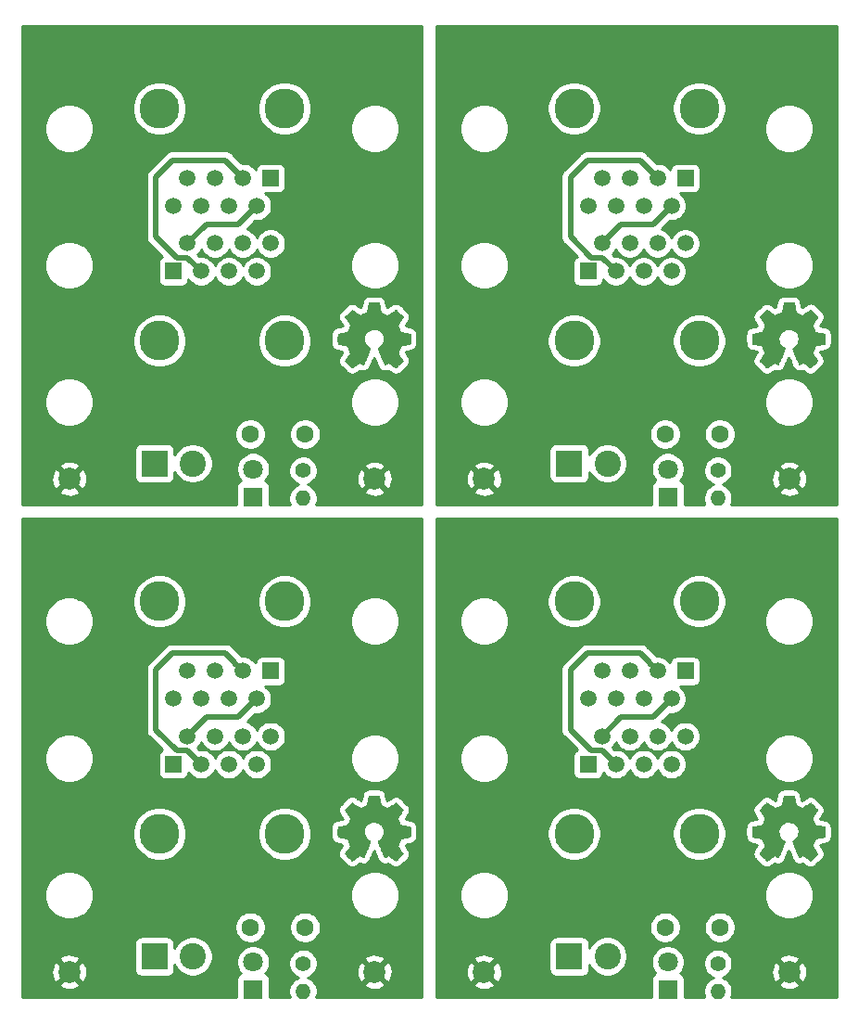
<source format=gbr>
G04 #@! TF.GenerationSoftware,KiCad,Pcbnew,5.1.5+dfsg1-2build2*
G04 #@! TF.CreationDate,2021-07-15T16:03:10-05:00*
G04 #@! TF.ProjectId,,58585858-5858-4585-9858-585858585858,rev?*
G04 #@! TF.SameCoordinates,Original*
G04 #@! TF.FileFunction,Copper,L2,Bot*
G04 #@! TF.FilePolarity,Positive*
%FSLAX46Y46*%
G04 Gerber Fmt 4.6, Leading zero omitted, Abs format (unit mm)*
G04 Created by KiCad (PCBNEW 5.1.5+dfsg1-2build2) date 2021-07-15 16:03:10*
%MOMM*%
%LPD*%
G04 APERTURE LIST*
%ADD10C,0.010000*%
%ADD11C,1.500000*%
%ADD12R,1.500000X1.500000*%
%ADD13C,3.650000*%
%ADD14R,1.800000X1.800000*%
%ADD15C,1.800000*%
%ADD16R,2.400000X2.400000*%
%ADD17C,2.400000*%
%ADD18C,1.998980*%
%ADD19C,1.400000*%
%ADD20O,1.400000X1.400000*%
%ADD21C,1.600000*%
%ADD22C,0.500000*%
%ADD23C,0.254000*%
G04 APERTURE END LIST*
D10*
G36*
X160778186Y-128955931D02*
G01*
X160694365Y-129400555D01*
X160385080Y-129528053D01*
X160075794Y-129655551D01*
X159704754Y-129403246D01*
X159600843Y-129332996D01*
X159506913Y-129270272D01*
X159427348Y-129217938D01*
X159366530Y-129178857D01*
X159328843Y-129155893D01*
X159318579Y-129150942D01*
X159300090Y-129163676D01*
X159260580Y-129198882D01*
X159204478Y-129252062D01*
X159136213Y-129318718D01*
X159060214Y-129394354D01*
X158980908Y-129474472D01*
X158902725Y-129554574D01*
X158830093Y-129630164D01*
X158767441Y-129696745D01*
X158719197Y-129749818D01*
X158689790Y-129784887D01*
X158682759Y-129796623D01*
X158692877Y-129818260D01*
X158721241Y-129865662D01*
X158764871Y-129934193D01*
X158820782Y-130019215D01*
X158885994Y-130116093D01*
X158923781Y-130171350D01*
X158992657Y-130272248D01*
X159053860Y-130363299D01*
X159104422Y-130439970D01*
X159141372Y-130497728D01*
X159161742Y-130532043D01*
X159164803Y-130539254D01*
X159157864Y-130559748D01*
X159138949Y-130607513D01*
X159110913Y-130675832D01*
X159076609Y-130757989D01*
X159038891Y-130847270D01*
X159000613Y-130936958D01*
X158964630Y-131020338D01*
X158933794Y-131090694D01*
X158910961Y-131141310D01*
X158898983Y-131165471D01*
X158898276Y-131166422D01*
X158879469Y-131171036D01*
X158829382Y-131181328D01*
X158753207Y-131196287D01*
X158656135Y-131214901D01*
X158543357Y-131236159D01*
X158477558Y-131248418D01*
X158357050Y-131271362D01*
X158248203Y-131293195D01*
X158156524Y-131312722D01*
X158087519Y-131328748D01*
X158046696Y-131340079D01*
X158038489Y-131343674D01*
X158030452Y-131368006D01*
X158023967Y-131422959D01*
X158019030Y-131502108D01*
X158015636Y-131599026D01*
X158013782Y-131707287D01*
X158013462Y-131820465D01*
X158014673Y-131932135D01*
X158017410Y-132035868D01*
X158021669Y-132125241D01*
X158027445Y-132193826D01*
X158034733Y-132235197D01*
X158039105Y-132243810D01*
X158065236Y-132254133D01*
X158120607Y-132268892D01*
X158197893Y-132286352D01*
X158289770Y-132304780D01*
X158321842Y-132310741D01*
X158476476Y-132339066D01*
X158598625Y-132361876D01*
X158692327Y-132380080D01*
X158761616Y-132394583D01*
X158810529Y-132406292D01*
X158843103Y-132416115D01*
X158863372Y-132424956D01*
X158875374Y-132433724D01*
X158877053Y-132435457D01*
X158893816Y-132463371D01*
X158919386Y-132517695D01*
X158951212Y-132591777D01*
X158986740Y-132678965D01*
X159023417Y-132772608D01*
X159058689Y-132866052D01*
X159090004Y-132952647D01*
X159114807Y-133025740D01*
X159130546Y-133078678D01*
X159134668Y-133104811D01*
X159134324Y-133105726D01*
X159120359Y-133127086D01*
X159088678Y-133174084D01*
X159042609Y-133241827D01*
X158985482Y-133325423D01*
X158920627Y-133419982D01*
X158902157Y-133446854D01*
X158836301Y-133544275D01*
X158778350Y-133633163D01*
X158731462Y-133708412D01*
X158698793Y-133764920D01*
X158683500Y-133797581D01*
X158682759Y-133801593D01*
X158695608Y-133822684D01*
X158731112Y-133864464D01*
X158784707Y-133922445D01*
X158851829Y-133992135D01*
X158927913Y-134069045D01*
X159008396Y-134148683D01*
X159088713Y-134226561D01*
X159164301Y-134298186D01*
X159230595Y-134359070D01*
X159283031Y-134404721D01*
X159317045Y-134430650D01*
X159326455Y-134434883D01*
X159348357Y-134424912D01*
X159393200Y-134398020D01*
X159453679Y-134358736D01*
X159500211Y-134327117D01*
X159584525Y-134269098D01*
X159684374Y-134200784D01*
X159784527Y-134132579D01*
X159838373Y-134096075D01*
X160020629Y-133972800D01*
X160173619Y-134055520D01*
X160243318Y-134091759D01*
X160302586Y-134119926D01*
X160342689Y-134135991D01*
X160352897Y-134138226D01*
X160365171Y-134121722D01*
X160389387Y-134075082D01*
X160423737Y-134002609D01*
X160466412Y-133908606D01*
X160515606Y-133797374D01*
X160569510Y-133673215D01*
X160626316Y-133540432D01*
X160684218Y-133403327D01*
X160741407Y-133266202D01*
X160796076Y-133133358D01*
X160846416Y-133009098D01*
X160890620Y-132897725D01*
X160926881Y-132803539D01*
X160953391Y-132730844D01*
X160968342Y-132683941D01*
X160970746Y-132667833D01*
X160951689Y-132647286D01*
X160909964Y-132613933D01*
X160854294Y-132574702D01*
X160849622Y-132571599D01*
X160705736Y-132456423D01*
X160589717Y-132322053D01*
X160502570Y-132172784D01*
X160445301Y-132012913D01*
X160418914Y-131846737D01*
X160424415Y-131678552D01*
X160462810Y-131512655D01*
X160535105Y-131353342D01*
X160556374Y-131318487D01*
X160667004Y-131177737D01*
X160797698Y-131064714D01*
X160943936Y-130980003D01*
X161101192Y-130924194D01*
X161264943Y-130897874D01*
X161430667Y-130901630D01*
X161593838Y-130936050D01*
X161749935Y-131001723D01*
X161894433Y-131099235D01*
X161939131Y-131138813D01*
X162052888Y-131262703D01*
X162135782Y-131393124D01*
X162192644Y-131539315D01*
X162224313Y-131684088D01*
X162232131Y-131846860D01*
X162206062Y-132010440D01*
X162148755Y-132169298D01*
X162062856Y-132317906D01*
X161951014Y-132450735D01*
X161815877Y-132562256D01*
X161798117Y-132574011D01*
X161741850Y-132612508D01*
X161699077Y-132645863D01*
X161678628Y-132667160D01*
X161678331Y-132667833D01*
X161682721Y-132690871D01*
X161700124Y-132743157D01*
X161728732Y-132820390D01*
X161766735Y-132918268D01*
X161812326Y-133032491D01*
X161863697Y-133158758D01*
X161919038Y-133292767D01*
X161976542Y-133430218D01*
X162034399Y-133566808D01*
X162090802Y-133698237D01*
X162143942Y-133820205D01*
X162192010Y-133928409D01*
X162233199Y-134018549D01*
X162265699Y-134086323D01*
X162287703Y-134127430D01*
X162296564Y-134138226D01*
X162323640Y-134129819D01*
X162374303Y-134107272D01*
X162439817Y-134074613D01*
X162475841Y-134055520D01*
X162628832Y-133972800D01*
X162811088Y-134096075D01*
X162904125Y-134159228D01*
X163005985Y-134228727D01*
X163101438Y-134294165D01*
X163149250Y-134327117D01*
X163216495Y-134372273D01*
X163273436Y-134408057D01*
X163312646Y-134429938D01*
X163325381Y-134434563D01*
X163343917Y-134422085D01*
X163384941Y-134387252D01*
X163444475Y-134333678D01*
X163518542Y-134264983D01*
X163603165Y-134184781D01*
X163656685Y-134133286D01*
X163750319Y-134041286D01*
X163831241Y-133958999D01*
X163896177Y-133889945D01*
X163941858Y-133837644D01*
X163965011Y-133805616D01*
X163967232Y-133799116D01*
X163956924Y-133774394D01*
X163928439Y-133724405D01*
X163884937Y-133654212D01*
X163829577Y-133568875D01*
X163765520Y-133473456D01*
X163747303Y-133446854D01*
X163680927Y-133350167D01*
X163621378Y-133263117D01*
X163571984Y-133190595D01*
X163536075Y-133137493D01*
X163516981Y-133108703D01*
X163515136Y-133105726D01*
X163517895Y-133082782D01*
X163532538Y-133032336D01*
X163556513Y-132961041D01*
X163587266Y-132875547D01*
X163622244Y-132782507D01*
X163658893Y-132688574D01*
X163694661Y-132600399D01*
X163726994Y-132524634D01*
X163753338Y-132467931D01*
X163771142Y-132436943D01*
X163772407Y-132435457D01*
X163783294Y-132426601D01*
X163801682Y-132417843D01*
X163831606Y-132408277D01*
X163877103Y-132396996D01*
X163942209Y-132383093D01*
X164030961Y-132365663D01*
X164147393Y-132343798D01*
X164295542Y-132316591D01*
X164327618Y-132310741D01*
X164422686Y-132292374D01*
X164505565Y-132274405D01*
X164568930Y-132258569D01*
X164605458Y-132246600D01*
X164610356Y-132243810D01*
X164618427Y-132219072D01*
X164624987Y-132163790D01*
X164630033Y-132084389D01*
X164633559Y-131987296D01*
X164635561Y-131878938D01*
X164636036Y-131765740D01*
X164634977Y-131654128D01*
X164632382Y-131550529D01*
X164628246Y-131461368D01*
X164622563Y-131393072D01*
X164615331Y-131352066D01*
X164610971Y-131343674D01*
X164586698Y-131335208D01*
X164531426Y-131321435D01*
X164450662Y-131303550D01*
X164349912Y-131282748D01*
X164234683Y-131260223D01*
X164171902Y-131248418D01*
X164052787Y-131226151D01*
X163946565Y-131205979D01*
X163858427Y-131188915D01*
X163793566Y-131175969D01*
X163757174Y-131168155D01*
X163751184Y-131166422D01*
X163741061Y-131146890D01*
X163719662Y-131099843D01*
X163689839Y-131032003D01*
X163654445Y-130950091D01*
X163616332Y-130860828D01*
X163578353Y-130770935D01*
X163543360Y-130687135D01*
X163514206Y-130616147D01*
X163493743Y-130564694D01*
X163484823Y-130539497D01*
X163484657Y-130538396D01*
X163494769Y-130518519D01*
X163523117Y-130472777D01*
X163566723Y-130405717D01*
X163622606Y-130321884D01*
X163687787Y-130225826D01*
X163725679Y-130170650D01*
X163794725Y-130069481D01*
X163856050Y-129977630D01*
X163906663Y-129899744D01*
X163943571Y-129840469D01*
X163963782Y-129804451D01*
X163966701Y-129796377D01*
X163954153Y-129777584D01*
X163919463Y-129737457D01*
X163867063Y-129680493D01*
X163801384Y-129611185D01*
X163726856Y-129534031D01*
X163647913Y-129453525D01*
X163568983Y-129374163D01*
X163494500Y-129300440D01*
X163428894Y-129236852D01*
X163376596Y-129187894D01*
X163342039Y-129158061D01*
X163330478Y-129150942D01*
X163311654Y-129160953D01*
X163266631Y-129189078D01*
X163199787Y-129232454D01*
X163115499Y-129288218D01*
X163018144Y-129353506D01*
X162944707Y-129403246D01*
X162573667Y-129655551D01*
X161955095Y-129400555D01*
X161871275Y-128955931D01*
X161787454Y-128511307D01*
X160862006Y-128511307D01*
X160778186Y-128955931D01*
G37*
X160778186Y-128955931D02*
X160694365Y-129400555D01*
X160385080Y-129528053D01*
X160075794Y-129655551D01*
X159704754Y-129403246D01*
X159600843Y-129332996D01*
X159506913Y-129270272D01*
X159427348Y-129217938D01*
X159366530Y-129178857D01*
X159328843Y-129155893D01*
X159318579Y-129150942D01*
X159300090Y-129163676D01*
X159260580Y-129198882D01*
X159204478Y-129252062D01*
X159136213Y-129318718D01*
X159060214Y-129394354D01*
X158980908Y-129474472D01*
X158902725Y-129554574D01*
X158830093Y-129630164D01*
X158767441Y-129696745D01*
X158719197Y-129749818D01*
X158689790Y-129784887D01*
X158682759Y-129796623D01*
X158692877Y-129818260D01*
X158721241Y-129865662D01*
X158764871Y-129934193D01*
X158820782Y-130019215D01*
X158885994Y-130116093D01*
X158923781Y-130171350D01*
X158992657Y-130272248D01*
X159053860Y-130363299D01*
X159104422Y-130439970D01*
X159141372Y-130497728D01*
X159161742Y-130532043D01*
X159164803Y-130539254D01*
X159157864Y-130559748D01*
X159138949Y-130607513D01*
X159110913Y-130675832D01*
X159076609Y-130757989D01*
X159038891Y-130847270D01*
X159000613Y-130936958D01*
X158964630Y-131020338D01*
X158933794Y-131090694D01*
X158910961Y-131141310D01*
X158898983Y-131165471D01*
X158898276Y-131166422D01*
X158879469Y-131171036D01*
X158829382Y-131181328D01*
X158753207Y-131196287D01*
X158656135Y-131214901D01*
X158543357Y-131236159D01*
X158477558Y-131248418D01*
X158357050Y-131271362D01*
X158248203Y-131293195D01*
X158156524Y-131312722D01*
X158087519Y-131328748D01*
X158046696Y-131340079D01*
X158038489Y-131343674D01*
X158030452Y-131368006D01*
X158023967Y-131422959D01*
X158019030Y-131502108D01*
X158015636Y-131599026D01*
X158013782Y-131707287D01*
X158013462Y-131820465D01*
X158014673Y-131932135D01*
X158017410Y-132035868D01*
X158021669Y-132125241D01*
X158027445Y-132193826D01*
X158034733Y-132235197D01*
X158039105Y-132243810D01*
X158065236Y-132254133D01*
X158120607Y-132268892D01*
X158197893Y-132286352D01*
X158289770Y-132304780D01*
X158321842Y-132310741D01*
X158476476Y-132339066D01*
X158598625Y-132361876D01*
X158692327Y-132380080D01*
X158761616Y-132394583D01*
X158810529Y-132406292D01*
X158843103Y-132416115D01*
X158863372Y-132424956D01*
X158875374Y-132433724D01*
X158877053Y-132435457D01*
X158893816Y-132463371D01*
X158919386Y-132517695D01*
X158951212Y-132591777D01*
X158986740Y-132678965D01*
X159023417Y-132772608D01*
X159058689Y-132866052D01*
X159090004Y-132952647D01*
X159114807Y-133025740D01*
X159130546Y-133078678D01*
X159134668Y-133104811D01*
X159134324Y-133105726D01*
X159120359Y-133127086D01*
X159088678Y-133174084D01*
X159042609Y-133241827D01*
X158985482Y-133325423D01*
X158920627Y-133419982D01*
X158902157Y-133446854D01*
X158836301Y-133544275D01*
X158778350Y-133633163D01*
X158731462Y-133708412D01*
X158698793Y-133764920D01*
X158683500Y-133797581D01*
X158682759Y-133801593D01*
X158695608Y-133822684D01*
X158731112Y-133864464D01*
X158784707Y-133922445D01*
X158851829Y-133992135D01*
X158927913Y-134069045D01*
X159008396Y-134148683D01*
X159088713Y-134226561D01*
X159164301Y-134298186D01*
X159230595Y-134359070D01*
X159283031Y-134404721D01*
X159317045Y-134430650D01*
X159326455Y-134434883D01*
X159348357Y-134424912D01*
X159393200Y-134398020D01*
X159453679Y-134358736D01*
X159500211Y-134327117D01*
X159584525Y-134269098D01*
X159684374Y-134200784D01*
X159784527Y-134132579D01*
X159838373Y-134096075D01*
X160020629Y-133972800D01*
X160173619Y-134055520D01*
X160243318Y-134091759D01*
X160302586Y-134119926D01*
X160342689Y-134135991D01*
X160352897Y-134138226D01*
X160365171Y-134121722D01*
X160389387Y-134075082D01*
X160423737Y-134002609D01*
X160466412Y-133908606D01*
X160515606Y-133797374D01*
X160569510Y-133673215D01*
X160626316Y-133540432D01*
X160684218Y-133403327D01*
X160741407Y-133266202D01*
X160796076Y-133133358D01*
X160846416Y-133009098D01*
X160890620Y-132897725D01*
X160926881Y-132803539D01*
X160953391Y-132730844D01*
X160968342Y-132683941D01*
X160970746Y-132667833D01*
X160951689Y-132647286D01*
X160909964Y-132613933D01*
X160854294Y-132574702D01*
X160849622Y-132571599D01*
X160705736Y-132456423D01*
X160589717Y-132322053D01*
X160502570Y-132172784D01*
X160445301Y-132012913D01*
X160418914Y-131846737D01*
X160424415Y-131678552D01*
X160462810Y-131512655D01*
X160535105Y-131353342D01*
X160556374Y-131318487D01*
X160667004Y-131177737D01*
X160797698Y-131064714D01*
X160943936Y-130980003D01*
X161101192Y-130924194D01*
X161264943Y-130897874D01*
X161430667Y-130901630D01*
X161593838Y-130936050D01*
X161749935Y-131001723D01*
X161894433Y-131099235D01*
X161939131Y-131138813D01*
X162052888Y-131262703D01*
X162135782Y-131393124D01*
X162192644Y-131539315D01*
X162224313Y-131684088D01*
X162232131Y-131846860D01*
X162206062Y-132010440D01*
X162148755Y-132169298D01*
X162062856Y-132317906D01*
X161951014Y-132450735D01*
X161815877Y-132562256D01*
X161798117Y-132574011D01*
X161741850Y-132612508D01*
X161699077Y-132645863D01*
X161678628Y-132667160D01*
X161678331Y-132667833D01*
X161682721Y-132690871D01*
X161700124Y-132743157D01*
X161728732Y-132820390D01*
X161766735Y-132918268D01*
X161812326Y-133032491D01*
X161863697Y-133158758D01*
X161919038Y-133292767D01*
X161976542Y-133430218D01*
X162034399Y-133566808D01*
X162090802Y-133698237D01*
X162143942Y-133820205D01*
X162192010Y-133928409D01*
X162233199Y-134018549D01*
X162265699Y-134086323D01*
X162287703Y-134127430D01*
X162296564Y-134138226D01*
X162323640Y-134129819D01*
X162374303Y-134107272D01*
X162439817Y-134074613D01*
X162475841Y-134055520D01*
X162628832Y-133972800D01*
X162811088Y-134096075D01*
X162904125Y-134159228D01*
X163005985Y-134228727D01*
X163101438Y-134294165D01*
X163149250Y-134327117D01*
X163216495Y-134372273D01*
X163273436Y-134408057D01*
X163312646Y-134429938D01*
X163325381Y-134434563D01*
X163343917Y-134422085D01*
X163384941Y-134387252D01*
X163444475Y-134333678D01*
X163518542Y-134264983D01*
X163603165Y-134184781D01*
X163656685Y-134133286D01*
X163750319Y-134041286D01*
X163831241Y-133958999D01*
X163896177Y-133889945D01*
X163941858Y-133837644D01*
X163965011Y-133805616D01*
X163967232Y-133799116D01*
X163956924Y-133774394D01*
X163928439Y-133724405D01*
X163884937Y-133654212D01*
X163829577Y-133568875D01*
X163765520Y-133473456D01*
X163747303Y-133446854D01*
X163680927Y-133350167D01*
X163621378Y-133263117D01*
X163571984Y-133190595D01*
X163536075Y-133137493D01*
X163516981Y-133108703D01*
X163515136Y-133105726D01*
X163517895Y-133082782D01*
X163532538Y-133032336D01*
X163556513Y-132961041D01*
X163587266Y-132875547D01*
X163622244Y-132782507D01*
X163658893Y-132688574D01*
X163694661Y-132600399D01*
X163726994Y-132524634D01*
X163753338Y-132467931D01*
X163771142Y-132436943D01*
X163772407Y-132435457D01*
X163783294Y-132426601D01*
X163801682Y-132417843D01*
X163831606Y-132408277D01*
X163877103Y-132396996D01*
X163942209Y-132383093D01*
X164030961Y-132365663D01*
X164147393Y-132343798D01*
X164295542Y-132316591D01*
X164327618Y-132310741D01*
X164422686Y-132292374D01*
X164505565Y-132274405D01*
X164568930Y-132258569D01*
X164605458Y-132246600D01*
X164610356Y-132243810D01*
X164618427Y-132219072D01*
X164624987Y-132163790D01*
X164630033Y-132084389D01*
X164633559Y-131987296D01*
X164635561Y-131878938D01*
X164636036Y-131765740D01*
X164634977Y-131654128D01*
X164632382Y-131550529D01*
X164628246Y-131461368D01*
X164622563Y-131393072D01*
X164615331Y-131352066D01*
X164610971Y-131343674D01*
X164586698Y-131335208D01*
X164531426Y-131321435D01*
X164450662Y-131303550D01*
X164349912Y-131282748D01*
X164234683Y-131260223D01*
X164171902Y-131248418D01*
X164052787Y-131226151D01*
X163946565Y-131205979D01*
X163858427Y-131188915D01*
X163793566Y-131175969D01*
X163757174Y-131168155D01*
X163751184Y-131166422D01*
X163741061Y-131146890D01*
X163719662Y-131099843D01*
X163689839Y-131032003D01*
X163654445Y-130950091D01*
X163616332Y-130860828D01*
X163578353Y-130770935D01*
X163543360Y-130687135D01*
X163514206Y-130616147D01*
X163493743Y-130564694D01*
X163484823Y-130539497D01*
X163484657Y-130538396D01*
X163494769Y-130518519D01*
X163523117Y-130472777D01*
X163566723Y-130405717D01*
X163622606Y-130321884D01*
X163687787Y-130225826D01*
X163725679Y-130170650D01*
X163794725Y-130069481D01*
X163856050Y-129977630D01*
X163906663Y-129899744D01*
X163943571Y-129840469D01*
X163963782Y-129804451D01*
X163966701Y-129796377D01*
X163954153Y-129777584D01*
X163919463Y-129737457D01*
X163867063Y-129680493D01*
X163801384Y-129611185D01*
X163726856Y-129534031D01*
X163647913Y-129453525D01*
X163568983Y-129374163D01*
X163494500Y-129300440D01*
X163428894Y-129236852D01*
X163376596Y-129187894D01*
X163342039Y-129158061D01*
X163330478Y-129150942D01*
X163311654Y-129160953D01*
X163266631Y-129189078D01*
X163199787Y-129232454D01*
X163115499Y-129288218D01*
X163018144Y-129353506D01*
X162944707Y-129403246D01*
X162573667Y-129655551D01*
X161955095Y-129400555D01*
X161871275Y-128955931D01*
X161787454Y-128511307D01*
X160862006Y-128511307D01*
X160778186Y-128955931D01*
G36*
X122888186Y-128955931D02*
G01*
X122804365Y-129400555D01*
X122495080Y-129528053D01*
X122185794Y-129655551D01*
X121814754Y-129403246D01*
X121710843Y-129332996D01*
X121616913Y-129270272D01*
X121537348Y-129217938D01*
X121476530Y-129178857D01*
X121438843Y-129155893D01*
X121428579Y-129150942D01*
X121410090Y-129163676D01*
X121370580Y-129198882D01*
X121314478Y-129252062D01*
X121246213Y-129318718D01*
X121170214Y-129394354D01*
X121090908Y-129474472D01*
X121012725Y-129554574D01*
X120940093Y-129630164D01*
X120877441Y-129696745D01*
X120829197Y-129749818D01*
X120799790Y-129784887D01*
X120792759Y-129796623D01*
X120802877Y-129818260D01*
X120831241Y-129865662D01*
X120874871Y-129934193D01*
X120930782Y-130019215D01*
X120995994Y-130116093D01*
X121033781Y-130171350D01*
X121102657Y-130272248D01*
X121163860Y-130363299D01*
X121214422Y-130439970D01*
X121251372Y-130497728D01*
X121271742Y-130532043D01*
X121274803Y-130539254D01*
X121267864Y-130559748D01*
X121248949Y-130607513D01*
X121220913Y-130675832D01*
X121186609Y-130757989D01*
X121148891Y-130847270D01*
X121110613Y-130936958D01*
X121074630Y-131020338D01*
X121043794Y-131090694D01*
X121020961Y-131141310D01*
X121008983Y-131165471D01*
X121008276Y-131166422D01*
X120989469Y-131171036D01*
X120939382Y-131181328D01*
X120863207Y-131196287D01*
X120766135Y-131214901D01*
X120653357Y-131236159D01*
X120587558Y-131248418D01*
X120467050Y-131271362D01*
X120358203Y-131293195D01*
X120266524Y-131312722D01*
X120197519Y-131328748D01*
X120156696Y-131340079D01*
X120148489Y-131343674D01*
X120140452Y-131368006D01*
X120133967Y-131422959D01*
X120129030Y-131502108D01*
X120125636Y-131599026D01*
X120123782Y-131707287D01*
X120123462Y-131820465D01*
X120124673Y-131932135D01*
X120127410Y-132035868D01*
X120131669Y-132125241D01*
X120137445Y-132193826D01*
X120144733Y-132235197D01*
X120149105Y-132243810D01*
X120175236Y-132254133D01*
X120230607Y-132268892D01*
X120307893Y-132286352D01*
X120399770Y-132304780D01*
X120431842Y-132310741D01*
X120586476Y-132339066D01*
X120708625Y-132361876D01*
X120802327Y-132380080D01*
X120871616Y-132394583D01*
X120920529Y-132406292D01*
X120953103Y-132416115D01*
X120973372Y-132424956D01*
X120985374Y-132433724D01*
X120987053Y-132435457D01*
X121003816Y-132463371D01*
X121029386Y-132517695D01*
X121061212Y-132591777D01*
X121096740Y-132678965D01*
X121133417Y-132772608D01*
X121168689Y-132866052D01*
X121200004Y-132952647D01*
X121224807Y-133025740D01*
X121240546Y-133078678D01*
X121244668Y-133104811D01*
X121244324Y-133105726D01*
X121230359Y-133127086D01*
X121198678Y-133174084D01*
X121152609Y-133241827D01*
X121095482Y-133325423D01*
X121030627Y-133419982D01*
X121012157Y-133446854D01*
X120946301Y-133544275D01*
X120888350Y-133633163D01*
X120841462Y-133708412D01*
X120808793Y-133764920D01*
X120793500Y-133797581D01*
X120792759Y-133801593D01*
X120805608Y-133822684D01*
X120841112Y-133864464D01*
X120894707Y-133922445D01*
X120961829Y-133992135D01*
X121037913Y-134069045D01*
X121118396Y-134148683D01*
X121198713Y-134226561D01*
X121274301Y-134298186D01*
X121340595Y-134359070D01*
X121393031Y-134404721D01*
X121427045Y-134430650D01*
X121436455Y-134434883D01*
X121458357Y-134424912D01*
X121503200Y-134398020D01*
X121563679Y-134358736D01*
X121610211Y-134327117D01*
X121694525Y-134269098D01*
X121794374Y-134200784D01*
X121894527Y-134132579D01*
X121948373Y-134096075D01*
X122130629Y-133972800D01*
X122283619Y-134055520D01*
X122353318Y-134091759D01*
X122412586Y-134119926D01*
X122452689Y-134135991D01*
X122462897Y-134138226D01*
X122475171Y-134121722D01*
X122499387Y-134075082D01*
X122533737Y-134002609D01*
X122576412Y-133908606D01*
X122625606Y-133797374D01*
X122679510Y-133673215D01*
X122736316Y-133540432D01*
X122794218Y-133403327D01*
X122851407Y-133266202D01*
X122906076Y-133133358D01*
X122956416Y-133009098D01*
X123000620Y-132897725D01*
X123036881Y-132803539D01*
X123063391Y-132730844D01*
X123078342Y-132683941D01*
X123080746Y-132667833D01*
X123061689Y-132647286D01*
X123019964Y-132613933D01*
X122964294Y-132574702D01*
X122959622Y-132571599D01*
X122815736Y-132456423D01*
X122699717Y-132322053D01*
X122612570Y-132172784D01*
X122555301Y-132012913D01*
X122528914Y-131846737D01*
X122534415Y-131678552D01*
X122572810Y-131512655D01*
X122645105Y-131353342D01*
X122666374Y-131318487D01*
X122777004Y-131177737D01*
X122907698Y-131064714D01*
X123053936Y-130980003D01*
X123211192Y-130924194D01*
X123374943Y-130897874D01*
X123540667Y-130901630D01*
X123703838Y-130936050D01*
X123859935Y-131001723D01*
X124004433Y-131099235D01*
X124049131Y-131138813D01*
X124162888Y-131262703D01*
X124245782Y-131393124D01*
X124302644Y-131539315D01*
X124334313Y-131684088D01*
X124342131Y-131846860D01*
X124316062Y-132010440D01*
X124258755Y-132169298D01*
X124172856Y-132317906D01*
X124061014Y-132450735D01*
X123925877Y-132562256D01*
X123908117Y-132574011D01*
X123851850Y-132612508D01*
X123809077Y-132645863D01*
X123788628Y-132667160D01*
X123788331Y-132667833D01*
X123792721Y-132690871D01*
X123810124Y-132743157D01*
X123838732Y-132820390D01*
X123876735Y-132918268D01*
X123922326Y-133032491D01*
X123973697Y-133158758D01*
X124029038Y-133292767D01*
X124086542Y-133430218D01*
X124144399Y-133566808D01*
X124200802Y-133698237D01*
X124253942Y-133820205D01*
X124302010Y-133928409D01*
X124343199Y-134018549D01*
X124375699Y-134086323D01*
X124397703Y-134127430D01*
X124406564Y-134138226D01*
X124433640Y-134129819D01*
X124484303Y-134107272D01*
X124549817Y-134074613D01*
X124585841Y-134055520D01*
X124738832Y-133972800D01*
X124921088Y-134096075D01*
X125014125Y-134159228D01*
X125115985Y-134228727D01*
X125211438Y-134294165D01*
X125259250Y-134327117D01*
X125326495Y-134372273D01*
X125383436Y-134408057D01*
X125422646Y-134429938D01*
X125435381Y-134434563D01*
X125453917Y-134422085D01*
X125494941Y-134387252D01*
X125554475Y-134333678D01*
X125628542Y-134264983D01*
X125713165Y-134184781D01*
X125766685Y-134133286D01*
X125860319Y-134041286D01*
X125941241Y-133958999D01*
X126006177Y-133889945D01*
X126051858Y-133837644D01*
X126075011Y-133805616D01*
X126077232Y-133799116D01*
X126066924Y-133774394D01*
X126038439Y-133724405D01*
X125994937Y-133654212D01*
X125939577Y-133568875D01*
X125875520Y-133473456D01*
X125857303Y-133446854D01*
X125790927Y-133350167D01*
X125731378Y-133263117D01*
X125681984Y-133190595D01*
X125646075Y-133137493D01*
X125626981Y-133108703D01*
X125625136Y-133105726D01*
X125627895Y-133082782D01*
X125642538Y-133032336D01*
X125666513Y-132961041D01*
X125697266Y-132875547D01*
X125732244Y-132782507D01*
X125768893Y-132688574D01*
X125804661Y-132600399D01*
X125836994Y-132524634D01*
X125863338Y-132467931D01*
X125881142Y-132436943D01*
X125882407Y-132435457D01*
X125893294Y-132426601D01*
X125911682Y-132417843D01*
X125941606Y-132408277D01*
X125987103Y-132396996D01*
X126052209Y-132383093D01*
X126140961Y-132365663D01*
X126257393Y-132343798D01*
X126405542Y-132316591D01*
X126437618Y-132310741D01*
X126532686Y-132292374D01*
X126615565Y-132274405D01*
X126678930Y-132258569D01*
X126715458Y-132246600D01*
X126720356Y-132243810D01*
X126728427Y-132219072D01*
X126734987Y-132163790D01*
X126740033Y-132084389D01*
X126743559Y-131987296D01*
X126745561Y-131878938D01*
X126746036Y-131765740D01*
X126744977Y-131654128D01*
X126742382Y-131550529D01*
X126738246Y-131461368D01*
X126732563Y-131393072D01*
X126725331Y-131352066D01*
X126720971Y-131343674D01*
X126696698Y-131335208D01*
X126641426Y-131321435D01*
X126560662Y-131303550D01*
X126459912Y-131282748D01*
X126344683Y-131260223D01*
X126281902Y-131248418D01*
X126162787Y-131226151D01*
X126056565Y-131205979D01*
X125968427Y-131188915D01*
X125903566Y-131175969D01*
X125867174Y-131168155D01*
X125861184Y-131166422D01*
X125851061Y-131146890D01*
X125829662Y-131099843D01*
X125799839Y-131032003D01*
X125764445Y-130950091D01*
X125726332Y-130860828D01*
X125688353Y-130770935D01*
X125653360Y-130687135D01*
X125624206Y-130616147D01*
X125603743Y-130564694D01*
X125594823Y-130539497D01*
X125594657Y-130538396D01*
X125604769Y-130518519D01*
X125633117Y-130472777D01*
X125676723Y-130405717D01*
X125732606Y-130321884D01*
X125797787Y-130225826D01*
X125835679Y-130170650D01*
X125904725Y-130069481D01*
X125966050Y-129977630D01*
X126016663Y-129899744D01*
X126053571Y-129840469D01*
X126073782Y-129804451D01*
X126076701Y-129796377D01*
X126064153Y-129777584D01*
X126029463Y-129737457D01*
X125977063Y-129680493D01*
X125911384Y-129611185D01*
X125836856Y-129534031D01*
X125757913Y-129453525D01*
X125678983Y-129374163D01*
X125604500Y-129300440D01*
X125538894Y-129236852D01*
X125486596Y-129187894D01*
X125452039Y-129158061D01*
X125440478Y-129150942D01*
X125421654Y-129160953D01*
X125376631Y-129189078D01*
X125309787Y-129232454D01*
X125225499Y-129288218D01*
X125128144Y-129353506D01*
X125054707Y-129403246D01*
X124683667Y-129655551D01*
X124065095Y-129400555D01*
X123981275Y-128955931D01*
X123897454Y-128511307D01*
X122972006Y-128511307D01*
X122888186Y-128955931D01*
G37*
X122888186Y-128955931D02*
X122804365Y-129400555D01*
X122495080Y-129528053D01*
X122185794Y-129655551D01*
X121814754Y-129403246D01*
X121710843Y-129332996D01*
X121616913Y-129270272D01*
X121537348Y-129217938D01*
X121476530Y-129178857D01*
X121438843Y-129155893D01*
X121428579Y-129150942D01*
X121410090Y-129163676D01*
X121370580Y-129198882D01*
X121314478Y-129252062D01*
X121246213Y-129318718D01*
X121170214Y-129394354D01*
X121090908Y-129474472D01*
X121012725Y-129554574D01*
X120940093Y-129630164D01*
X120877441Y-129696745D01*
X120829197Y-129749818D01*
X120799790Y-129784887D01*
X120792759Y-129796623D01*
X120802877Y-129818260D01*
X120831241Y-129865662D01*
X120874871Y-129934193D01*
X120930782Y-130019215D01*
X120995994Y-130116093D01*
X121033781Y-130171350D01*
X121102657Y-130272248D01*
X121163860Y-130363299D01*
X121214422Y-130439970D01*
X121251372Y-130497728D01*
X121271742Y-130532043D01*
X121274803Y-130539254D01*
X121267864Y-130559748D01*
X121248949Y-130607513D01*
X121220913Y-130675832D01*
X121186609Y-130757989D01*
X121148891Y-130847270D01*
X121110613Y-130936958D01*
X121074630Y-131020338D01*
X121043794Y-131090694D01*
X121020961Y-131141310D01*
X121008983Y-131165471D01*
X121008276Y-131166422D01*
X120989469Y-131171036D01*
X120939382Y-131181328D01*
X120863207Y-131196287D01*
X120766135Y-131214901D01*
X120653357Y-131236159D01*
X120587558Y-131248418D01*
X120467050Y-131271362D01*
X120358203Y-131293195D01*
X120266524Y-131312722D01*
X120197519Y-131328748D01*
X120156696Y-131340079D01*
X120148489Y-131343674D01*
X120140452Y-131368006D01*
X120133967Y-131422959D01*
X120129030Y-131502108D01*
X120125636Y-131599026D01*
X120123782Y-131707287D01*
X120123462Y-131820465D01*
X120124673Y-131932135D01*
X120127410Y-132035868D01*
X120131669Y-132125241D01*
X120137445Y-132193826D01*
X120144733Y-132235197D01*
X120149105Y-132243810D01*
X120175236Y-132254133D01*
X120230607Y-132268892D01*
X120307893Y-132286352D01*
X120399770Y-132304780D01*
X120431842Y-132310741D01*
X120586476Y-132339066D01*
X120708625Y-132361876D01*
X120802327Y-132380080D01*
X120871616Y-132394583D01*
X120920529Y-132406292D01*
X120953103Y-132416115D01*
X120973372Y-132424956D01*
X120985374Y-132433724D01*
X120987053Y-132435457D01*
X121003816Y-132463371D01*
X121029386Y-132517695D01*
X121061212Y-132591777D01*
X121096740Y-132678965D01*
X121133417Y-132772608D01*
X121168689Y-132866052D01*
X121200004Y-132952647D01*
X121224807Y-133025740D01*
X121240546Y-133078678D01*
X121244668Y-133104811D01*
X121244324Y-133105726D01*
X121230359Y-133127086D01*
X121198678Y-133174084D01*
X121152609Y-133241827D01*
X121095482Y-133325423D01*
X121030627Y-133419982D01*
X121012157Y-133446854D01*
X120946301Y-133544275D01*
X120888350Y-133633163D01*
X120841462Y-133708412D01*
X120808793Y-133764920D01*
X120793500Y-133797581D01*
X120792759Y-133801593D01*
X120805608Y-133822684D01*
X120841112Y-133864464D01*
X120894707Y-133922445D01*
X120961829Y-133992135D01*
X121037913Y-134069045D01*
X121118396Y-134148683D01*
X121198713Y-134226561D01*
X121274301Y-134298186D01*
X121340595Y-134359070D01*
X121393031Y-134404721D01*
X121427045Y-134430650D01*
X121436455Y-134434883D01*
X121458357Y-134424912D01*
X121503200Y-134398020D01*
X121563679Y-134358736D01*
X121610211Y-134327117D01*
X121694525Y-134269098D01*
X121794374Y-134200784D01*
X121894527Y-134132579D01*
X121948373Y-134096075D01*
X122130629Y-133972800D01*
X122283619Y-134055520D01*
X122353318Y-134091759D01*
X122412586Y-134119926D01*
X122452689Y-134135991D01*
X122462897Y-134138226D01*
X122475171Y-134121722D01*
X122499387Y-134075082D01*
X122533737Y-134002609D01*
X122576412Y-133908606D01*
X122625606Y-133797374D01*
X122679510Y-133673215D01*
X122736316Y-133540432D01*
X122794218Y-133403327D01*
X122851407Y-133266202D01*
X122906076Y-133133358D01*
X122956416Y-133009098D01*
X123000620Y-132897725D01*
X123036881Y-132803539D01*
X123063391Y-132730844D01*
X123078342Y-132683941D01*
X123080746Y-132667833D01*
X123061689Y-132647286D01*
X123019964Y-132613933D01*
X122964294Y-132574702D01*
X122959622Y-132571599D01*
X122815736Y-132456423D01*
X122699717Y-132322053D01*
X122612570Y-132172784D01*
X122555301Y-132012913D01*
X122528914Y-131846737D01*
X122534415Y-131678552D01*
X122572810Y-131512655D01*
X122645105Y-131353342D01*
X122666374Y-131318487D01*
X122777004Y-131177737D01*
X122907698Y-131064714D01*
X123053936Y-130980003D01*
X123211192Y-130924194D01*
X123374943Y-130897874D01*
X123540667Y-130901630D01*
X123703838Y-130936050D01*
X123859935Y-131001723D01*
X124004433Y-131099235D01*
X124049131Y-131138813D01*
X124162888Y-131262703D01*
X124245782Y-131393124D01*
X124302644Y-131539315D01*
X124334313Y-131684088D01*
X124342131Y-131846860D01*
X124316062Y-132010440D01*
X124258755Y-132169298D01*
X124172856Y-132317906D01*
X124061014Y-132450735D01*
X123925877Y-132562256D01*
X123908117Y-132574011D01*
X123851850Y-132612508D01*
X123809077Y-132645863D01*
X123788628Y-132667160D01*
X123788331Y-132667833D01*
X123792721Y-132690871D01*
X123810124Y-132743157D01*
X123838732Y-132820390D01*
X123876735Y-132918268D01*
X123922326Y-133032491D01*
X123973697Y-133158758D01*
X124029038Y-133292767D01*
X124086542Y-133430218D01*
X124144399Y-133566808D01*
X124200802Y-133698237D01*
X124253942Y-133820205D01*
X124302010Y-133928409D01*
X124343199Y-134018549D01*
X124375699Y-134086323D01*
X124397703Y-134127430D01*
X124406564Y-134138226D01*
X124433640Y-134129819D01*
X124484303Y-134107272D01*
X124549817Y-134074613D01*
X124585841Y-134055520D01*
X124738832Y-133972800D01*
X124921088Y-134096075D01*
X125014125Y-134159228D01*
X125115985Y-134228727D01*
X125211438Y-134294165D01*
X125259250Y-134327117D01*
X125326495Y-134372273D01*
X125383436Y-134408057D01*
X125422646Y-134429938D01*
X125435381Y-134434563D01*
X125453917Y-134422085D01*
X125494941Y-134387252D01*
X125554475Y-134333678D01*
X125628542Y-134264983D01*
X125713165Y-134184781D01*
X125766685Y-134133286D01*
X125860319Y-134041286D01*
X125941241Y-133958999D01*
X126006177Y-133889945D01*
X126051858Y-133837644D01*
X126075011Y-133805616D01*
X126077232Y-133799116D01*
X126066924Y-133774394D01*
X126038439Y-133724405D01*
X125994937Y-133654212D01*
X125939577Y-133568875D01*
X125875520Y-133473456D01*
X125857303Y-133446854D01*
X125790927Y-133350167D01*
X125731378Y-133263117D01*
X125681984Y-133190595D01*
X125646075Y-133137493D01*
X125626981Y-133108703D01*
X125625136Y-133105726D01*
X125627895Y-133082782D01*
X125642538Y-133032336D01*
X125666513Y-132961041D01*
X125697266Y-132875547D01*
X125732244Y-132782507D01*
X125768893Y-132688574D01*
X125804661Y-132600399D01*
X125836994Y-132524634D01*
X125863338Y-132467931D01*
X125881142Y-132436943D01*
X125882407Y-132435457D01*
X125893294Y-132426601D01*
X125911682Y-132417843D01*
X125941606Y-132408277D01*
X125987103Y-132396996D01*
X126052209Y-132383093D01*
X126140961Y-132365663D01*
X126257393Y-132343798D01*
X126405542Y-132316591D01*
X126437618Y-132310741D01*
X126532686Y-132292374D01*
X126615565Y-132274405D01*
X126678930Y-132258569D01*
X126715458Y-132246600D01*
X126720356Y-132243810D01*
X126728427Y-132219072D01*
X126734987Y-132163790D01*
X126740033Y-132084389D01*
X126743559Y-131987296D01*
X126745561Y-131878938D01*
X126746036Y-131765740D01*
X126744977Y-131654128D01*
X126742382Y-131550529D01*
X126738246Y-131461368D01*
X126732563Y-131393072D01*
X126725331Y-131352066D01*
X126720971Y-131343674D01*
X126696698Y-131335208D01*
X126641426Y-131321435D01*
X126560662Y-131303550D01*
X126459912Y-131282748D01*
X126344683Y-131260223D01*
X126281902Y-131248418D01*
X126162787Y-131226151D01*
X126056565Y-131205979D01*
X125968427Y-131188915D01*
X125903566Y-131175969D01*
X125867174Y-131168155D01*
X125861184Y-131166422D01*
X125851061Y-131146890D01*
X125829662Y-131099843D01*
X125799839Y-131032003D01*
X125764445Y-130950091D01*
X125726332Y-130860828D01*
X125688353Y-130770935D01*
X125653360Y-130687135D01*
X125624206Y-130616147D01*
X125603743Y-130564694D01*
X125594823Y-130539497D01*
X125594657Y-130538396D01*
X125604769Y-130518519D01*
X125633117Y-130472777D01*
X125676723Y-130405717D01*
X125732606Y-130321884D01*
X125797787Y-130225826D01*
X125835679Y-130170650D01*
X125904725Y-130069481D01*
X125966050Y-129977630D01*
X126016663Y-129899744D01*
X126053571Y-129840469D01*
X126073782Y-129804451D01*
X126076701Y-129796377D01*
X126064153Y-129777584D01*
X126029463Y-129737457D01*
X125977063Y-129680493D01*
X125911384Y-129611185D01*
X125836856Y-129534031D01*
X125757913Y-129453525D01*
X125678983Y-129374163D01*
X125604500Y-129300440D01*
X125538894Y-129236852D01*
X125486596Y-129187894D01*
X125452039Y-129158061D01*
X125440478Y-129150942D01*
X125421654Y-129160953D01*
X125376631Y-129189078D01*
X125309787Y-129232454D01*
X125225499Y-129288218D01*
X125128144Y-129353506D01*
X125054707Y-129403246D01*
X124683667Y-129655551D01*
X124065095Y-129400555D01*
X123981275Y-128955931D01*
X123897454Y-128511307D01*
X122972006Y-128511307D01*
X122888186Y-128955931D01*
G36*
X160778186Y-83955931D02*
G01*
X160694365Y-84400555D01*
X160385080Y-84528053D01*
X160075794Y-84655551D01*
X159704754Y-84403246D01*
X159600843Y-84332996D01*
X159506913Y-84270272D01*
X159427348Y-84217938D01*
X159366530Y-84178857D01*
X159328843Y-84155893D01*
X159318579Y-84150942D01*
X159300090Y-84163676D01*
X159260580Y-84198882D01*
X159204478Y-84252062D01*
X159136213Y-84318718D01*
X159060214Y-84394354D01*
X158980908Y-84474472D01*
X158902725Y-84554574D01*
X158830093Y-84630164D01*
X158767441Y-84696745D01*
X158719197Y-84749818D01*
X158689790Y-84784887D01*
X158682759Y-84796623D01*
X158692877Y-84818260D01*
X158721241Y-84865662D01*
X158764871Y-84934193D01*
X158820782Y-85019215D01*
X158885994Y-85116093D01*
X158923781Y-85171350D01*
X158992657Y-85272248D01*
X159053860Y-85363299D01*
X159104422Y-85439970D01*
X159141372Y-85497728D01*
X159161742Y-85532043D01*
X159164803Y-85539254D01*
X159157864Y-85559748D01*
X159138949Y-85607513D01*
X159110913Y-85675832D01*
X159076609Y-85757989D01*
X159038891Y-85847270D01*
X159000613Y-85936958D01*
X158964630Y-86020338D01*
X158933794Y-86090694D01*
X158910961Y-86141310D01*
X158898983Y-86165471D01*
X158898276Y-86166422D01*
X158879469Y-86171036D01*
X158829382Y-86181328D01*
X158753207Y-86196287D01*
X158656135Y-86214901D01*
X158543357Y-86236159D01*
X158477558Y-86248418D01*
X158357050Y-86271362D01*
X158248203Y-86293195D01*
X158156524Y-86312722D01*
X158087519Y-86328748D01*
X158046696Y-86340079D01*
X158038489Y-86343674D01*
X158030452Y-86368006D01*
X158023967Y-86422959D01*
X158019030Y-86502108D01*
X158015636Y-86599026D01*
X158013782Y-86707287D01*
X158013462Y-86820465D01*
X158014673Y-86932135D01*
X158017410Y-87035868D01*
X158021669Y-87125241D01*
X158027445Y-87193826D01*
X158034733Y-87235197D01*
X158039105Y-87243810D01*
X158065236Y-87254133D01*
X158120607Y-87268892D01*
X158197893Y-87286352D01*
X158289770Y-87304780D01*
X158321842Y-87310741D01*
X158476476Y-87339066D01*
X158598625Y-87361876D01*
X158692327Y-87380080D01*
X158761616Y-87394583D01*
X158810529Y-87406292D01*
X158843103Y-87416115D01*
X158863372Y-87424956D01*
X158875374Y-87433724D01*
X158877053Y-87435457D01*
X158893816Y-87463371D01*
X158919386Y-87517695D01*
X158951212Y-87591777D01*
X158986740Y-87678965D01*
X159023417Y-87772608D01*
X159058689Y-87866052D01*
X159090004Y-87952647D01*
X159114807Y-88025740D01*
X159130546Y-88078678D01*
X159134668Y-88104811D01*
X159134324Y-88105726D01*
X159120359Y-88127086D01*
X159088678Y-88174084D01*
X159042609Y-88241827D01*
X158985482Y-88325423D01*
X158920627Y-88419982D01*
X158902157Y-88446854D01*
X158836301Y-88544275D01*
X158778350Y-88633163D01*
X158731462Y-88708412D01*
X158698793Y-88764920D01*
X158683500Y-88797581D01*
X158682759Y-88801593D01*
X158695608Y-88822684D01*
X158731112Y-88864464D01*
X158784707Y-88922445D01*
X158851829Y-88992135D01*
X158927913Y-89069045D01*
X159008396Y-89148683D01*
X159088713Y-89226561D01*
X159164301Y-89298186D01*
X159230595Y-89359070D01*
X159283031Y-89404721D01*
X159317045Y-89430650D01*
X159326455Y-89434883D01*
X159348357Y-89424912D01*
X159393200Y-89398020D01*
X159453679Y-89358736D01*
X159500211Y-89327117D01*
X159584525Y-89269098D01*
X159684374Y-89200784D01*
X159784527Y-89132579D01*
X159838373Y-89096075D01*
X160020629Y-88972800D01*
X160173619Y-89055520D01*
X160243318Y-89091759D01*
X160302586Y-89119926D01*
X160342689Y-89135991D01*
X160352897Y-89138226D01*
X160365171Y-89121722D01*
X160389387Y-89075082D01*
X160423737Y-89002609D01*
X160466412Y-88908606D01*
X160515606Y-88797374D01*
X160569510Y-88673215D01*
X160626316Y-88540432D01*
X160684218Y-88403327D01*
X160741407Y-88266202D01*
X160796076Y-88133358D01*
X160846416Y-88009098D01*
X160890620Y-87897725D01*
X160926881Y-87803539D01*
X160953391Y-87730844D01*
X160968342Y-87683941D01*
X160970746Y-87667833D01*
X160951689Y-87647286D01*
X160909964Y-87613933D01*
X160854294Y-87574702D01*
X160849622Y-87571599D01*
X160705736Y-87456423D01*
X160589717Y-87322053D01*
X160502570Y-87172784D01*
X160445301Y-87012913D01*
X160418914Y-86846737D01*
X160424415Y-86678552D01*
X160462810Y-86512655D01*
X160535105Y-86353342D01*
X160556374Y-86318487D01*
X160667004Y-86177737D01*
X160797698Y-86064714D01*
X160943936Y-85980003D01*
X161101192Y-85924194D01*
X161264943Y-85897874D01*
X161430667Y-85901630D01*
X161593838Y-85936050D01*
X161749935Y-86001723D01*
X161894433Y-86099235D01*
X161939131Y-86138813D01*
X162052888Y-86262703D01*
X162135782Y-86393124D01*
X162192644Y-86539315D01*
X162224313Y-86684088D01*
X162232131Y-86846860D01*
X162206062Y-87010440D01*
X162148755Y-87169298D01*
X162062856Y-87317906D01*
X161951014Y-87450735D01*
X161815877Y-87562256D01*
X161798117Y-87574011D01*
X161741850Y-87612508D01*
X161699077Y-87645863D01*
X161678628Y-87667160D01*
X161678331Y-87667833D01*
X161682721Y-87690871D01*
X161700124Y-87743157D01*
X161728732Y-87820390D01*
X161766735Y-87918268D01*
X161812326Y-88032491D01*
X161863697Y-88158758D01*
X161919038Y-88292767D01*
X161976542Y-88430218D01*
X162034399Y-88566808D01*
X162090802Y-88698237D01*
X162143942Y-88820205D01*
X162192010Y-88928409D01*
X162233199Y-89018549D01*
X162265699Y-89086323D01*
X162287703Y-89127430D01*
X162296564Y-89138226D01*
X162323640Y-89129819D01*
X162374303Y-89107272D01*
X162439817Y-89074613D01*
X162475841Y-89055520D01*
X162628832Y-88972800D01*
X162811088Y-89096075D01*
X162904125Y-89159228D01*
X163005985Y-89228727D01*
X163101438Y-89294165D01*
X163149250Y-89327117D01*
X163216495Y-89372273D01*
X163273436Y-89408057D01*
X163312646Y-89429938D01*
X163325381Y-89434563D01*
X163343917Y-89422085D01*
X163384941Y-89387252D01*
X163444475Y-89333678D01*
X163518542Y-89264983D01*
X163603165Y-89184781D01*
X163656685Y-89133286D01*
X163750319Y-89041286D01*
X163831241Y-88958999D01*
X163896177Y-88889945D01*
X163941858Y-88837644D01*
X163965011Y-88805616D01*
X163967232Y-88799116D01*
X163956924Y-88774394D01*
X163928439Y-88724405D01*
X163884937Y-88654212D01*
X163829577Y-88568875D01*
X163765520Y-88473456D01*
X163747303Y-88446854D01*
X163680927Y-88350167D01*
X163621378Y-88263117D01*
X163571984Y-88190595D01*
X163536075Y-88137493D01*
X163516981Y-88108703D01*
X163515136Y-88105726D01*
X163517895Y-88082782D01*
X163532538Y-88032336D01*
X163556513Y-87961041D01*
X163587266Y-87875547D01*
X163622244Y-87782507D01*
X163658893Y-87688574D01*
X163694661Y-87600399D01*
X163726994Y-87524634D01*
X163753338Y-87467931D01*
X163771142Y-87436943D01*
X163772407Y-87435457D01*
X163783294Y-87426601D01*
X163801682Y-87417843D01*
X163831606Y-87408277D01*
X163877103Y-87396996D01*
X163942209Y-87383093D01*
X164030961Y-87365663D01*
X164147393Y-87343798D01*
X164295542Y-87316591D01*
X164327618Y-87310741D01*
X164422686Y-87292374D01*
X164505565Y-87274405D01*
X164568930Y-87258569D01*
X164605458Y-87246600D01*
X164610356Y-87243810D01*
X164618427Y-87219072D01*
X164624987Y-87163790D01*
X164630033Y-87084389D01*
X164633559Y-86987296D01*
X164635561Y-86878938D01*
X164636036Y-86765740D01*
X164634977Y-86654128D01*
X164632382Y-86550529D01*
X164628246Y-86461368D01*
X164622563Y-86393072D01*
X164615331Y-86352066D01*
X164610971Y-86343674D01*
X164586698Y-86335208D01*
X164531426Y-86321435D01*
X164450662Y-86303550D01*
X164349912Y-86282748D01*
X164234683Y-86260223D01*
X164171902Y-86248418D01*
X164052787Y-86226151D01*
X163946565Y-86205979D01*
X163858427Y-86188915D01*
X163793566Y-86175969D01*
X163757174Y-86168155D01*
X163751184Y-86166422D01*
X163741061Y-86146890D01*
X163719662Y-86099843D01*
X163689839Y-86032003D01*
X163654445Y-85950091D01*
X163616332Y-85860828D01*
X163578353Y-85770935D01*
X163543360Y-85687135D01*
X163514206Y-85616147D01*
X163493743Y-85564694D01*
X163484823Y-85539497D01*
X163484657Y-85538396D01*
X163494769Y-85518519D01*
X163523117Y-85472777D01*
X163566723Y-85405717D01*
X163622606Y-85321884D01*
X163687787Y-85225826D01*
X163725679Y-85170650D01*
X163794725Y-85069481D01*
X163856050Y-84977630D01*
X163906663Y-84899744D01*
X163943571Y-84840469D01*
X163963782Y-84804451D01*
X163966701Y-84796377D01*
X163954153Y-84777584D01*
X163919463Y-84737457D01*
X163867063Y-84680493D01*
X163801384Y-84611185D01*
X163726856Y-84534031D01*
X163647913Y-84453525D01*
X163568983Y-84374163D01*
X163494500Y-84300440D01*
X163428894Y-84236852D01*
X163376596Y-84187894D01*
X163342039Y-84158061D01*
X163330478Y-84150942D01*
X163311654Y-84160953D01*
X163266631Y-84189078D01*
X163199787Y-84232454D01*
X163115499Y-84288218D01*
X163018144Y-84353506D01*
X162944707Y-84403246D01*
X162573667Y-84655551D01*
X161955095Y-84400555D01*
X161871275Y-83955931D01*
X161787454Y-83511307D01*
X160862006Y-83511307D01*
X160778186Y-83955931D01*
G37*
X160778186Y-83955931D02*
X160694365Y-84400555D01*
X160385080Y-84528053D01*
X160075794Y-84655551D01*
X159704754Y-84403246D01*
X159600843Y-84332996D01*
X159506913Y-84270272D01*
X159427348Y-84217938D01*
X159366530Y-84178857D01*
X159328843Y-84155893D01*
X159318579Y-84150942D01*
X159300090Y-84163676D01*
X159260580Y-84198882D01*
X159204478Y-84252062D01*
X159136213Y-84318718D01*
X159060214Y-84394354D01*
X158980908Y-84474472D01*
X158902725Y-84554574D01*
X158830093Y-84630164D01*
X158767441Y-84696745D01*
X158719197Y-84749818D01*
X158689790Y-84784887D01*
X158682759Y-84796623D01*
X158692877Y-84818260D01*
X158721241Y-84865662D01*
X158764871Y-84934193D01*
X158820782Y-85019215D01*
X158885994Y-85116093D01*
X158923781Y-85171350D01*
X158992657Y-85272248D01*
X159053860Y-85363299D01*
X159104422Y-85439970D01*
X159141372Y-85497728D01*
X159161742Y-85532043D01*
X159164803Y-85539254D01*
X159157864Y-85559748D01*
X159138949Y-85607513D01*
X159110913Y-85675832D01*
X159076609Y-85757989D01*
X159038891Y-85847270D01*
X159000613Y-85936958D01*
X158964630Y-86020338D01*
X158933794Y-86090694D01*
X158910961Y-86141310D01*
X158898983Y-86165471D01*
X158898276Y-86166422D01*
X158879469Y-86171036D01*
X158829382Y-86181328D01*
X158753207Y-86196287D01*
X158656135Y-86214901D01*
X158543357Y-86236159D01*
X158477558Y-86248418D01*
X158357050Y-86271362D01*
X158248203Y-86293195D01*
X158156524Y-86312722D01*
X158087519Y-86328748D01*
X158046696Y-86340079D01*
X158038489Y-86343674D01*
X158030452Y-86368006D01*
X158023967Y-86422959D01*
X158019030Y-86502108D01*
X158015636Y-86599026D01*
X158013782Y-86707287D01*
X158013462Y-86820465D01*
X158014673Y-86932135D01*
X158017410Y-87035868D01*
X158021669Y-87125241D01*
X158027445Y-87193826D01*
X158034733Y-87235197D01*
X158039105Y-87243810D01*
X158065236Y-87254133D01*
X158120607Y-87268892D01*
X158197893Y-87286352D01*
X158289770Y-87304780D01*
X158321842Y-87310741D01*
X158476476Y-87339066D01*
X158598625Y-87361876D01*
X158692327Y-87380080D01*
X158761616Y-87394583D01*
X158810529Y-87406292D01*
X158843103Y-87416115D01*
X158863372Y-87424956D01*
X158875374Y-87433724D01*
X158877053Y-87435457D01*
X158893816Y-87463371D01*
X158919386Y-87517695D01*
X158951212Y-87591777D01*
X158986740Y-87678965D01*
X159023417Y-87772608D01*
X159058689Y-87866052D01*
X159090004Y-87952647D01*
X159114807Y-88025740D01*
X159130546Y-88078678D01*
X159134668Y-88104811D01*
X159134324Y-88105726D01*
X159120359Y-88127086D01*
X159088678Y-88174084D01*
X159042609Y-88241827D01*
X158985482Y-88325423D01*
X158920627Y-88419982D01*
X158902157Y-88446854D01*
X158836301Y-88544275D01*
X158778350Y-88633163D01*
X158731462Y-88708412D01*
X158698793Y-88764920D01*
X158683500Y-88797581D01*
X158682759Y-88801593D01*
X158695608Y-88822684D01*
X158731112Y-88864464D01*
X158784707Y-88922445D01*
X158851829Y-88992135D01*
X158927913Y-89069045D01*
X159008396Y-89148683D01*
X159088713Y-89226561D01*
X159164301Y-89298186D01*
X159230595Y-89359070D01*
X159283031Y-89404721D01*
X159317045Y-89430650D01*
X159326455Y-89434883D01*
X159348357Y-89424912D01*
X159393200Y-89398020D01*
X159453679Y-89358736D01*
X159500211Y-89327117D01*
X159584525Y-89269098D01*
X159684374Y-89200784D01*
X159784527Y-89132579D01*
X159838373Y-89096075D01*
X160020629Y-88972800D01*
X160173619Y-89055520D01*
X160243318Y-89091759D01*
X160302586Y-89119926D01*
X160342689Y-89135991D01*
X160352897Y-89138226D01*
X160365171Y-89121722D01*
X160389387Y-89075082D01*
X160423737Y-89002609D01*
X160466412Y-88908606D01*
X160515606Y-88797374D01*
X160569510Y-88673215D01*
X160626316Y-88540432D01*
X160684218Y-88403327D01*
X160741407Y-88266202D01*
X160796076Y-88133358D01*
X160846416Y-88009098D01*
X160890620Y-87897725D01*
X160926881Y-87803539D01*
X160953391Y-87730844D01*
X160968342Y-87683941D01*
X160970746Y-87667833D01*
X160951689Y-87647286D01*
X160909964Y-87613933D01*
X160854294Y-87574702D01*
X160849622Y-87571599D01*
X160705736Y-87456423D01*
X160589717Y-87322053D01*
X160502570Y-87172784D01*
X160445301Y-87012913D01*
X160418914Y-86846737D01*
X160424415Y-86678552D01*
X160462810Y-86512655D01*
X160535105Y-86353342D01*
X160556374Y-86318487D01*
X160667004Y-86177737D01*
X160797698Y-86064714D01*
X160943936Y-85980003D01*
X161101192Y-85924194D01*
X161264943Y-85897874D01*
X161430667Y-85901630D01*
X161593838Y-85936050D01*
X161749935Y-86001723D01*
X161894433Y-86099235D01*
X161939131Y-86138813D01*
X162052888Y-86262703D01*
X162135782Y-86393124D01*
X162192644Y-86539315D01*
X162224313Y-86684088D01*
X162232131Y-86846860D01*
X162206062Y-87010440D01*
X162148755Y-87169298D01*
X162062856Y-87317906D01*
X161951014Y-87450735D01*
X161815877Y-87562256D01*
X161798117Y-87574011D01*
X161741850Y-87612508D01*
X161699077Y-87645863D01*
X161678628Y-87667160D01*
X161678331Y-87667833D01*
X161682721Y-87690871D01*
X161700124Y-87743157D01*
X161728732Y-87820390D01*
X161766735Y-87918268D01*
X161812326Y-88032491D01*
X161863697Y-88158758D01*
X161919038Y-88292767D01*
X161976542Y-88430218D01*
X162034399Y-88566808D01*
X162090802Y-88698237D01*
X162143942Y-88820205D01*
X162192010Y-88928409D01*
X162233199Y-89018549D01*
X162265699Y-89086323D01*
X162287703Y-89127430D01*
X162296564Y-89138226D01*
X162323640Y-89129819D01*
X162374303Y-89107272D01*
X162439817Y-89074613D01*
X162475841Y-89055520D01*
X162628832Y-88972800D01*
X162811088Y-89096075D01*
X162904125Y-89159228D01*
X163005985Y-89228727D01*
X163101438Y-89294165D01*
X163149250Y-89327117D01*
X163216495Y-89372273D01*
X163273436Y-89408057D01*
X163312646Y-89429938D01*
X163325381Y-89434563D01*
X163343917Y-89422085D01*
X163384941Y-89387252D01*
X163444475Y-89333678D01*
X163518542Y-89264983D01*
X163603165Y-89184781D01*
X163656685Y-89133286D01*
X163750319Y-89041286D01*
X163831241Y-88958999D01*
X163896177Y-88889945D01*
X163941858Y-88837644D01*
X163965011Y-88805616D01*
X163967232Y-88799116D01*
X163956924Y-88774394D01*
X163928439Y-88724405D01*
X163884937Y-88654212D01*
X163829577Y-88568875D01*
X163765520Y-88473456D01*
X163747303Y-88446854D01*
X163680927Y-88350167D01*
X163621378Y-88263117D01*
X163571984Y-88190595D01*
X163536075Y-88137493D01*
X163516981Y-88108703D01*
X163515136Y-88105726D01*
X163517895Y-88082782D01*
X163532538Y-88032336D01*
X163556513Y-87961041D01*
X163587266Y-87875547D01*
X163622244Y-87782507D01*
X163658893Y-87688574D01*
X163694661Y-87600399D01*
X163726994Y-87524634D01*
X163753338Y-87467931D01*
X163771142Y-87436943D01*
X163772407Y-87435457D01*
X163783294Y-87426601D01*
X163801682Y-87417843D01*
X163831606Y-87408277D01*
X163877103Y-87396996D01*
X163942209Y-87383093D01*
X164030961Y-87365663D01*
X164147393Y-87343798D01*
X164295542Y-87316591D01*
X164327618Y-87310741D01*
X164422686Y-87292374D01*
X164505565Y-87274405D01*
X164568930Y-87258569D01*
X164605458Y-87246600D01*
X164610356Y-87243810D01*
X164618427Y-87219072D01*
X164624987Y-87163790D01*
X164630033Y-87084389D01*
X164633559Y-86987296D01*
X164635561Y-86878938D01*
X164636036Y-86765740D01*
X164634977Y-86654128D01*
X164632382Y-86550529D01*
X164628246Y-86461368D01*
X164622563Y-86393072D01*
X164615331Y-86352066D01*
X164610971Y-86343674D01*
X164586698Y-86335208D01*
X164531426Y-86321435D01*
X164450662Y-86303550D01*
X164349912Y-86282748D01*
X164234683Y-86260223D01*
X164171902Y-86248418D01*
X164052787Y-86226151D01*
X163946565Y-86205979D01*
X163858427Y-86188915D01*
X163793566Y-86175969D01*
X163757174Y-86168155D01*
X163751184Y-86166422D01*
X163741061Y-86146890D01*
X163719662Y-86099843D01*
X163689839Y-86032003D01*
X163654445Y-85950091D01*
X163616332Y-85860828D01*
X163578353Y-85770935D01*
X163543360Y-85687135D01*
X163514206Y-85616147D01*
X163493743Y-85564694D01*
X163484823Y-85539497D01*
X163484657Y-85538396D01*
X163494769Y-85518519D01*
X163523117Y-85472777D01*
X163566723Y-85405717D01*
X163622606Y-85321884D01*
X163687787Y-85225826D01*
X163725679Y-85170650D01*
X163794725Y-85069481D01*
X163856050Y-84977630D01*
X163906663Y-84899744D01*
X163943571Y-84840469D01*
X163963782Y-84804451D01*
X163966701Y-84796377D01*
X163954153Y-84777584D01*
X163919463Y-84737457D01*
X163867063Y-84680493D01*
X163801384Y-84611185D01*
X163726856Y-84534031D01*
X163647913Y-84453525D01*
X163568983Y-84374163D01*
X163494500Y-84300440D01*
X163428894Y-84236852D01*
X163376596Y-84187894D01*
X163342039Y-84158061D01*
X163330478Y-84150942D01*
X163311654Y-84160953D01*
X163266631Y-84189078D01*
X163199787Y-84232454D01*
X163115499Y-84288218D01*
X163018144Y-84353506D01*
X162944707Y-84403246D01*
X162573667Y-84655551D01*
X161955095Y-84400555D01*
X161871275Y-83955931D01*
X161787454Y-83511307D01*
X160862006Y-83511307D01*
X160778186Y-83955931D01*
G36*
X122888186Y-83955931D02*
G01*
X122804365Y-84400555D01*
X122495080Y-84528053D01*
X122185794Y-84655551D01*
X121814754Y-84403246D01*
X121710843Y-84332996D01*
X121616913Y-84270272D01*
X121537348Y-84217938D01*
X121476530Y-84178857D01*
X121438843Y-84155893D01*
X121428579Y-84150942D01*
X121410090Y-84163676D01*
X121370580Y-84198882D01*
X121314478Y-84252062D01*
X121246213Y-84318718D01*
X121170214Y-84394354D01*
X121090908Y-84474472D01*
X121012725Y-84554574D01*
X120940093Y-84630164D01*
X120877441Y-84696745D01*
X120829197Y-84749818D01*
X120799790Y-84784887D01*
X120792759Y-84796623D01*
X120802877Y-84818260D01*
X120831241Y-84865662D01*
X120874871Y-84934193D01*
X120930782Y-85019215D01*
X120995994Y-85116093D01*
X121033781Y-85171350D01*
X121102657Y-85272248D01*
X121163860Y-85363299D01*
X121214422Y-85439970D01*
X121251372Y-85497728D01*
X121271742Y-85532043D01*
X121274803Y-85539254D01*
X121267864Y-85559748D01*
X121248949Y-85607513D01*
X121220913Y-85675832D01*
X121186609Y-85757989D01*
X121148891Y-85847270D01*
X121110613Y-85936958D01*
X121074630Y-86020338D01*
X121043794Y-86090694D01*
X121020961Y-86141310D01*
X121008983Y-86165471D01*
X121008276Y-86166422D01*
X120989469Y-86171036D01*
X120939382Y-86181328D01*
X120863207Y-86196287D01*
X120766135Y-86214901D01*
X120653357Y-86236159D01*
X120587558Y-86248418D01*
X120467050Y-86271362D01*
X120358203Y-86293195D01*
X120266524Y-86312722D01*
X120197519Y-86328748D01*
X120156696Y-86340079D01*
X120148489Y-86343674D01*
X120140452Y-86368006D01*
X120133967Y-86422959D01*
X120129030Y-86502108D01*
X120125636Y-86599026D01*
X120123782Y-86707287D01*
X120123462Y-86820465D01*
X120124673Y-86932135D01*
X120127410Y-87035868D01*
X120131669Y-87125241D01*
X120137445Y-87193826D01*
X120144733Y-87235197D01*
X120149105Y-87243810D01*
X120175236Y-87254133D01*
X120230607Y-87268892D01*
X120307893Y-87286352D01*
X120399770Y-87304780D01*
X120431842Y-87310741D01*
X120586476Y-87339066D01*
X120708625Y-87361876D01*
X120802327Y-87380080D01*
X120871616Y-87394583D01*
X120920529Y-87406292D01*
X120953103Y-87416115D01*
X120973372Y-87424956D01*
X120985374Y-87433724D01*
X120987053Y-87435457D01*
X121003816Y-87463371D01*
X121029386Y-87517695D01*
X121061212Y-87591777D01*
X121096740Y-87678965D01*
X121133417Y-87772608D01*
X121168689Y-87866052D01*
X121200004Y-87952647D01*
X121224807Y-88025740D01*
X121240546Y-88078678D01*
X121244668Y-88104811D01*
X121244324Y-88105726D01*
X121230359Y-88127086D01*
X121198678Y-88174084D01*
X121152609Y-88241827D01*
X121095482Y-88325423D01*
X121030627Y-88419982D01*
X121012157Y-88446854D01*
X120946301Y-88544275D01*
X120888350Y-88633163D01*
X120841462Y-88708412D01*
X120808793Y-88764920D01*
X120793500Y-88797581D01*
X120792759Y-88801593D01*
X120805608Y-88822684D01*
X120841112Y-88864464D01*
X120894707Y-88922445D01*
X120961829Y-88992135D01*
X121037913Y-89069045D01*
X121118396Y-89148683D01*
X121198713Y-89226561D01*
X121274301Y-89298186D01*
X121340595Y-89359070D01*
X121393031Y-89404721D01*
X121427045Y-89430650D01*
X121436455Y-89434883D01*
X121458357Y-89424912D01*
X121503200Y-89398020D01*
X121563679Y-89358736D01*
X121610211Y-89327117D01*
X121694525Y-89269098D01*
X121794374Y-89200784D01*
X121894527Y-89132579D01*
X121948373Y-89096075D01*
X122130629Y-88972800D01*
X122283619Y-89055520D01*
X122353318Y-89091759D01*
X122412586Y-89119926D01*
X122452689Y-89135991D01*
X122462897Y-89138226D01*
X122475171Y-89121722D01*
X122499387Y-89075082D01*
X122533737Y-89002609D01*
X122576412Y-88908606D01*
X122625606Y-88797374D01*
X122679510Y-88673215D01*
X122736316Y-88540432D01*
X122794218Y-88403327D01*
X122851407Y-88266202D01*
X122906076Y-88133358D01*
X122956416Y-88009098D01*
X123000620Y-87897725D01*
X123036881Y-87803539D01*
X123063391Y-87730844D01*
X123078342Y-87683941D01*
X123080746Y-87667833D01*
X123061689Y-87647286D01*
X123019964Y-87613933D01*
X122964294Y-87574702D01*
X122959622Y-87571599D01*
X122815736Y-87456423D01*
X122699717Y-87322053D01*
X122612570Y-87172784D01*
X122555301Y-87012913D01*
X122528914Y-86846737D01*
X122534415Y-86678552D01*
X122572810Y-86512655D01*
X122645105Y-86353342D01*
X122666374Y-86318487D01*
X122777004Y-86177737D01*
X122907698Y-86064714D01*
X123053936Y-85980003D01*
X123211192Y-85924194D01*
X123374943Y-85897874D01*
X123540667Y-85901630D01*
X123703838Y-85936050D01*
X123859935Y-86001723D01*
X124004433Y-86099235D01*
X124049131Y-86138813D01*
X124162888Y-86262703D01*
X124245782Y-86393124D01*
X124302644Y-86539315D01*
X124334313Y-86684088D01*
X124342131Y-86846860D01*
X124316062Y-87010440D01*
X124258755Y-87169298D01*
X124172856Y-87317906D01*
X124061014Y-87450735D01*
X123925877Y-87562256D01*
X123908117Y-87574011D01*
X123851850Y-87612508D01*
X123809077Y-87645863D01*
X123788628Y-87667160D01*
X123788331Y-87667833D01*
X123792721Y-87690871D01*
X123810124Y-87743157D01*
X123838732Y-87820390D01*
X123876735Y-87918268D01*
X123922326Y-88032491D01*
X123973697Y-88158758D01*
X124029038Y-88292767D01*
X124086542Y-88430218D01*
X124144399Y-88566808D01*
X124200802Y-88698237D01*
X124253942Y-88820205D01*
X124302010Y-88928409D01*
X124343199Y-89018549D01*
X124375699Y-89086323D01*
X124397703Y-89127430D01*
X124406564Y-89138226D01*
X124433640Y-89129819D01*
X124484303Y-89107272D01*
X124549817Y-89074613D01*
X124585841Y-89055520D01*
X124738832Y-88972800D01*
X124921088Y-89096075D01*
X125014125Y-89159228D01*
X125115985Y-89228727D01*
X125211438Y-89294165D01*
X125259250Y-89327117D01*
X125326495Y-89372273D01*
X125383436Y-89408057D01*
X125422646Y-89429938D01*
X125435381Y-89434563D01*
X125453917Y-89422085D01*
X125494941Y-89387252D01*
X125554475Y-89333678D01*
X125628542Y-89264983D01*
X125713165Y-89184781D01*
X125766685Y-89133286D01*
X125860319Y-89041286D01*
X125941241Y-88958999D01*
X126006177Y-88889945D01*
X126051858Y-88837644D01*
X126075011Y-88805616D01*
X126077232Y-88799116D01*
X126066924Y-88774394D01*
X126038439Y-88724405D01*
X125994937Y-88654212D01*
X125939577Y-88568875D01*
X125875520Y-88473456D01*
X125857303Y-88446854D01*
X125790927Y-88350167D01*
X125731378Y-88263117D01*
X125681984Y-88190595D01*
X125646075Y-88137493D01*
X125626981Y-88108703D01*
X125625136Y-88105726D01*
X125627895Y-88082782D01*
X125642538Y-88032336D01*
X125666513Y-87961041D01*
X125697266Y-87875547D01*
X125732244Y-87782507D01*
X125768893Y-87688574D01*
X125804661Y-87600399D01*
X125836994Y-87524634D01*
X125863338Y-87467931D01*
X125881142Y-87436943D01*
X125882407Y-87435457D01*
X125893294Y-87426601D01*
X125911682Y-87417843D01*
X125941606Y-87408277D01*
X125987103Y-87396996D01*
X126052209Y-87383093D01*
X126140961Y-87365663D01*
X126257393Y-87343798D01*
X126405542Y-87316591D01*
X126437618Y-87310741D01*
X126532686Y-87292374D01*
X126615565Y-87274405D01*
X126678930Y-87258569D01*
X126715458Y-87246600D01*
X126720356Y-87243810D01*
X126728427Y-87219072D01*
X126734987Y-87163790D01*
X126740033Y-87084389D01*
X126743559Y-86987296D01*
X126745561Y-86878938D01*
X126746036Y-86765740D01*
X126744977Y-86654128D01*
X126742382Y-86550529D01*
X126738246Y-86461368D01*
X126732563Y-86393072D01*
X126725331Y-86352066D01*
X126720971Y-86343674D01*
X126696698Y-86335208D01*
X126641426Y-86321435D01*
X126560662Y-86303550D01*
X126459912Y-86282748D01*
X126344683Y-86260223D01*
X126281902Y-86248418D01*
X126162787Y-86226151D01*
X126056565Y-86205979D01*
X125968427Y-86188915D01*
X125903566Y-86175969D01*
X125867174Y-86168155D01*
X125861184Y-86166422D01*
X125851061Y-86146890D01*
X125829662Y-86099843D01*
X125799839Y-86032003D01*
X125764445Y-85950091D01*
X125726332Y-85860828D01*
X125688353Y-85770935D01*
X125653360Y-85687135D01*
X125624206Y-85616147D01*
X125603743Y-85564694D01*
X125594823Y-85539497D01*
X125594657Y-85538396D01*
X125604769Y-85518519D01*
X125633117Y-85472777D01*
X125676723Y-85405717D01*
X125732606Y-85321884D01*
X125797787Y-85225826D01*
X125835679Y-85170650D01*
X125904725Y-85069481D01*
X125966050Y-84977630D01*
X126016663Y-84899744D01*
X126053571Y-84840469D01*
X126073782Y-84804451D01*
X126076701Y-84796377D01*
X126064153Y-84777584D01*
X126029463Y-84737457D01*
X125977063Y-84680493D01*
X125911384Y-84611185D01*
X125836856Y-84534031D01*
X125757913Y-84453525D01*
X125678983Y-84374163D01*
X125604500Y-84300440D01*
X125538894Y-84236852D01*
X125486596Y-84187894D01*
X125452039Y-84158061D01*
X125440478Y-84150942D01*
X125421654Y-84160953D01*
X125376631Y-84189078D01*
X125309787Y-84232454D01*
X125225499Y-84288218D01*
X125128144Y-84353506D01*
X125054707Y-84403246D01*
X124683667Y-84655551D01*
X124065095Y-84400555D01*
X123981275Y-83955931D01*
X123897454Y-83511307D01*
X122972006Y-83511307D01*
X122888186Y-83955931D01*
G37*
X122888186Y-83955931D02*
X122804365Y-84400555D01*
X122495080Y-84528053D01*
X122185794Y-84655551D01*
X121814754Y-84403246D01*
X121710843Y-84332996D01*
X121616913Y-84270272D01*
X121537348Y-84217938D01*
X121476530Y-84178857D01*
X121438843Y-84155893D01*
X121428579Y-84150942D01*
X121410090Y-84163676D01*
X121370580Y-84198882D01*
X121314478Y-84252062D01*
X121246213Y-84318718D01*
X121170214Y-84394354D01*
X121090908Y-84474472D01*
X121012725Y-84554574D01*
X120940093Y-84630164D01*
X120877441Y-84696745D01*
X120829197Y-84749818D01*
X120799790Y-84784887D01*
X120792759Y-84796623D01*
X120802877Y-84818260D01*
X120831241Y-84865662D01*
X120874871Y-84934193D01*
X120930782Y-85019215D01*
X120995994Y-85116093D01*
X121033781Y-85171350D01*
X121102657Y-85272248D01*
X121163860Y-85363299D01*
X121214422Y-85439970D01*
X121251372Y-85497728D01*
X121271742Y-85532043D01*
X121274803Y-85539254D01*
X121267864Y-85559748D01*
X121248949Y-85607513D01*
X121220913Y-85675832D01*
X121186609Y-85757989D01*
X121148891Y-85847270D01*
X121110613Y-85936958D01*
X121074630Y-86020338D01*
X121043794Y-86090694D01*
X121020961Y-86141310D01*
X121008983Y-86165471D01*
X121008276Y-86166422D01*
X120989469Y-86171036D01*
X120939382Y-86181328D01*
X120863207Y-86196287D01*
X120766135Y-86214901D01*
X120653357Y-86236159D01*
X120587558Y-86248418D01*
X120467050Y-86271362D01*
X120358203Y-86293195D01*
X120266524Y-86312722D01*
X120197519Y-86328748D01*
X120156696Y-86340079D01*
X120148489Y-86343674D01*
X120140452Y-86368006D01*
X120133967Y-86422959D01*
X120129030Y-86502108D01*
X120125636Y-86599026D01*
X120123782Y-86707287D01*
X120123462Y-86820465D01*
X120124673Y-86932135D01*
X120127410Y-87035868D01*
X120131669Y-87125241D01*
X120137445Y-87193826D01*
X120144733Y-87235197D01*
X120149105Y-87243810D01*
X120175236Y-87254133D01*
X120230607Y-87268892D01*
X120307893Y-87286352D01*
X120399770Y-87304780D01*
X120431842Y-87310741D01*
X120586476Y-87339066D01*
X120708625Y-87361876D01*
X120802327Y-87380080D01*
X120871616Y-87394583D01*
X120920529Y-87406292D01*
X120953103Y-87416115D01*
X120973372Y-87424956D01*
X120985374Y-87433724D01*
X120987053Y-87435457D01*
X121003816Y-87463371D01*
X121029386Y-87517695D01*
X121061212Y-87591777D01*
X121096740Y-87678965D01*
X121133417Y-87772608D01*
X121168689Y-87866052D01*
X121200004Y-87952647D01*
X121224807Y-88025740D01*
X121240546Y-88078678D01*
X121244668Y-88104811D01*
X121244324Y-88105726D01*
X121230359Y-88127086D01*
X121198678Y-88174084D01*
X121152609Y-88241827D01*
X121095482Y-88325423D01*
X121030627Y-88419982D01*
X121012157Y-88446854D01*
X120946301Y-88544275D01*
X120888350Y-88633163D01*
X120841462Y-88708412D01*
X120808793Y-88764920D01*
X120793500Y-88797581D01*
X120792759Y-88801593D01*
X120805608Y-88822684D01*
X120841112Y-88864464D01*
X120894707Y-88922445D01*
X120961829Y-88992135D01*
X121037913Y-89069045D01*
X121118396Y-89148683D01*
X121198713Y-89226561D01*
X121274301Y-89298186D01*
X121340595Y-89359070D01*
X121393031Y-89404721D01*
X121427045Y-89430650D01*
X121436455Y-89434883D01*
X121458357Y-89424912D01*
X121503200Y-89398020D01*
X121563679Y-89358736D01*
X121610211Y-89327117D01*
X121694525Y-89269098D01*
X121794374Y-89200784D01*
X121894527Y-89132579D01*
X121948373Y-89096075D01*
X122130629Y-88972800D01*
X122283619Y-89055520D01*
X122353318Y-89091759D01*
X122412586Y-89119926D01*
X122452689Y-89135991D01*
X122462897Y-89138226D01*
X122475171Y-89121722D01*
X122499387Y-89075082D01*
X122533737Y-89002609D01*
X122576412Y-88908606D01*
X122625606Y-88797374D01*
X122679510Y-88673215D01*
X122736316Y-88540432D01*
X122794218Y-88403327D01*
X122851407Y-88266202D01*
X122906076Y-88133358D01*
X122956416Y-88009098D01*
X123000620Y-87897725D01*
X123036881Y-87803539D01*
X123063391Y-87730844D01*
X123078342Y-87683941D01*
X123080746Y-87667833D01*
X123061689Y-87647286D01*
X123019964Y-87613933D01*
X122964294Y-87574702D01*
X122959622Y-87571599D01*
X122815736Y-87456423D01*
X122699717Y-87322053D01*
X122612570Y-87172784D01*
X122555301Y-87012913D01*
X122528914Y-86846737D01*
X122534415Y-86678552D01*
X122572810Y-86512655D01*
X122645105Y-86353342D01*
X122666374Y-86318487D01*
X122777004Y-86177737D01*
X122907698Y-86064714D01*
X123053936Y-85980003D01*
X123211192Y-85924194D01*
X123374943Y-85897874D01*
X123540667Y-85901630D01*
X123703838Y-85936050D01*
X123859935Y-86001723D01*
X124004433Y-86099235D01*
X124049131Y-86138813D01*
X124162888Y-86262703D01*
X124245782Y-86393124D01*
X124302644Y-86539315D01*
X124334313Y-86684088D01*
X124342131Y-86846860D01*
X124316062Y-87010440D01*
X124258755Y-87169298D01*
X124172856Y-87317906D01*
X124061014Y-87450735D01*
X123925877Y-87562256D01*
X123908117Y-87574011D01*
X123851850Y-87612508D01*
X123809077Y-87645863D01*
X123788628Y-87667160D01*
X123788331Y-87667833D01*
X123792721Y-87690871D01*
X123810124Y-87743157D01*
X123838732Y-87820390D01*
X123876735Y-87918268D01*
X123922326Y-88032491D01*
X123973697Y-88158758D01*
X124029038Y-88292767D01*
X124086542Y-88430218D01*
X124144399Y-88566808D01*
X124200802Y-88698237D01*
X124253942Y-88820205D01*
X124302010Y-88928409D01*
X124343199Y-89018549D01*
X124375699Y-89086323D01*
X124397703Y-89127430D01*
X124406564Y-89138226D01*
X124433640Y-89129819D01*
X124484303Y-89107272D01*
X124549817Y-89074613D01*
X124585841Y-89055520D01*
X124738832Y-88972800D01*
X124921088Y-89096075D01*
X125014125Y-89159228D01*
X125115985Y-89228727D01*
X125211438Y-89294165D01*
X125259250Y-89327117D01*
X125326495Y-89372273D01*
X125383436Y-89408057D01*
X125422646Y-89429938D01*
X125435381Y-89434563D01*
X125453917Y-89422085D01*
X125494941Y-89387252D01*
X125554475Y-89333678D01*
X125628542Y-89264983D01*
X125713165Y-89184781D01*
X125766685Y-89133286D01*
X125860319Y-89041286D01*
X125941241Y-88958999D01*
X126006177Y-88889945D01*
X126051858Y-88837644D01*
X126075011Y-88805616D01*
X126077232Y-88799116D01*
X126066924Y-88774394D01*
X126038439Y-88724405D01*
X125994937Y-88654212D01*
X125939577Y-88568875D01*
X125875520Y-88473456D01*
X125857303Y-88446854D01*
X125790927Y-88350167D01*
X125731378Y-88263117D01*
X125681984Y-88190595D01*
X125646075Y-88137493D01*
X125626981Y-88108703D01*
X125625136Y-88105726D01*
X125627895Y-88082782D01*
X125642538Y-88032336D01*
X125666513Y-87961041D01*
X125697266Y-87875547D01*
X125732244Y-87782507D01*
X125768893Y-87688574D01*
X125804661Y-87600399D01*
X125836994Y-87524634D01*
X125863338Y-87467931D01*
X125881142Y-87436943D01*
X125882407Y-87435457D01*
X125893294Y-87426601D01*
X125911682Y-87417843D01*
X125941606Y-87408277D01*
X125987103Y-87396996D01*
X126052209Y-87383093D01*
X126140961Y-87365663D01*
X126257393Y-87343798D01*
X126405542Y-87316591D01*
X126437618Y-87310741D01*
X126532686Y-87292374D01*
X126615565Y-87274405D01*
X126678930Y-87258569D01*
X126715458Y-87246600D01*
X126720356Y-87243810D01*
X126728427Y-87219072D01*
X126734987Y-87163790D01*
X126740033Y-87084389D01*
X126743559Y-86987296D01*
X126745561Y-86878938D01*
X126746036Y-86765740D01*
X126744977Y-86654128D01*
X126742382Y-86550529D01*
X126738246Y-86461368D01*
X126732563Y-86393072D01*
X126725331Y-86352066D01*
X126720971Y-86343674D01*
X126696698Y-86335208D01*
X126641426Y-86321435D01*
X126560662Y-86303550D01*
X126459912Y-86282748D01*
X126344683Y-86260223D01*
X126281902Y-86248418D01*
X126162787Y-86226151D01*
X126056565Y-86205979D01*
X125968427Y-86188915D01*
X125903566Y-86175969D01*
X125867174Y-86168155D01*
X125861184Y-86166422D01*
X125851061Y-86146890D01*
X125829662Y-86099843D01*
X125799839Y-86032003D01*
X125764445Y-85950091D01*
X125726332Y-85860828D01*
X125688353Y-85770935D01*
X125653360Y-85687135D01*
X125624206Y-85616147D01*
X125603743Y-85564694D01*
X125594823Y-85539497D01*
X125594657Y-85538396D01*
X125604769Y-85518519D01*
X125633117Y-85472777D01*
X125676723Y-85405717D01*
X125732606Y-85321884D01*
X125797787Y-85225826D01*
X125835679Y-85170650D01*
X125904725Y-85069481D01*
X125966050Y-84977630D01*
X126016663Y-84899744D01*
X126053571Y-84840469D01*
X126073782Y-84804451D01*
X126076701Y-84796377D01*
X126064153Y-84777584D01*
X126029463Y-84737457D01*
X125977063Y-84680493D01*
X125911384Y-84611185D01*
X125836856Y-84534031D01*
X125757913Y-84453525D01*
X125678983Y-84374163D01*
X125604500Y-84300440D01*
X125538894Y-84236852D01*
X125486596Y-84187894D01*
X125452039Y-84158061D01*
X125440478Y-84150942D01*
X125421654Y-84160953D01*
X125376631Y-84189078D01*
X125309787Y-84232454D01*
X125225499Y-84288218D01*
X125128144Y-84353506D01*
X125054707Y-84403246D01*
X124683667Y-84655551D01*
X124065095Y-84400555D01*
X123981275Y-83955931D01*
X123897454Y-83511307D01*
X122972006Y-83511307D01*
X122888186Y-83955931D01*
D11*
X142992000Y-119660000D03*
X144262000Y-117120000D03*
X145532000Y-119660000D03*
X146802000Y-117120000D03*
X148072000Y-119660000D03*
X149342000Y-117120000D03*
X150612000Y-119660000D03*
D12*
X151882000Y-117120000D03*
D13*
X153152000Y-110770000D03*
X141722000Y-110770000D03*
D11*
X105102000Y-119660000D03*
X106372000Y-117120000D03*
X107642000Y-119660000D03*
X108912000Y-117120000D03*
X110182000Y-119660000D03*
X111452000Y-117120000D03*
X112722000Y-119660000D03*
D12*
X113992000Y-117120000D03*
D13*
X115262000Y-110770000D03*
X103832000Y-110770000D03*
D11*
X142992000Y-74660000D03*
X144262000Y-72120000D03*
X145532000Y-74660000D03*
X146802000Y-72120000D03*
X148072000Y-74660000D03*
X149342000Y-72120000D03*
X150612000Y-74660000D03*
D12*
X151882000Y-72120000D03*
D13*
X153152000Y-65770000D03*
X141722000Y-65770000D03*
D14*
X150285000Y-146219000D03*
D15*
X150285000Y-143679000D03*
D14*
X112395000Y-146219000D03*
D15*
X112395000Y-143679000D03*
D14*
X150285000Y-101219000D03*
D15*
X150285000Y-98679000D03*
D16*
X141268000Y-143171000D03*
D17*
X144768000Y-143171000D03*
D16*
X103378000Y-143171000D03*
D17*
X106878000Y-143171000D03*
D16*
X141268000Y-98171000D03*
D17*
X144768000Y-98171000D03*
D18*
X161382000Y-144582000D03*
X123492000Y-144582000D03*
X161382000Y-99582000D03*
D19*
X154857000Y-143806000D03*
D20*
X154857000Y-146346000D03*
D19*
X116967000Y-143806000D03*
D20*
X116967000Y-146346000D03*
D19*
X154857000Y-98806000D03*
D20*
X154857000Y-101346000D03*
D11*
X151882000Y-123089000D03*
X150612000Y-125629000D03*
X149342000Y-123089000D03*
X148072000Y-125629000D03*
X146802000Y-123089000D03*
X145532000Y-125629000D03*
X144262000Y-123089000D03*
D12*
X142992000Y-125629000D03*
D13*
X141722000Y-131979000D03*
X153152000Y-131979000D03*
D11*
X113992000Y-123089000D03*
X112722000Y-125629000D03*
X111452000Y-123089000D03*
X110182000Y-125629000D03*
X108912000Y-123089000D03*
X107642000Y-125629000D03*
X106372000Y-123089000D03*
D12*
X105102000Y-125629000D03*
D13*
X103832000Y-131979000D03*
X115262000Y-131979000D03*
D11*
X151882000Y-78089000D03*
X150612000Y-80629000D03*
X149342000Y-78089000D03*
X148072000Y-80629000D03*
X146802000Y-78089000D03*
X145532000Y-80629000D03*
X144262000Y-78089000D03*
D12*
X142992000Y-80629000D03*
D13*
X141722000Y-86979000D03*
X153152000Y-86979000D03*
D21*
X150031000Y-140504000D03*
X155031000Y-140504000D03*
X112141000Y-140504000D03*
X117141000Y-140504000D03*
X150031000Y-95504000D03*
X155031000Y-95504000D03*
D18*
X133492000Y-144582000D03*
X95602000Y-144582000D03*
X133492000Y-99582000D03*
X123492000Y-99582000D03*
X95602000Y-99582000D03*
D13*
X115262000Y-86979000D03*
X103832000Y-86979000D03*
D12*
X105102000Y-80629000D03*
D11*
X106372000Y-78089000D03*
X107642000Y-80629000D03*
X108912000Y-78089000D03*
X110182000Y-80629000D03*
X111452000Y-78089000D03*
X112722000Y-80629000D03*
X113992000Y-78089000D03*
D21*
X117141000Y-95504000D03*
X112141000Y-95504000D03*
D20*
X116967000Y-101346000D03*
D19*
X116967000Y-98806000D03*
D15*
X112395000Y-98679000D03*
D14*
X112395000Y-101219000D03*
D17*
X106878000Y-98171000D03*
D16*
X103378000Y-98171000D03*
D13*
X103832000Y-65770000D03*
X115262000Y-65770000D03*
D12*
X113992000Y-72120000D03*
D11*
X112722000Y-74660000D03*
X111452000Y-72120000D03*
X110182000Y-74660000D03*
X108912000Y-72120000D03*
X107642000Y-74660000D03*
X106372000Y-72120000D03*
X105102000Y-74660000D03*
D22*
X111055000Y-76327000D02*
X112722000Y-74660000D01*
X108134000Y-76327000D02*
X111055000Y-76327000D01*
X106372000Y-78089000D02*
X108134000Y-76327000D01*
X146024000Y-76327000D02*
X148945000Y-76327000D01*
X108134000Y-121327000D02*
X111055000Y-121327000D01*
X146024000Y-121327000D02*
X148945000Y-121327000D01*
X148945000Y-76327000D02*
X150612000Y-74660000D01*
X111055000Y-121327000D02*
X112722000Y-119660000D01*
X148945000Y-121327000D02*
X150612000Y-119660000D01*
X144262000Y-78089000D02*
X146024000Y-76327000D01*
X106372000Y-123089000D02*
X108134000Y-121327000D01*
X144262000Y-123089000D02*
X146024000Y-121327000D01*
X106388000Y-79375000D02*
X107642000Y-80629000D01*
X103505000Y-72009000D02*
X103505000Y-77470000D01*
X105029000Y-70485000D02*
X103505000Y-72009000D01*
X109855000Y-70485000D02*
X105029000Y-70485000D01*
X105410000Y-79375000D02*
X106388000Y-79375000D01*
X103505000Y-77470000D02*
X105410000Y-79375000D01*
X110702001Y-71332001D02*
X109855000Y-70485000D01*
X110702001Y-71370001D02*
X110702001Y-71332001D01*
X111452000Y-72120000D02*
X110702001Y-71370001D01*
X141395000Y-72009000D02*
X141395000Y-77470000D01*
X103505000Y-117009000D02*
X103505000Y-122470000D01*
X141395000Y-117009000D02*
X141395000Y-122470000D01*
X148592001Y-71370001D02*
X148592001Y-71332001D01*
X110702001Y-116370001D02*
X110702001Y-116332001D01*
X148592001Y-116370001D02*
X148592001Y-116332001D01*
X149342000Y-72120000D02*
X148592001Y-71370001D01*
X111452000Y-117120000D02*
X110702001Y-116370001D01*
X149342000Y-117120000D02*
X148592001Y-116370001D01*
X147745000Y-70485000D02*
X142919000Y-70485000D01*
X109855000Y-115485000D02*
X105029000Y-115485000D01*
X147745000Y-115485000D02*
X142919000Y-115485000D01*
X143300000Y-79375000D02*
X144278000Y-79375000D01*
X105410000Y-124375000D02*
X106388000Y-124375000D01*
X143300000Y-124375000D02*
X144278000Y-124375000D01*
X148592001Y-71332001D02*
X147745000Y-70485000D01*
X110702001Y-116332001D02*
X109855000Y-115485000D01*
X148592001Y-116332001D02*
X147745000Y-115485000D01*
X142919000Y-70485000D02*
X141395000Y-72009000D01*
X105029000Y-115485000D02*
X103505000Y-117009000D01*
X142919000Y-115485000D02*
X141395000Y-117009000D01*
X144278000Y-79375000D02*
X145532000Y-80629000D01*
X106388000Y-124375000D02*
X107642000Y-125629000D01*
X144278000Y-124375000D02*
X145532000Y-125629000D01*
X141395000Y-77470000D02*
X143300000Y-79375000D01*
X103505000Y-122470000D02*
X105410000Y-124375000D01*
X141395000Y-122470000D02*
X143300000Y-124375000D01*
D23*
G36*
X127832001Y-101922000D02*
G01*
X118173406Y-101922000D01*
X118250696Y-101735405D01*
X118302000Y-101477486D01*
X118302000Y-101214514D01*
X118250696Y-100956595D01*
X118151474Y-100717050D01*
X122536555Y-100717050D01*
X122632258Y-100981399D01*
X122921787Y-101122238D01*
X123233229Y-101203885D01*
X123554615Y-101223205D01*
X123873595Y-101179454D01*
X124177911Y-101074314D01*
X124351742Y-100981399D01*
X124447445Y-100717050D01*
X123492000Y-99761605D01*
X122536555Y-100717050D01*
X118151474Y-100717050D01*
X118150061Y-100713641D01*
X118003962Y-100494987D01*
X117818013Y-100309038D01*
X117599359Y-100162939D01*
X117389470Y-100076000D01*
X117599359Y-99989061D01*
X117818013Y-99842962D01*
X118003962Y-99657013D01*
X118012246Y-99644615D01*
X121850795Y-99644615D01*
X121894546Y-99963595D01*
X121999686Y-100267911D01*
X122092601Y-100441742D01*
X122356950Y-100537445D01*
X123312395Y-99582000D01*
X123671605Y-99582000D01*
X124627050Y-100537445D01*
X124891399Y-100441742D01*
X125032238Y-100152213D01*
X125113885Y-99840771D01*
X125133205Y-99519385D01*
X125089454Y-99200405D01*
X124984314Y-98896089D01*
X124891399Y-98722258D01*
X124627050Y-98626555D01*
X123671605Y-99582000D01*
X123312395Y-99582000D01*
X122356950Y-98626555D01*
X122092601Y-98722258D01*
X121951762Y-99011787D01*
X121870115Y-99323229D01*
X121850795Y-99644615D01*
X118012246Y-99644615D01*
X118150061Y-99438359D01*
X118250696Y-99195405D01*
X118302000Y-98937486D01*
X118302000Y-98674514D01*
X118256735Y-98446950D01*
X122536555Y-98446950D01*
X123492000Y-99402395D01*
X124447445Y-98446950D01*
X124351742Y-98182601D01*
X124062213Y-98041762D01*
X123750771Y-97960115D01*
X123429385Y-97940795D01*
X123110405Y-97984546D01*
X122806089Y-98089686D01*
X122632258Y-98182601D01*
X122536555Y-98446950D01*
X118256735Y-98446950D01*
X118250696Y-98416595D01*
X118150061Y-98173641D01*
X118003962Y-97954987D01*
X117818013Y-97769038D01*
X117599359Y-97622939D01*
X117356405Y-97522304D01*
X117098486Y-97471000D01*
X116835514Y-97471000D01*
X116577595Y-97522304D01*
X116334641Y-97622939D01*
X116115987Y-97769038D01*
X115930038Y-97954987D01*
X115783939Y-98173641D01*
X115683304Y-98416595D01*
X115632000Y-98674514D01*
X115632000Y-98937486D01*
X115683304Y-99195405D01*
X115783939Y-99438359D01*
X115930038Y-99657013D01*
X116115987Y-99842962D01*
X116334641Y-99989061D01*
X116544530Y-100076000D01*
X116334641Y-100162939D01*
X116115987Y-100309038D01*
X115930038Y-100494987D01*
X115783939Y-100713641D01*
X115683304Y-100956595D01*
X115632000Y-101214514D01*
X115632000Y-101477486D01*
X115683304Y-101735405D01*
X115760594Y-101922000D01*
X113933072Y-101922000D01*
X113933072Y-100319000D01*
X113920812Y-100194518D01*
X113884502Y-100074820D01*
X113825537Y-99964506D01*
X113746185Y-99867815D01*
X113649494Y-99788463D01*
X113539180Y-99729498D01*
X113520873Y-99723944D01*
X113587312Y-99657505D01*
X113755299Y-99406095D01*
X113871011Y-99126743D01*
X113930000Y-98830184D01*
X113930000Y-98527816D01*
X113871011Y-98231257D01*
X113755299Y-97951905D01*
X113587312Y-97700495D01*
X113373505Y-97486688D01*
X113122095Y-97318701D01*
X112842743Y-97202989D01*
X112546184Y-97144000D01*
X112243816Y-97144000D01*
X111947257Y-97202989D01*
X111667905Y-97318701D01*
X111416495Y-97486688D01*
X111202688Y-97700495D01*
X111034701Y-97951905D01*
X110918989Y-98231257D01*
X110860000Y-98527816D01*
X110860000Y-98830184D01*
X110918989Y-99126743D01*
X111034701Y-99406095D01*
X111202688Y-99657505D01*
X111269127Y-99723944D01*
X111250820Y-99729498D01*
X111140506Y-99788463D01*
X111043815Y-99867815D01*
X110964463Y-99964506D01*
X110905498Y-100074820D01*
X110869188Y-100194518D01*
X110856928Y-100319000D01*
X110856928Y-101922000D01*
X91262000Y-101922000D01*
X91262000Y-100717050D01*
X94646555Y-100717050D01*
X94742258Y-100981399D01*
X95031787Y-101122238D01*
X95343229Y-101203885D01*
X95664615Y-101223205D01*
X95983595Y-101179454D01*
X96287911Y-101074314D01*
X96461742Y-100981399D01*
X96557445Y-100717050D01*
X95602000Y-99761605D01*
X94646555Y-100717050D01*
X91262000Y-100717050D01*
X91262000Y-99644615D01*
X93960795Y-99644615D01*
X94004546Y-99963595D01*
X94109686Y-100267911D01*
X94202601Y-100441742D01*
X94466950Y-100537445D01*
X95422395Y-99582000D01*
X95781605Y-99582000D01*
X96737050Y-100537445D01*
X97001399Y-100441742D01*
X97142238Y-100152213D01*
X97223885Y-99840771D01*
X97243205Y-99519385D01*
X97199454Y-99200405D01*
X97094314Y-98896089D01*
X97001399Y-98722258D01*
X96737050Y-98626555D01*
X95781605Y-99582000D01*
X95422395Y-99582000D01*
X94466950Y-98626555D01*
X94202601Y-98722258D01*
X94061762Y-99011787D01*
X93980115Y-99323229D01*
X93960795Y-99644615D01*
X91262000Y-99644615D01*
X91262000Y-98446950D01*
X94646555Y-98446950D01*
X95602000Y-99402395D01*
X96557445Y-98446950D01*
X96461742Y-98182601D01*
X96172213Y-98041762D01*
X95860771Y-97960115D01*
X95539385Y-97940795D01*
X95220405Y-97984546D01*
X94916089Y-98089686D01*
X94742258Y-98182601D01*
X94646555Y-98446950D01*
X91262000Y-98446950D01*
X91262000Y-96971000D01*
X101539928Y-96971000D01*
X101539928Y-99371000D01*
X101552188Y-99495482D01*
X101588498Y-99615180D01*
X101647463Y-99725494D01*
X101726815Y-99822185D01*
X101823506Y-99901537D01*
X101933820Y-99960502D01*
X102053518Y-99996812D01*
X102178000Y-100009072D01*
X104578000Y-100009072D01*
X104702482Y-99996812D01*
X104822180Y-99960502D01*
X104932494Y-99901537D01*
X105029185Y-99822185D01*
X105108537Y-99725494D01*
X105167502Y-99615180D01*
X105203812Y-99495482D01*
X105216072Y-99371000D01*
X105216072Y-98953838D01*
X105251844Y-99040199D01*
X105452662Y-99340744D01*
X105708256Y-99596338D01*
X106008801Y-99797156D01*
X106342750Y-99935482D01*
X106697268Y-100006000D01*
X107058732Y-100006000D01*
X107413250Y-99935482D01*
X107747199Y-99797156D01*
X108047744Y-99596338D01*
X108303338Y-99340744D01*
X108504156Y-99040199D01*
X108642482Y-98706250D01*
X108713000Y-98351732D01*
X108713000Y-97990268D01*
X108642482Y-97635750D01*
X108504156Y-97301801D01*
X108303338Y-97001256D01*
X108047744Y-96745662D01*
X107747199Y-96544844D01*
X107413250Y-96406518D01*
X107058732Y-96336000D01*
X106697268Y-96336000D01*
X106342750Y-96406518D01*
X106008801Y-96544844D01*
X105708256Y-96745662D01*
X105452662Y-97001256D01*
X105251844Y-97301801D01*
X105216072Y-97388162D01*
X105216072Y-96971000D01*
X105203812Y-96846518D01*
X105167502Y-96726820D01*
X105108537Y-96616506D01*
X105029185Y-96519815D01*
X104932494Y-96440463D01*
X104822180Y-96381498D01*
X104702482Y-96345188D01*
X104578000Y-96332928D01*
X102178000Y-96332928D01*
X102053518Y-96345188D01*
X101933820Y-96381498D01*
X101823506Y-96440463D01*
X101726815Y-96519815D01*
X101647463Y-96616506D01*
X101588498Y-96726820D01*
X101552188Y-96846518D01*
X101539928Y-96971000D01*
X91262000Y-96971000D01*
X91262000Y-95362665D01*
X110706000Y-95362665D01*
X110706000Y-95645335D01*
X110761147Y-95922574D01*
X110869320Y-96183727D01*
X111026363Y-96418759D01*
X111226241Y-96618637D01*
X111461273Y-96775680D01*
X111722426Y-96883853D01*
X111999665Y-96939000D01*
X112282335Y-96939000D01*
X112559574Y-96883853D01*
X112820727Y-96775680D01*
X113055759Y-96618637D01*
X113255637Y-96418759D01*
X113412680Y-96183727D01*
X113520853Y-95922574D01*
X113576000Y-95645335D01*
X113576000Y-95362665D01*
X115706000Y-95362665D01*
X115706000Y-95645335D01*
X115761147Y-95922574D01*
X115869320Y-96183727D01*
X116026363Y-96418759D01*
X116226241Y-96618637D01*
X116461273Y-96775680D01*
X116722426Y-96883853D01*
X116999665Y-96939000D01*
X117282335Y-96939000D01*
X117559574Y-96883853D01*
X117820727Y-96775680D01*
X118055759Y-96618637D01*
X118255637Y-96418759D01*
X118412680Y-96183727D01*
X118520853Y-95922574D01*
X118576000Y-95645335D01*
X118576000Y-95362665D01*
X118520853Y-95085426D01*
X118412680Y-94824273D01*
X118255637Y-94589241D01*
X118055759Y-94389363D01*
X117820727Y-94232320D01*
X117559574Y-94124147D01*
X117282335Y-94069000D01*
X116999665Y-94069000D01*
X116722426Y-94124147D01*
X116461273Y-94232320D01*
X116226241Y-94389363D01*
X116026363Y-94589241D01*
X115869320Y-94824273D01*
X115761147Y-95085426D01*
X115706000Y-95362665D01*
X113576000Y-95362665D01*
X113520853Y-95085426D01*
X113412680Y-94824273D01*
X113255637Y-94589241D01*
X113055759Y-94389363D01*
X112820727Y-94232320D01*
X112559574Y-94124147D01*
X112282335Y-94069000D01*
X111999665Y-94069000D01*
X111722426Y-94124147D01*
X111461273Y-94232320D01*
X111226241Y-94389363D01*
X111026363Y-94589241D01*
X110869320Y-94824273D01*
X110761147Y-95085426D01*
X110706000Y-95362665D01*
X91262000Y-95362665D01*
X91262000Y-92361872D01*
X93367000Y-92361872D01*
X93367000Y-92802128D01*
X93452890Y-93233925D01*
X93621369Y-93640669D01*
X93865962Y-94006729D01*
X94177271Y-94318038D01*
X94543331Y-94562631D01*
X94950075Y-94731110D01*
X95381872Y-94817000D01*
X95822128Y-94817000D01*
X96253925Y-94731110D01*
X96660669Y-94562631D01*
X97026729Y-94318038D01*
X97338038Y-94006729D01*
X97582631Y-93640669D01*
X97751110Y-93233925D01*
X97837000Y-92802128D01*
X97837000Y-92361872D01*
X121257000Y-92361872D01*
X121257000Y-92802128D01*
X121342890Y-93233925D01*
X121511369Y-93640669D01*
X121755962Y-94006729D01*
X122067271Y-94318038D01*
X122433331Y-94562631D01*
X122840075Y-94731110D01*
X123271872Y-94817000D01*
X123712128Y-94817000D01*
X124143925Y-94731110D01*
X124550669Y-94562631D01*
X124916729Y-94318038D01*
X125228038Y-94006729D01*
X125472631Y-93640669D01*
X125641110Y-93233925D01*
X125727000Y-92802128D01*
X125727000Y-92361872D01*
X125641110Y-91930075D01*
X125472631Y-91523331D01*
X125228038Y-91157271D01*
X124916729Y-90845962D01*
X124550669Y-90601369D01*
X124143925Y-90432890D01*
X123712128Y-90347000D01*
X123271872Y-90347000D01*
X122840075Y-90432890D01*
X122433331Y-90601369D01*
X122067271Y-90845962D01*
X121755962Y-91157271D01*
X121511369Y-91523331D01*
X121342890Y-91930075D01*
X121257000Y-92361872D01*
X97837000Y-92361872D01*
X97751110Y-91930075D01*
X97582631Y-91523331D01*
X97338038Y-91157271D01*
X97026729Y-90845962D01*
X96660669Y-90601369D01*
X96253925Y-90432890D01*
X95822128Y-90347000D01*
X95381872Y-90347000D01*
X94950075Y-90432890D01*
X94543331Y-90601369D01*
X94177271Y-90845962D01*
X93865962Y-91157271D01*
X93621369Y-91523331D01*
X93452890Y-91930075D01*
X93367000Y-92361872D01*
X91262000Y-92361872D01*
X91262000Y-86736711D01*
X101372000Y-86736711D01*
X101372000Y-87221289D01*
X101466536Y-87696556D01*
X101651976Y-88144247D01*
X101921193Y-88547159D01*
X102263841Y-88889807D01*
X102666753Y-89159024D01*
X103114444Y-89344464D01*
X103589711Y-89439000D01*
X104074289Y-89439000D01*
X104549556Y-89344464D01*
X104997247Y-89159024D01*
X105400159Y-88889807D01*
X105742807Y-88547159D01*
X106012024Y-88144247D01*
X106197464Y-87696556D01*
X106292000Y-87221289D01*
X106292000Y-86736711D01*
X112802000Y-86736711D01*
X112802000Y-87221289D01*
X112896536Y-87696556D01*
X113081976Y-88144247D01*
X113351193Y-88547159D01*
X113693841Y-88889807D01*
X114096753Y-89159024D01*
X114544444Y-89344464D01*
X115019711Y-89439000D01*
X115504289Y-89439000D01*
X115979556Y-89344464D01*
X116427247Y-89159024D01*
X116830159Y-88889807D01*
X117172807Y-88547159D01*
X117442024Y-88144247D01*
X117627464Y-87696556D01*
X117722000Y-87221289D01*
X117722000Y-86818469D01*
X119483465Y-86818469D01*
X119483465Y-86818655D01*
X119483466Y-86818663D01*
X119483500Y-86827405D01*
X119484711Y-86939075D01*
X119484765Y-86939574D01*
X119484722Y-86940081D01*
X119484896Y-86949016D01*
X119487633Y-87052748D01*
X119487922Y-87055065D01*
X119487772Y-87057403D01*
X119488135Y-87066332D01*
X119492394Y-87155705D01*
X119493438Y-87162834D01*
X119493238Y-87170040D01*
X119493927Y-87178950D01*
X119499703Y-87247535D01*
X119504127Y-87271609D01*
X119505661Y-87296049D01*
X119507150Y-87304860D01*
X119514438Y-87346231D01*
X119521836Y-87372744D01*
X119526289Y-87399898D01*
X119538580Y-87432751D01*
X119548009Y-87466541D01*
X119556590Y-87483536D01*
X119559301Y-87492269D01*
X119564302Y-87501501D01*
X119570057Y-87516884D01*
X119574046Y-87524880D01*
X119578418Y-87533493D01*
X119594769Y-87559146D01*
X119604309Y-87578040D01*
X119609050Y-87584110D01*
X119618793Y-87602097D01*
X119633319Y-87619629D01*
X119645553Y-87638823D01*
X119673069Y-87667604D01*
X119698485Y-87698279D01*
X119716142Y-87712657D01*
X119731869Y-87729107D01*
X119764455Y-87751999D01*
X119795341Y-87777149D01*
X119815446Y-87787820D01*
X119834076Y-87800907D01*
X119870492Y-87817034D01*
X119905670Y-87835705D01*
X119913958Y-87839046D01*
X119940089Y-87849369D01*
X119971423Y-87858328D01*
X120001782Y-87870180D01*
X120010401Y-87872542D01*
X120065771Y-87887301D01*
X120073487Y-87888568D01*
X120080873Y-87891130D01*
X120089576Y-87893160D01*
X120166862Y-87910620D01*
X120170140Y-87911030D01*
X120173284Y-87912036D01*
X120182033Y-87913854D01*
X120273910Y-87932282D01*
X120273976Y-87932289D01*
X120274046Y-87932310D01*
X120282821Y-87934004D01*
X120314892Y-87939965D01*
X120314984Y-87939973D01*
X120316529Y-87940267D01*
X120470030Y-87968385D01*
X120526919Y-87979008D01*
X120536047Y-88002314D01*
X120537814Y-88006994D01*
X120502838Y-88057989D01*
X120484729Y-88084336D01*
X120484656Y-88084468D01*
X120481938Y-88088429D01*
X120416082Y-88185850D01*
X120415665Y-88186620D01*
X120415109Y-88187294D01*
X120410176Y-88194746D01*
X120352226Y-88283634D01*
X120351256Y-88285497D01*
X120349947Y-88287153D01*
X120345169Y-88294704D01*
X120298281Y-88369953D01*
X120295562Y-88375448D01*
X120291919Y-88380383D01*
X120287393Y-88388088D01*
X120254724Y-88444596D01*
X120245138Y-88465696D01*
X120233030Y-88485461D01*
X120229184Y-88493527D01*
X120213891Y-88526188D01*
X120208982Y-88540057D01*
X120202065Y-88553032D01*
X120188180Y-88598835D01*
X120172217Y-88643937D01*
X120170098Y-88658481D01*
X120165828Y-88672565D01*
X120164144Y-88681341D01*
X120163403Y-88685354D01*
X120159892Y-88726607D01*
X120153665Y-88767546D01*
X120154608Y-88788709D01*
X120152812Y-88809810D01*
X120157380Y-88850951D01*
X120159223Y-88892328D01*
X120164259Y-88912908D01*
X120166596Y-88933953D01*
X120179072Y-88973437D01*
X120188914Y-89013655D01*
X120197846Y-89032853D01*
X120204229Y-89053055D01*
X120224137Y-89089364D01*
X120241602Y-89126903D01*
X120246199Y-89134567D01*
X120259048Y-89155658D01*
X120286586Y-89192268D01*
X120312176Y-89230268D01*
X120317915Y-89237118D01*
X120353419Y-89278898D01*
X120359830Y-89285098D01*
X120365117Y-89292283D01*
X120371137Y-89298887D01*
X120424732Y-89356868D01*
X120426306Y-89358268D01*
X120427591Y-89359941D01*
X120433745Y-89366421D01*
X120500868Y-89436111D01*
X120500888Y-89436128D01*
X120506844Y-89442234D01*
X120582928Y-89519144D01*
X120583021Y-89519221D01*
X120587759Y-89523975D01*
X120668242Y-89603613D01*
X120668343Y-89603695D01*
X120672878Y-89608154D01*
X120753195Y-89686032D01*
X120753269Y-89686091D01*
X120758507Y-89691124D01*
X120834095Y-89762749D01*
X120834507Y-89763069D01*
X120834855Y-89763469D01*
X120841395Y-89769559D01*
X120907689Y-89830443D01*
X120910918Y-89832873D01*
X120913656Y-89835855D01*
X120920355Y-89841769D01*
X120972791Y-89887420D01*
X120986129Y-89896914D01*
X120997966Y-89908233D01*
X121005035Y-89913699D01*
X121039049Y-89939628D01*
X121044288Y-89942866D01*
X121048876Y-89946971D01*
X121084189Y-89967872D01*
X121094258Y-89975717D01*
X121111418Y-89984356D01*
X121145300Y-90005297D01*
X121151063Y-90007454D01*
X121156365Y-90010592D01*
X121164489Y-90014315D01*
X121173899Y-90018547D01*
X121190327Y-90024082D01*
X121205824Y-90031884D01*
X121246611Y-90043212D01*
X121262282Y-90049077D01*
X121266627Y-90049790D01*
X121292267Y-90058429D01*
X121309462Y-90060668D01*
X121326174Y-90065310D01*
X121371279Y-90068719D01*
X121416127Y-90074560D01*
X121433431Y-90073417D01*
X121450725Y-90074724D01*
X121495627Y-90069308D01*
X121540762Y-90066326D01*
X121557518Y-90061842D01*
X121574733Y-90059766D01*
X121617732Y-90045731D01*
X121661423Y-90034040D01*
X121676981Y-90026391D01*
X121693473Y-90021008D01*
X121701631Y-90017362D01*
X121723534Y-90007391D01*
X121750971Y-89991500D01*
X121779815Y-89978325D01*
X121787510Y-89973782D01*
X121832353Y-89946890D01*
X121838005Y-89942700D01*
X121844294Y-89939550D01*
X121851822Y-89934735D01*
X121912301Y-89895451D01*
X121914016Y-89894082D01*
X121915954Y-89893060D01*
X121923380Y-89888089D01*
X121969912Y-89856470D01*
X121970026Y-89856375D01*
X121973015Y-89854349D01*
X122056704Y-89796760D01*
X122155136Y-89729416D01*
X122176568Y-89714820D01*
X122214695Y-89730094D01*
X122261193Y-89743630D01*
X122292403Y-89754224D01*
X122301160Y-89757453D01*
X122302579Y-89757679D01*
X122307090Y-89759210D01*
X122315806Y-89761181D01*
X122326014Y-89763416D01*
X122331317Y-89764044D01*
X122334623Y-89765006D01*
X122353453Y-89766664D01*
X122375388Y-89769260D01*
X122424516Y-89777074D01*
X122437326Y-89776590D01*
X122450055Y-89778097D01*
X122499622Y-89774239D01*
X122549333Y-89772363D01*
X122561811Y-89769399D01*
X122574584Y-89768405D01*
X122622460Y-89754993D01*
X122670858Y-89743497D01*
X122682515Y-89738169D01*
X122694860Y-89734711D01*
X122739236Y-89712246D01*
X122784462Y-89691576D01*
X122794863Y-89684085D01*
X122806300Y-89678295D01*
X122845471Y-89647636D01*
X122885817Y-89618578D01*
X122894562Y-89609212D01*
X122904660Y-89601309D01*
X122937124Y-89563632D01*
X122971064Y-89527285D01*
X122976446Y-89520152D01*
X122988720Y-89503648D01*
X123012895Y-89463475D01*
X123039000Y-89424537D01*
X123043173Y-89416635D01*
X123067389Y-89369995D01*
X123070057Y-89363339D01*
X123073832Y-89357240D01*
X123077715Y-89349192D01*
X123112065Y-89276719D01*
X123112335Y-89275966D01*
X123112746Y-89275278D01*
X123116497Y-89267167D01*
X123159172Y-89173164D01*
X123159216Y-89173035D01*
X123161724Y-89167469D01*
X123210918Y-89056237D01*
X123210968Y-89056085D01*
X123212666Y-89052248D01*
X123266570Y-88928089D01*
X123266615Y-88927949D01*
X123267925Y-88924945D01*
X123324731Y-88792162D01*
X123324774Y-88792027D01*
X123325895Y-88789422D01*
X123383797Y-88652318D01*
X123383837Y-88652189D01*
X123384905Y-88649678D01*
X123434699Y-88530284D01*
X123437494Y-88537053D01*
X123437558Y-88537173D01*
X123438624Y-88539772D01*
X123496128Y-88677224D01*
X123496194Y-88677347D01*
X123497230Y-88679840D01*
X123555087Y-88816429D01*
X123555151Y-88816546D01*
X123556270Y-88819205D01*
X123612673Y-88950634D01*
X123612746Y-88950767D01*
X123614072Y-88953868D01*
X123667212Y-89075837D01*
X123667288Y-89075973D01*
X123669057Y-89080031D01*
X123717125Y-89188235D01*
X123717184Y-89188339D01*
X123719903Y-89194400D01*
X123761092Y-89284540D01*
X123761829Y-89285808D01*
X123762312Y-89287194D01*
X123766120Y-89295279D01*
X123798620Y-89363053D01*
X123803674Y-89371391D01*
X123807289Y-89380449D01*
X123811451Y-89388357D01*
X123833455Y-89429464D01*
X123865744Y-89477771D01*
X123897376Y-89526521D01*
X123902860Y-89533297D01*
X123902867Y-89533308D01*
X123902875Y-89533316D01*
X123902998Y-89533468D01*
X123911859Y-89544264D01*
X123955600Y-89588039D01*
X123999038Y-89631705D01*
X123999633Y-89632106D01*
X124000147Y-89632620D01*
X124051308Y-89666897D01*
X124102649Y-89701464D01*
X124103323Y-89701747D01*
X124103916Y-89702144D01*
X124160789Y-89725844D01*
X124217838Y-89749767D01*
X124218540Y-89749911D01*
X124219211Y-89750190D01*
X124279816Y-89762434D01*
X124340214Y-89774778D01*
X124340938Y-89774782D01*
X124341644Y-89774925D01*
X124403542Y-89775165D01*
X124465118Y-89775541D01*
X124465821Y-89775406D01*
X124466549Y-89775409D01*
X124527249Y-89763634D01*
X124587792Y-89752031D01*
X124589095Y-89751636D01*
X124589169Y-89751622D01*
X124589246Y-89751591D01*
X124596344Y-89749441D01*
X124623420Y-89741034D01*
X124654015Y-89728142D01*
X124685670Y-89718106D01*
X124693001Y-89714904D01*
X124754728Y-89757020D01*
X124848981Y-89821635D01*
X124896063Y-89854085D01*
X124896133Y-89854124D01*
X124902461Y-89858437D01*
X124969706Y-89903594D01*
X124974323Y-89906078D01*
X124978423Y-89909345D01*
X124985956Y-89914152D01*
X125042898Y-89949937D01*
X125053837Y-89955402D01*
X125063788Y-89962517D01*
X125071561Y-89966926D01*
X125110771Y-89988807D01*
X125153775Y-90007562D01*
X125178522Y-90019825D01*
X125186831Y-90024328D01*
X125188912Y-90024974D01*
X125195799Y-90028387D01*
X125204177Y-90031495D01*
X125216912Y-90036120D01*
X125222584Y-90037572D01*
X125225262Y-90038740D01*
X125238364Y-90041612D01*
X125261818Y-90047616D01*
X125306117Y-90061374D01*
X125322231Y-90063082D01*
X125337916Y-90067098D01*
X125384205Y-90069653D01*
X125430327Y-90074543D01*
X125446463Y-90073090D01*
X125462632Y-90073982D01*
X125508534Y-90067498D01*
X125554729Y-90063337D01*
X125570273Y-90058777D01*
X125586311Y-90056512D01*
X125630101Y-90041228D01*
X125674586Y-90028179D01*
X125688943Y-90020690D01*
X125704240Y-90015351D01*
X125744218Y-89991858D01*
X125752137Y-89987728D01*
X125757670Y-89985409D01*
X125761424Y-89982883D01*
X125785331Y-89970413D01*
X125792778Y-89965475D01*
X125811315Y-89952996D01*
X125835390Y-89933117D01*
X125861302Y-89915682D01*
X125868154Y-89909946D01*
X125909177Y-89875113D01*
X125912489Y-89871691D01*
X125916365Y-89868918D01*
X125923049Y-89862986D01*
X125982583Y-89809413D01*
X125982816Y-89809157D01*
X125983092Y-89808954D01*
X125989686Y-89802923D01*
X126063753Y-89734229D01*
X126063829Y-89734143D01*
X126068794Y-89729503D01*
X126153417Y-89649301D01*
X126153525Y-89649176D01*
X126156904Y-89645970D01*
X126210425Y-89594475D01*
X126210505Y-89594382D01*
X126215233Y-89589800D01*
X126308866Y-89497800D01*
X126309524Y-89497014D01*
X126310326Y-89496362D01*
X126316636Y-89490034D01*
X126397558Y-89407747D01*
X126399253Y-89405648D01*
X126401311Y-89403899D01*
X126407478Y-89397432D01*
X126472414Y-89328378D01*
X126476882Y-89322585D01*
X126482277Y-89317647D01*
X126488202Y-89310958D01*
X126533883Y-89258657D01*
X126548417Y-89238308D01*
X126565241Y-89219794D01*
X126570526Y-89212589D01*
X126593679Y-89180561D01*
X126605953Y-89159525D01*
X126606777Y-89158535D01*
X126608389Y-89155575D01*
X126624373Y-89133945D01*
X126639159Y-89102616D01*
X126656628Y-89072677D01*
X126662023Y-89057064D01*
X126666504Y-89048834D01*
X126670358Y-89036511D01*
X126677684Y-89020988D01*
X126680633Y-89012552D01*
X126682854Y-89006052D01*
X126689731Y-88976881D01*
X126697423Y-88954620D01*
X126698574Y-88946284D01*
X126703785Y-88929622D01*
X126706250Y-88906805D01*
X126711513Y-88884479D01*
X126712941Y-88844867D01*
X126714234Y-88832902D01*
X126714512Y-88830889D01*
X126714491Y-88830525D01*
X126717201Y-88805438D01*
X126715187Y-88782580D01*
X126716014Y-88759654D01*
X126709719Y-88720505D01*
X126706240Y-88681013D01*
X126699827Y-88658989D01*
X126696184Y-88636331D01*
X126682405Y-88599153D01*
X126671322Y-88561088D01*
X126667940Y-88552816D01*
X126657632Y-88528094D01*
X126641134Y-88497369D01*
X126627353Y-88465332D01*
X126622983Y-88457537D01*
X126594498Y-88407548D01*
X126590250Y-88401542D01*
X126587093Y-88394891D01*
X126582438Y-88387262D01*
X126538936Y-88317069D01*
X126537631Y-88315361D01*
X126536666Y-88313432D01*
X126531854Y-88305902D01*
X126476494Y-88220565D01*
X126476138Y-88220119D01*
X126475873Y-88219609D01*
X126470944Y-88212155D01*
X126406887Y-88116737D01*
X126406799Y-88116631D01*
X126403572Y-88111847D01*
X126385355Y-88085245D01*
X126385327Y-88085211D01*
X126384935Y-88084632D01*
X126331641Y-88007002D01*
X126342571Y-87978990D01*
X126374346Y-87973023D01*
X126520982Y-87946093D01*
X126552447Y-87940355D01*
X126552562Y-87940322D01*
X126559020Y-87939121D01*
X126654088Y-87920754D01*
X126656765Y-87919959D01*
X126659548Y-87919675D01*
X126668294Y-87917842D01*
X126751173Y-87899873D01*
X126756500Y-87898159D01*
X126762055Y-87897415D01*
X126770739Y-87895308D01*
X126834105Y-87879472D01*
X126851555Y-87873247D01*
X126869700Y-87869476D01*
X126878211Y-87866752D01*
X126914739Y-87854783D01*
X126969456Y-87830716D01*
X126972282Y-87829501D01*
X127004228Y-87817410D01*
X127012744Y-87812103D01*
X127024433Y-87807077D01*
X127028934Y-87804555D01*
X127029074Y-87804493D01*
X127029196Y-87804408D01*
X127032229Y-87802708D01*
X127037127Y-87799918D01*
X127072967Y-87774573D01*
X127110235Y-87751348D01*
X127123867Y-87738578D01*
X127139109Y-87727799D01*
X127169340Y-87695979D01*
X127201391Y-87665954D01*
X127212283Y-87650779D01*
X127225141Y-87637245D01*
X127248624Y-87600147D01*
X127274224Y-87564480D01*
X127281957Y-87547488D01*
X127291947Y-87531706D01*
X127307775Y-87490757D01*
X127325962Y-87450794D01*
X127328792Y-87442318D01*
X127336863Y-87417580D01*
X127349505Y-87360408D01*
X127362853Y-87303354D01*
X127363817Y-87295687D01*
X127363832Y-87295620D01*
X127363833Y-87295559D01*
X127363968Y-87294488D01*
X127370528Y-87239206D01*
X127370794Y-87226155D01*
X127373070Y-87213295D01*
X127373699Y-87204381D01*
X127378745Y-87124980D01*
X127378600Y-87120739D01*
X127379225Y-87116544D01*
X127379611Y-87107616D01*
X127383137Y-87010523D01*
X127383061Y-87009289D01*
X127383223Y-87008052D01*
X127383450Y-86999118D01*
X127385452Y-86890761D01*
X127385444Y-86890661D01*
X127385456Y-86890559D01*
X127385555Y-86881624D01*
X127386029Y-86768612D01*
X127386030Y-86768604D01*
X127386007Y-86759668D01*
X127384948Y-86648056D01*
X127384893Y-86647549D01*
X127384938Y-86647036D01*
X127384776Y-86638101D01*
X127382181Y-86534503D01*
X127381892Y-86532164D01*
X127382047Y-86529802D01*
X127381695Y-86520873D01*
X127377559Y-86431712D01*
X127376512Y-86424496D01*
X127376721Y-86417207D01*
X127376042Y-86408296D01*
X127370359Y-86340000D01*
X127365889Y-86315541D01*
X127364327Y-86290725D01*
X127362836Y-86281914D01*
X127355604Y-86240908D01*
X127347407Y-86211553D01*
X127342192Y-86181531D01*
X127330651Y-86151549D01*
X127322010Y-86120605D01*
X127308270Y-86093408D01*
X127304693Y-86084115D01*
X127300193Y-86071457D01*
X127299140Y-86069689D01*
X127297321Y-86064963D01*
X127293256Y-86057005D01*
X127288896Y-86048613D01*
X127274343Y-86026249D01*
X127265688Y-86009117D01*
X127254693Y-85995045D01*
X127236288Y-85964136D01*
X127227737Y-85954630D01*
X127220769Y-85943922D01*
X127190371Y-85912722D01*
X127188785Y-85910692D01*
X127186323Y-85908567D01*
X127186058Y-85908295D01*
X127152755Y-85871272D01*
X127142518Y-85863606D01*
X127133604Y-85854457D01*
X127092608Y-85826232D01*
X127052774Y-85796403D01*
X127041258Y-85790878D01*
X127030724Y-85783626D01*
X126985022Y-85763900D01*
X126978613Y-85760826D01*
X126977178Y-85759943D01*
X126975380Y-85759275D01*
X126940157Y-85742377D01*
X126931740Y-85739376D01*
X126907467Y-85730910D01*
X126883358Y-85725065D01*
X126860101Y-85716419D01*
X126851445Y-85714198D01*
X126796173Y-85700425D01*
X126792257Y-85699847D01*
X126788512Y-85698566D01*
X126779801Y-85696573D01*
X126699036Y-85678688D01*
X126698925Y-85678675D01*
X126698813Y-85678638D01*
X126690074Y-85676771D01*
X126589324Y-85655969D01*
X126589209Y-85655957D01*
X126582695Y-85654636D01*
X126467466Y-85632111D01*
X126467305Y-85632096D01*
X126462952Y-85631246D01*
X126400171Y-85619441D01*
X126400129Y-85619437D01*
X126399504Y-85619316D01*
X126314940Y-85603508D01*
X126326383Y-85586643D01*
X126363251Y-85532959D01*
X126363300Y-85532871D01*
X126364301Y-85531425D01*
X126433347Y-85430256D01*
X126433409Y-85430143D01*
X126436994Y-85424854D01*
X126498319Y-85333003D01*
X126498351Y-85332943D01*
X126502695Y-85326360D01*
X126553308Y-85248474D01*
X126554106Y-85246936D01*
X126555177Y-85245580D01*
X126559953Y-85238028D01*
X126596861Y-85178753D01*
X126601358Y-85169658D01*
X126607277Y-85161420D01*
X126611704Y-85153658D01*
X126631915Y-85117640D01*
X126651252Y-85073585D01*
X126652944Y-85070158D01*
X126665521Y-85047156D01*
X126667666Y-85040340D01*
X126672559Y-85030430D01*
X126675656Y-85022047D01*
X126678575Y-85013973D01*
X126680172Y-85007698D01*
X126682117Y-85003266D01*
X126687644Y-84978332D01*
X126689599Y-84970648D01*
X126703018Y-84928010D01*
X126704970Y-84910240D01*
X126709376Y-84892925D01*
X126711774Y-84848305D01*
X126716658Y-84803851D01*
X126715121Y-84786037D01*
X126716080Y-84768198D01*
X126709765Y-84723957D01*
X126705922Y-84679407D01*
X126700956Y-84662238D01*
X126698431Y-84644546D01*
X126683638Y-84602360D01*
X126671218Y-84559419D01*
X126663012Y-84543541D01*
X126657098Y-84526676D01*
X126634401Y-84488180D01*
X126626480Y-84472854D01*
X126624754Y-84468835D01*
X126623330Y-84466759D01*
X126613871Y-84448456D01*
X126608960Y-84440990D01*
X126596412Y-84422197D01*
X126574061Y-84394920D01*
X126554109Y-84365827D01*
X126548312Y-84359026D01*
X126513622Y-84318899D01*
X126509693Y-84315163D01*
X126506491Y-84310790D01*
X126500487Y-84304171D01*
X126448087Y-84247208D01*
X126447884Y-84247026D01*
X126447712Y-84246799D01*
X126441610Y-84240270D01*
X126375931Y-84170962D01*
X126375826Y-84170871D01*
X126371698Y-84166538D01*
X126297170Y-84089384D01*
X126297053Y-84089285D01*
X126293819Y-84085940D01*
X126214875Y-84005434D01*
X126214754Y-84005332D01*
X126211695Y-84002214D01*
X126132765Y-83922851D01*
X126132641Y-83922749D01*
X126129205Y-83919300D01*
X126054722Y-83845577D01*
X126054627Y-83845499D01*
X126049925Y-83840879D01*
X125984319Y-83777291D01*
X125983466Y-83776613D01*
X125982758Y-83775783D01*
X125976277Y-83769630D01*
X125923979Y-83720672D01*
X125917281Y-83715531D01*
X125911543Y-83709333D01*
X125904819Y-83703446D01*
X125870262Y-83673613D01*
X125832040Y-83646646D01*
X125795193Y-83617833D01*
X125787616Y-83613095D01*
X125776056Y-83605976D01*
X125770660Y-83603341D01*
X125768200Y-83601606D01*
X125760726Y-83598278D01*
X125748751Y-83590080D01*
X125705810Y-83571680D01*
X125663813Y-83551175D01*
X125648504Y-83547123D01*
X125633941Y-83540883D01*
X125588219Y-83531169D01*
X125543064Y-83519218D01*
X125527261Y-83518217D01*
X125511762Y-83514924D01*
X125465038Y-83514276D01*
X125418408Y-83511322D01*
X125402705Y-83513411D01*
X125386868Y-83513191D01*
X125340917Y-83521629D01*
X125294592Y-83527791D01*
X125279591Y-83532891D01*
X125264016Y-83535751D01*
X125220578Y-83552953D01*
X125176333Y-83567995D01*
X125162614Y-83575908D01*
X125147885Y-83581741D01*
X125139967Y-83585882D01*
X125121143Y-83595893D01*
X125106288Y-83605764D01*
X125090191Y-83613474D01*
X125082580Y-83618156D01*
X125037556Y-83646281D01*
X125036720Y-83646925D01*
X125035778Y-83647396D01*
X125028248Y-83652208D01*
X124961404Y-83695584D01*
X124961289Y-83695676D01*
X124956658Y-83698694D01*
X124872369Y-83754458D01*
X124872246Y-83754558D01*
X124869038Y-83756677D01*
X124771683Y-83821965D01*
X124771573Y-83822056D01*
X124769239Y-83823613D01*
X124695802Y-83873352D01*
X124695747Y-83873398D01*
X124694830Y-83874012D01*
X124625937Y-83920859D01*
X124610197Y-83837367D01*
X124610197Y-83837366D01*
X124526376Y-83392742D01*
X124526181Y-83392074D01*
X124526118Y-83391383D01*
X124508648Y-83332026D01*
X124491368Y-83272842D01*
X124491049Y-83272229D01*
X124490852Y-83271559D01*
X124462163Y-83216683D01*
X124433739Y-83162025D01*
X124433305Y-83161483D01*
X124432983Y-83160867D01*
X124394351Y-83112818D01*
X124355684Y-83064511D01*
X124355151Y-83064062D01*
X124354717Y-83063522D01*
X124307381Y-83023803D01*
X124260173Y-82984017D01*
X124259567Y-82983682D01*
X124259033Y-82983234D01*
X124204605Y-82953312D01*
X124150847Y-82923607D01*
X124150190Y-82923397D01*
X124149577Y-82923060D01*
X124090530Y-82904330D01*
X124031870Y-82885582D01*
X124031179Y-82885503D01*
X124030517Y-82885293D01*
X123969115Y-82878405D01*
X123907773Y-82871390D01*
X123907081Y-82871447D01*
X123906390Y-82871369D01*
X123897454Y-82871307D01*
X122972006Y-82871307D01*
X122971316Y-82871375D01*
X122970621Y-82871308D01*
X122908946Y-82877490D01*
X122847696Y-82883496D01*
X122847032Y-82883696D01*
X122846338Y-82883766D01*
X122787190Y-82901764D01*
X122728121Y-82919598D01*
X122727506Y-82919925D01*
X122726842Y-82920127D01*
X122672382Y-82949234D01*
X122617835Y-82978237D01*
X122617297Y-82978676D01*
X122616683Y-82979004D01*
X122568722Y-83018293D01*
X122521040Y-83057182D01*
X122520600Y-83057714D01*
X122520058Y-83058158D01*
X122480593Y-83106074D01*
X122441422Y-83153424D01*
X122441092Y-83154034D01*
X122440649Y-83154572D01*
X122411371Y-83209003D01*
X122382014Y-83263297D01*
X122381808Y-83263962D01*
X122381479Y-83264574D01*
X122363338Y-83323628D01*
X122345078Y-83382617D01*
X122345005Y-83383308D01*
X122344801Y-83383973D01*
X122343084Y-83392743D01*
X122259269Y-83837340D01*
X122259264Y-83837366D01*
X122243524Y-83920859D01*
X122174630Y-83874012D01*
X122174552Y-83873970D01*
X122173202Y-83873043D01*
X122069291Y-83802793D01*
X122069157Y-83802720D01*
X122066259Y-83800756D01*
X121972329Y-83738032D01*
X121972187Y-83737956D01*
X121968614Y-83735570D01*
X121889049Y-83683236D01*
X121888948Y-83683183D01*
X121883331Y-83679518D01*
X121822513Y-83640437D01*
X121819671Y-83638981D01*
X121817149Y-83637028D01*
X121809551Y-83632325D01*
X121771864Y-83609361D01*
X121747668Y-83597687D01*
X121724921Y-83583390D01*
X121716899Y-83579451D01*
X121706635Y-83574500D01*
X121688202Y-83567736D01*
X121670847Y-83558569D01*
X121659643Y-83555220D01*
X121659366Y-83555086D01*
X121658074Y-83554750D01*
X121629693Y-83546266D01*
X121589374Y-83531471D01*
X121569989Y-83528418D01*
X121551174Y-83522793D01*
X121508399Y-83518717D01*
X121465989Y-83512037D01*
X121446380Y-83512807D01*
X121426831Y-83510944D01*
X121384095Y-83515252D01*
X121341179Y-83516937D01*
X121322086Y-83521503D01*
X121302555Y-83523472D01*
X121261467Y-83536000D01*
X121219698Y-83545989D01*
X121201859Y-83554175D01*
X121183079Y-83559901D01*
X121145202Y-83580173D01*
X121106174Y-83598082D01*
X121090268Y-83609574D01*
X121072954Y-83618841D01*
X121065559Y-83623859D01*
X121047070Y-83636593D01*
X121019968Y-83659461D01*
X120991030Y-83679952D01*
X120984317Y-83685851D01*
X120944806Y-83721057D01*
X120941135Y-83725036D01*
X120936818Y-83728297D01*
X120930290Y-83734399D01*
X120874187Y-83787579D01*
X120874009Y-83787784D01*
X120873795Y-83787951D01*
X120867358Y-83794150D01*
X120799093Y-83860805D01*
X120798999Y-83860916D01*
X120794749Y-83865088D01*
X120718750Y-83940724D01*
X120718651Y-83940844D01*
X120715366Y-83944117D01*
X120636061Y-84024234D01*
X120635961Y-84024357D01*
X120632907Y-84027443D01*
X120554724Y-84107545D01*
X120554628Y-84107665D01*
X120551237Y-84111145D01*
X120478605Y-84186735D01*
X120478526Y-84186835D01*
X120474002Y-84191577D01*
X120411349Y-84258158D01*
X120410709Y-84258988D01*
X120409917Y-84259684D01*
X120403861Y-84266255D01*
X120355617Y-84319328D01*
X120350632Y-84326023D01*
X120344584Y-84331786D01*
X120338795Y-84338593D01*
X120309388Y-84373662D01*
X120283363Y-84411698D01*
X120255422Y-84448341D01*
X120250776Y-84455974D01*
X120243745Y-84467710D01*
X120240846Y-84473835D01*
X120238854Y-84476747D01*
X120233012Y-84490390D01*
X120218968Y-84520066D01*
X120193437Y-84572092D01*
X120192261Y-84576500D01*
X120190315Y-84580612D01*
X120176192Y-84636732D01*
X120161240Y-84692777D01*
X120160943Y-84697328D01*
X120159832Y-84701741D01*
X120156876Y-84759572D01*
X120153096Y-84817418D01*
X120153688Y-84821935D01*
X120153455Y-84826485D01*
X120161798Y-84883847D01*
X120169319Y-84941266D01*
X120170776Y-84945580D01*
X120171432Y-84950091D01*
X120190744Y-85004704D01*
X120196415Y-85021496D01*
X120197365Y-85025515D01*
X120198941Y-85028973D01*
X120209286Y-85059605D01*
X120213015Y-85067726D01*
X120223133Y-85089363D01*
X120237483Y-85113568D01*
X120249152Y-85139179D01*
X120253687Y-85146879D01*
X120282051Y-85194281D01*
X120284677Y-85197830D01*
X120286620Y-85201800D01*
X120291367Y-85209371D01*
X120334997Y-85277902D01*
X120335155Y-85278103D01*
X120335275Y-85278340D01*
X120340133Y-85285840D01*
X120396044Y-85370862D01*
X120396118Y-85370953D01*
X120399860Y-85376597D01*
X120465072Y-85473475D01*
X120465171Y-85473595D01*
X120467706Y-85477358D01*
X120505178Y-85532153D01*
X120505195Y-85532178D01*
X120553965Y-85603623D01*
X120535074Y-85607184D01*
X120470337Y-85619245D01*
X120470221Y-85619278D01*
X120467856Y-85619712D01*
X120347348Y-85642656D01*
X120347223Y-85642693D01*
X120341183Y-85643861D01*
X120232336Y-85665694D01*
X120232262Y-85665716D01*
X120224878Y-85667236D01*
X120133199Y-85686763D01*
X120131861Y-85687188D01*
X120130460Y-85687352D01*
X120121742Y-85689314D01*
X120052736Y-85705340D01*
X120044046Y-85708277D01*
X120034976Y-85709732D01*
X120026349Y-85712063D01*
X119985526Y-85723394D01*
X119947284Y-85738160D01*
X119908116Y-85750326D01*
X119899906Y-85753855D01*
X119891699Y-85757450D01*
X119879651Y-85764198D01*
X119866714Y-85769041D01*
X119825240Y-85794677D01*
X119782725Y-85818492D01*
X119772219Y-85827451D01*
X119760467Y-85834715D01*
X119724760Y-85867921D01*
X119687682Y-85899538D01*
X119679117Y-85910366D01*
X119668999Y-85919775D01*
X119640429Y-85959275D01*
X119610191Y-85997501D01*
X119603889Y-86009793D01*
X119595796Y-86020982D01*
X119575443Y-86065275D01*
X119553205Y-86108650D01*
X119549412Y-86121926D01*
X119543644Y-86134479D01*
X119540782Y-86142945D01*
X119532745Y-86167277D01*
X119519581Y-86225793D01*
X119505971Y-86284133D01*
X119505364Y-86288985D01*
X119505330Y-86289137D01*
X119505326Y-86289290D01*
X119504862Y-86293000D01*
X119498377Y-86347953D01*
X119498116Y-86361178D01*
X119495827Y-86374201D01*
X119495208Y-86383116D01*
X119490271Y-86462265D01*
X119490423Y-86466546D01*
X119489797Y-86470781D01*
X119489422Y-86479710D01*
X119486028Y-86576627D01*
X119486107Y-86577884D01*
X119485945Y-86579134D01*
X119485730Y-86588067D01*
X119483876Y-86696328D01*
X119483885Y-86696433D01*
X119483872Y-86696542D01*
X119483785Y-86705478D01*
X119483466Y-86818464D01*
X119483465Y-86818469D01*
X117722000Y-86818469D01*
X117722000Y-86736711D01*
X117627464Y-86261444D01*
X117442024Y-85813753D01*
X117172807Y-85410841D01*
X116830159Y-85068193D01*
X116427247Y-84798976D01*
X115979556Y-84613536D01*
X115504289Y-84519000D01*
X115019711Y-84519000D01*
X114544444Y-84613536D01*
X114096753Y-84798976D01*
X113693841Y-85068193D01*
X113351193Y-85410841D01*
X113081976Y-85813753D01*
X112896536Y-86261444D01*
X112802000Y-86736711D01*
X106292000Y-86736711D01*
X106197464Y-86261444D01*
X106012024Y-85813753D01*
X105742807Y-85410841D01*
X105400159Y-85068193D01*
X104997247Y-84798976D01*
X104549556Y-84613536D01*
X104074289Y-84519000D01*
X103589711Y-84519000D01*
X103114444Y-84613536D01*
X102666753Y-84798976D01*
X102263841Y-85068193D01*
X101921193Y-85410841D01*
X101651976Y-85813753D01*
X101466536Y-86261444D01*
X101372000Y-86736711D01*
X91262000Y-86736711D01*
X91262000Y-79861872D01*
X93367000Y-79861872D01*
X93367000Y-80302128D01*
X93452890Y-80733925D01*
X93621369Y-81140669D01*
X93865962Y-81506729D01*
X94177271Y-81818038D01*
X94543331Y-82062631D01*
X94950075Y-82231110D01*
X95381872Y-82317000D01*
X95822128Y-82317000D01*
X96253925Y-82231110D01*
X96660669Y-82062631D01*
X97026729Y-81818038D01*
X97338038Y-81506729D01*
X97582631Y-81140669D01*
X97751110Y-80733925D01*
X97837000Y-80302128D01*
X97837000Y-79861872D01*
X97751110Y-79430075D01*
X97582631Y-79023331D01*
X97338038Y-78657271D01*
X97026729Y-78345962D01*
X96660669Y-78101369D01*
X96253925Y-77932890D01*
X95822128Y-77847000D01*
X95381872Y-77847000D01*
X94950075Y-77932890D01*
X94543331Y-78101369D01*
X94177271Y-78345962D01*
X93865962Y-78657271D01*
X93621369Y-79023331D01*
X93452890Y-79430075D01*
X93367000Y-79861872D01*
X91262000Y-79861872D01*
X91262000Y-72009000D01*
X102615719Y-72009000D01*
X102620000Y-72052469D01*
X102620001Y-77426521D01*
X102615719Y-77470000D01*
X102632805Y-77643490D01*
X102683412Y-77810313D01*
X102765590Y-77964059D01*
X102848468Y-78065046D01*
X102848471Y-78065049D01*
X102876184Y-78098817D01*
X102909951Y-78126529D01*
X104085076Y-79301655D01*
X103997506Y-79348463D01*
X103900815Y-79427815D01*
X103821463Y-79524506D01*
X103762498Y-79634820D01*
X103726188Y-79754518D01*
X103713928Y-79879000D01*
X103713928Y-81379000D01*
X103726188Y-81503482D01*
X103762498Y-81623180D01*
X103821463Y-81733494D01*
X103900815Y-81830185D01*
X103997506Y-81909537D01*
X104107820Y-81968502D01*
X104227518Y-82004812D01*
X104352000Y-82017072D01*
X105852000Y-82017072D01*
X105976482Y-82004812D01*
X106096180Y-81968502D01*
X106206494Y-81909537D01*
X106303185Y-81830185D01*
X106382537Y-81733494D01*
X106441502Y-81623180D01*
X106477812Y-81503482D01*
X106488445Y-81395517D01*
X106566201Y-81511886D01*
X106759114Y-81704799D01*
X106985957Y-81856371D01*
X107238011Y-81960775D01*
X107505589Y-82014000D01*
X107778411Y-82014000D01*
X108045989Y-81960775D01*
X108298043Y-81856371D01*
X108524886Y-81704799D01*
X108717799Y-81511886D01*
X108869371Y-81285043D01*
X108912000Y-81182127D01*
X108954629Y-81285043D01*
X109106201Y-81511886D01*
X109299114Y-81704799D01*
X109525957Y-81856371D01*
X109778011Y-81960775D01*
X110045589Y-82014000D01*
X110318411Y-82014000D01*
X110585989Y-81960775D01*
X110838043Y-81856371D01*
X111064886Y-81704799D01*
X111257799Y-81511886D01*
X111409371Y-81285043D01*
X111452000Y-81182127D01*
X111494629Y-81285043D01*
X111646201Y-81511886D01*
X111839114Y-81704799D01*
X112065957Y-81856371D01*
X112318011Y-81960775D01*
X112585589Y-82014000D01*
X112858411Y-82014000D01*
X113125989Y-81960775D01*
X113378043Y-81856371D01*
X113604886Y-81704799D01*
X113797799Y-81511886D01*
X113949371Y-81285043D01*
X114053775Y-81032989D01*
X114107000Y-80765411D01*
X114107000Y-80492589D01*
X114053775Y-80225011D01*
X113949371Y-79972957D01*
X113875147Y-79861872D01*
X121257000Y-79861872D01*
X121257000Y-80302128D01*
X121342890Y-80733925D01*
X121511369Y-81140669D01*
X121755962Y-81506729D01*
X122067271Y-81818038D01*
X122433331Y-82062631D01*
X122840075Y-82231110D01*
X123271872Y-82317000D01*
X123712128Y-82317000D01*
X124143925Y-82231110D01*
X124550669Y-82062631D01*
X124916729Y-81818038D01*
X125228038Y-81506729D01*
X125472631Y-81140669D01*
X125641110Y-80733925D01*
X125727000Y-80302128D01*
X125727000Y-79861872D01*
X125641110Y-79430075D01*
X125472631Y-79023331D01*
X125228038Y-78657271D01*
X124916729Y-78345962D01*
X124550669Y-78101369D01*
X124143925Y-77932890D01*
X123712128Y-77847000D01*
X123271872Y-77847000D01*
X122840075Y-77932890D01*
X122433331Y-78101369D01*
X122067271Y-78345962D01*
X121755962Y-78657271D01*
X121511369Y-79023331D01*
X121342890Y-79430075D01*
X121257000Y-79861872D01*
X113875147Y-79861872D01*
X113797799Y-79746114D01*
X113604886Y-79553201D01*
X113378043Y-79401629D01*
X113125989Y-79297225D01*
X112858411Y-79244000D01*
X112585589Y-79244000D01*
X112318011Y-79297225D01*
X112065957Y-79401629D01*
X111839114Y-79553201D01*
X111646201Y-79746114D01*
X111494629Y-79972957D01*
X111452000Y-80075873D01*
X111409371Y-79972957D01*
X111257799Y-79746114D01*
X111064886Y-79553201D01*
X110838043Y-79401629D01*
X110585989Y-79297225D01*
X110318411Y-79244000D01*
X110045589Y-79244000D01*
X109778011Y-79297225D01*
X109525957Y-79401629D01*
X109299114Y-79553201D01*
X109106201Y-79746114D01*
X108954629Y-79972957D01*
X108912000Y-80075873D01*
X108869371Y-79972957D01*
X108717799Y-79746114D01*
X108524886Y-79553201D01*
X108298043Y-79401629D01*
X108045989Y-79297225D01*
X107778411Y-79244000D01*
X107508578Y-79244000D01*
X107342132Y-79077553D01*
X107447799Y-78971886D01*
X107599371Y-78745043D01*
X107642000Y-78642127D01*
X107684629Y-78745043D01*
X107836201Y-78971886D01*
X108029114Y-79164799D01*
X108255957Y-79316371D01*
X108508011Y-79420775D01*
X108775589Y-79474000D01*
X109048411Y-79474000D01*
X109315989Y-79420775D01*
X109568043Y-79316371D01*
X109794886Y-79164799D01*
X109987799Y-78971886D01*
X110139371Y-78745043D01*
X110182000Y-78642127D01*
X110224629Y-78745043D01*
X110376201Y-78971886D01*
X110569114Y-79164799D01*
X110795957Y-79316371D01*
X111048011Y-79420775D01*
X111315589Y-79474000D01*
X111588411Y-79474000D01*
X111855989Y-79420775D01*
X112108043Y-79316371D01*
X112334886Y-79164799D01*
X112527799Y-78971886D01*
X112679371Y-78745043D01*
X112722000Y-78642127D01*
X112764629Y-78745043D01*
X112916201Y-78971886D01*
X113109114Y-79164799D01*
X113335957Y-79316371D01*
X113588011Y-79420775D01*
X113855589Y-79474000D01*
X114128411Y-79474000D01*
X114395989Y-79420775D01*
X114648043Y-79316371D01*
X114874886Y-79164799D01*
X115067799Y-78971886D01*
X115219371Y-78745043D01*
X115323775Y-78492989D01*
X115377000Y-78225411D01*
X115377000Y-77952589D01*
X115323775Y-77685011D01*
X115219371Y-77432957D01*
X115067799Y-77206114D01*
X114874886Y-77013201D01*
X114648043Y-76861629D01*
X114395989Y-76757225D01*
X114128411Y-76704000D01*
X113855589Y-76704000D01*
X113588011Y-76757225D01*
X113335957Y-76861629D01*
X113109114Y-77013201D01*
X112916201Y-77206114D01*
X112764629Y-77432957D01*
X112722000Y-77535873D01*
X112679371Y-77432957D01*
X112527799Y-77206114D01*
X112334886Y-77013201D01*
X112108043Y-76861629D01*
X111870389Y-76763190D01*
X112588579Y-76045000D01*
X112858411Y-76045000D01*
X113125989Y-75991775D01*
X113378043Y-75887371D01*
X113604886Y-75735799D01*
X113797799Y-75542886D01*
X113949371Y-75316043D01*
X114053775Y-75063989D01*
X114107000Y-74796411D01*
X114107000Y-74523589D01*
X114053775Y-74256011D01*
X113949371Y-74003957D01*
X113797799Y-73777114D01*
X113604886Y-73584201D01*
X113490951Y-73508072D01*
X114742000Y-73508072D01*
X114866482Y-73495812D01*
X114986180Y-73459502D01*
X115096494Y-73400537D01*
X115193185Y-73321185D01*
X115272537Y-73224494D01*
X115331502Y-73114180D01*
X115367812Y-72994482D01*
X115380072Y-72870000D01*
X115380072Y-71370000D01*
X115367812Y-71245518D01*
X115331502Y-71125820D01*
X115272537Y-71015506D01*
X115193185Y-70918815D01*
X115096494Y-70839463D01*
X114986180Y-70780498D01*
X114866482Y-70744188D01*
X114742000Y-70731928D01*
X113242000Y-70731928D01*
X113117518Y-70744188D01*
X112997820Y-70780498D01*
X112887506Y-70839463D01*
X112790815Y-70918815D01*
X112711463Y-71015506D01*
X112652498Y-71125820D01*
X112616188Y-71245518D01*
X112605555Y-71353483D01*
X112527799Y-71237114D01*
X112334886Y-71044201D01*
X112108043Y-70892629D01*
X111855989Y-70788225D01*
X111588411Y-70735000D01*
X111356929Y-70735000D01*
X111330818Y-70703184D01*
X111297050Y-70675471D01*
X110511534Y-69889956D01*
X110483817Y-69856183D01*
X110349059Y-69745589D01*
X110195313Y-69663411D01*
X110028490Y-69612805D01*
X109898477Y-69600000D01*
X109898469Y-69600000D01*
X109855000Y-69595719D01*
X109811531Y-69600000D01*
X105072465Y-69600000D01*
X105028999Y-69595719D01*
X104985533Y-69600000D01*
X104985523Y-69600000D01*
X104855510Y-69612805D01*
X104688687Y-69663411D01*
X104534941Y-69745589D01*
X104534939Y-69745590D01*
X104534940Y-69745590D01*
X104433953Y-69828468D01*
X104433951Y-69828470D01*
X104400183Y-69856183D01*
X104372470Y-69889951D01*
X102909956Y-71352466D01*
X102876183Y-71380183D01*
X102765589Y-71514942D01*
X102683411Y-71668688D01*
X102632805Y-71835511D01*
X102620000Y-71965524D01*
X102620000Y-71965531D01*
X102615719Y-72009000D01*
X91262000Y-72009000D01*
X91262000Y-67361872D01*
X93367000Y-67361872D01*
X93367000Y-67802128D01*
X93452890Y-68233925D01*
X93621369Y-68640669D01*
X93865962Y-69006729D01*
X94177271Y-69318038D01*
X94543331Y-69562631D01*
X94950075Y-69731110D01*
X95381872Y-69817000D01*
X95822128Y-69817000D01*
X96253925Y-69731110D01*
X96660669Y-69562631D01*
X97026729Y-69318038D01*
X97338038Y-69006729D01*
X97582631Y-68640669D01*
X97751110Y-68233925D01*
X97837000Y-67802128D01*
X97837000Y-67361872D01*
X97751110Y-66930075D01*
X97582631Y-66523331D01*
X97338038Y-66157271D01*
X97026729Y-65845962D01*
X96660669Y-65601369D01*
X96482843Y-65527711D01*
X101372000Y-65527711D01*
X101372000Y-66012289D01*
X101466536Y-66487556D01*
X101651976Y-66935247D01*
X101921193Y-67338159D01*
X102263841Y-67680807D01*
X102666753Y-67950024D01*
X103114444Y-68135464D01*
X103589711Y-68230000D01*
X104074289Y-68230000D01*
X104549556Y-68135464D01*
X104997247Y-67950024D01*
X105400159Y-67680807D01*
X105742807Y-67338159D01*
X106012024Y-66935247D01*
X106197464Y-66487556D01*
X106292000Y-66012289D01*
X106292000Y-65527711D01*
X112802000Y-65527711D01*
X112802000Y-66012289D01*
X112896536Y-66487556D01*
X113081976Y-66935247D01*
X113351193Y-67338159D01*
X113693841Y-67680807D01*
X114096753Y-67950024D01*
X114544444Y-68135464D01*
X115019711Y-68230000D01*
X115504289Y-68230000D01*
X115979556Y-68135464D01*
X116427247Y-67950024D01*
X116830159Y-67680807D01*
X117149094Y-67361872D01*
X121257000Y-67361872D01*
X121257000Y-67802128D01*
X121342890Y-68233925D01*
X121511369Y-68640669D01*
X121755962Y-69006729D01*
X122067271Y-69318038D01*
X122433331Y-69562631D01*
X122840075Y-69731110D01*
X123271872Y-69817000D01*
X123712128Y-69817000D01*
X124143925Y-69731110D01*
X124550669Y-69562631D01*
X124916729Y-69318038D01*
X125228038Y-69006729D01*
X125472631Y-68640669D01*
X125641110Y-68233925D01*
X125727000Y-67802128D01*
X125727000Y-67361872D01*
X125641110Y-66930075D01*
X125472631Y-66523331D01*
X125228038Y-66157271D01*
X124916729Y-65845962D01*
X124550669Y-65601369D01*
X124143925Y-65432890D01*
X123712128Y-65347000D01*
X123271872Y-65347000D01*
X122840075Y-65432890D01*
X122433331Y-65601369D01*
X122067271Y-65845962D01*
X121755962Y-66157271D01*
X121511369Y-66523331D01*
X121342890Y-66930075D01*
X121257000Y-67361872D01*
X117149094Y-67361872D01*
X117172807Y-67338159D01*
X117442024Y-66935247D01*
X117627464Y-66487556D01*
X117722000Y-66012289D01*
X117722000Y-65527711D01*
X117627464Y-65052444D01*
X117442024Y-64604753D01*
X117172807Y-64201841D01*
X116830159Y-63859193D01*
X116427247Y-63589976D01*
X115979556Y-63404536D01*
X115504289Y-63310000D01*
X115019711Y-63310000D01*
X114544444Y-63404536D01*
X114096753Y-63589976D01*
X113693841Y-63859193D01*
X113351193Y-64201841D01*
X113081976Y-64604753D01*
X112896536Y-65052444D01*
X112802000Y-65527711D01*
X106292000Y-65527711D01*
X106197464Y-65052444D01*
X106012024Y-64604753D01*
X105742807Y-64201841D01*
X105400159Y-63859193D01*
X104997247Y-63589976D01*
X104549556Y-63404536D01*
X104074289Y-63310000D01*
X103589711Y-63310000D01*
X103114444Y-63404536D01*
X102666753Y-63589976D01*
X102263841Y-63859193D01*
X101921193Y-64201841D01*
X101651976Y-64604753D01*
X101466536Y-65052444D01*
X101372000Y-65527711D01*
X96482843Y-65527711D01*
X96253925Y-65432890D01*
X95822128Y-65347000D01*
X95381872Y-65347000D01*
X94950075Y-65432890D01*
X94543331Y-65601369D01*
X94177271Y-65845962D01*
X93865962Y-66157271D01*
X93621369Y-66523331D01*
X93452890Y-66930075D01*
X93367000Y-67361872D01*
X91262000Y-67361872D01*
X91262000Y-58242000D01*
X127832000Y-58242000D01*
X127832001Y-101922000D01*
G37*
X127832001Y-101922000D02*
X118173406Y-101922000D01*
X118250696Y-101735405D01*
X118302000Y-101477486D01*
X118302000Y-101214514D01*
X118250696Y-100956595D01*
X118151474Y-100717050D01*
X122536555Y-100717050D01*
X122632258Y-100981399D01*
X122921787Y-101122238D01*
X123233229Y-101203885D01*
X123554615Y-101223205D01*
X123873595Y-101179454D01*
X124177911Y-101074314D01*
X124351742Y-100981399D01*
X124447445Y-100717050D01*
X123492000Y-99761605D01*
X122536555Y-100717050D01*
X118151474Y-100717050D01*
X118150061Y-100713641D01*
X118003962Y-100494987D01*
X117818013Y-100309038D01*
X117599359Y-100162939D01*
X117389470Y-100076000D01*
X117599359Y-99989061D01*
X117818013Y-99842962D01*
X118003962Y-99657013D01*
X118012246Y-99644615D01*
X121850795Y-99644615D01*
X121894546Y-99963595D01*
X121999686Y-100267911D01*
X122092601Y-100441742D01*
X122356950Y-100537445D01*
X123312395Y-99582000D01*
X123671605Y-99582000D01*
X124627050Y-100537445D01*
X124891399Y-100441742D01*
X125032238Y-100152213D01*
X125113885Y-99840771D01*
X125133205Y-99519385D01*
X125089454Y-99200405D01*
X124984314Y-98896089D01*
X124891399Y-98722258D01*
X124627050Y-98626555D01*
X123671605Y-99582000D01*
X123312395Y-99582000D01*
X122356950Y-98626555D01*
X122092601Y-98722258D01*
X121951762Y-99011787D01*
X121870115Y-99323229D01*
X121850795Y-99644615D01*
X118012246Y-99644615D01*
X118150061Y-99438359D01*
X118250696Y-99195405D01*
X118302000Y-98937486D01*
X118302000Y-98674514D01*
X118256735Y-98446950D01*
X122536555Y-98446950D01*
X123492000Y-99402395D01*
X124447445Y-98446950D01*
X124351742Y-98182601D01*
X124062213Y-98041762D01*
X123750771Y-97960115D01*
X123429385Y-97940795D01*
X123110405Y-97984546D01*
X122806089Y-98089686D01*
X122632258Y-98182601D01*
X122536555Y-98446950D01*
X118256735Y-98446950D01*
X118250696Y-98416595D01*
X118150061Y-98173641D01*
X118003962Y-97954987D01*
X117818013Y-97769038D01*
X117599359Y-97622939D01*
X117356405Y-97522304D01*
X117098486Y-97471000D01*
X116835514Y-97471000D01*
X116577595Y-97522304D01*
X116334641Y-97622939D01*
X116115987Y-97769038D01*
X115930038Y-97954987D01*
X115783939Y-98173641D01*
X115683304Y-98416595D01*
X115632000Y-98674514D01*
X115632000Y-98937486D01*
X115683304Y-99195405D01*
X115783939Y-99438359D01*
X115930038Y-99657013D01*
X116115987Y-99842962D01*
X116334641Y-99989061D01*
X116544530Y-100076000D01*
X116334641Y-100162939D01*
X116115987Y-100309038D01*
X115930038Y-100494987D01*
X115783939Y-100713641D01*
X115683304Y-100956595D01*
X115632000Y-101214514D01*
X115632000Y-101477486D01*
X115683304Y-101735405D01*
X115760594Y-101922000D01*
X113933072Y-101922000D01*
X113933072Y-100319000D01*
X113920812Y-100194518D01*
X113884502Y-100074820D01*
X113825537Y-99964506D01*
X113746185Y-99867815D01*
X113649494Y-99788463D01*
X113539180Y-99729498D01*
X113520873Y-99723944D01*
X113587312Y-99657505D01*
X113755299Y-99406095D01*
X113871011Y-99126743D01*
X113930000Y-98830184D01*
X113930000Y-98527816D01*
X113871011Y-98231257D01*
X113755299Y-97951905D01*
X113587312Y-97700495D01*
X113373505Y-97486688D01*
X113122095Y-97318701D01*
X112842743Y-97202989D01*
X112546184Y-97144000D01*
X112243816Y-97144000D01*
X111947257Y-97202989D01*
X111667905Y-97318701D01*
X111416495Y-97486688D01*
X111202688Y-97700495D01*
X111034701Y-97951905D01*
X110918989Y-98231257D01*
X110860000Y-98527816D01*
X110860000Y-98830184D01*
X110918989Y-99126743D01*
X111034701Y-99406095D01*
X111202688Y-99657505D01*
X111269127Y-99723944D01*
X111250820Y-99729498D01*
X111140506Y-99788463D01*
X111043815Y-99867815D01*
X110964463Y-99964506D01*
X110905498Y-100074820D01*
X110869188Y-100194518D01*
X110856928Y-100319000D01*
X110856928Y-101922000D01*
X91262000Y-101922000D01*
X91262000Y-100717050D01*
X94646555Y-100717050D01*
X94742258Y-100981399D01*
X95031787Y-101122238D01*
X95343229Y-101203885D01*
X95664615Y-101223205D01*
X95983595Y-101179454D01*
X96287911Y-101074314D01*
X96461742Y-100981399D01*
X96557445Y-100717050D01*
X95602000Y-99761605D01*
X94646555Y-100717050D01*
X91262000Y-100717050D01*
X91262000Y-99644615D01*
X93960795Y-99644615D01*
X94004546Y-99963595D01*
X94109686Y-100267911D01*
X94202601Y-100441742D01*
X94466950Y-100537445D01*
X95422395Y-99582000D01*
X95781605Y-99582000D01*
X96737050Y-100537445D01*
X97001399Y-100441742D01*
X97142238Y-100152213D01*
X97223885Y-99840771D01*
X97243205Y-99519385D01*
X97199454Y-99200405D01*
X97094314Y-98896089D01*
X97001399Y-98722258D01*
X96737050Y-98626555D01*
X95781605Y-99582000D01*
X95422395Y-99582000D01*
X94466950Y-98626555D01*
X94202601Y-98722258D01*
X94061762Y-99011787D01*
X93980115Y-99323229D01*
X93960795Y-99644615D01*
X91262000Y-99644615D01*
X91262000Y-98446950D01*
X94646555Y-98446950D01*
X95602000Y-99402395D01*
X96557445Y-98446950D01*
X96461742Y-98182601D01*
X96172213Y-98041762D01*
X95860771Y-97960115D01*
X95539385Y-97940795D01*
X95220405Y-97984546D01*
X94916089Y-98089686D01*
X94742258Y-98182601D01*
X94646555Y-98446950D01*
X91262000Y-98446950D01*
X91262000Y-96971000D01*
X101539928Y-96971000D01*
X101539928Y-99371000D01*
X101552188Y-99495482D01*
X101588498Y-99615180D01*
X101647463Y-99725494D01*
X101726815Y-99822185D01*
X101823506Y-99901537D01*
X101933820Y-99960502D01*
X102053518Y-99996812D01*
X102178000Y-100009072D01*
X104578000Y-100009072D01*
X104702482Y-99996812D01*
X104822180Y-99960502D01*
X104932494Y-99901537D01*
X105029185Y-99822185D01*
X105108537Y-99725494D01*
X105167502Y-99615180D01*
X105203812Y-99495482D01*
X105216072Y-99371000D01*
X105216072Y-98953838D01*
X105251844Y-99040199D01*
X105452662Y-99340744D01*
X105708256Y-99596338D01*
X106008801Y-99797156D01*
X106342750Y-99935482D01*
X106697268Y-100006000D01*
X107058732Y-100006000D01*
X107413250Y-99935482D01*
X107747199Y-99797156D01*
X108047744Y-99596338D01*
X108303338Y-99340744D01*
X108504156Y-99040199D01*
X108642482Y-98706250D01*
X108713000Y-98351732D01*
X108713000Y-97990268D01*
X108642482Y-97635750D01*
X108504156Y-97301801D01*
X108303338Y-97001256D01*
X108047744Y-96745662D01*
X107747199Y-96544844D01*
X107413250Y-96406518D01*
X107058732Y-96336000D01*
X106697268Y-96336000D01*
X106342750Y-96406518D01*
X106008801Y-96544844D01*
X105708256Y-96745662D01*
X105452662Y-97001256D01*
X105251844Y-97301801D01*
X105216072Y-97388162D01*
X105216072Y-96971000D01*
X105203812Y-96846518D01*
X105167502Y-96726820D01*
X105108537Y-96616506D01*
X105029185Y-96519815D01*
X104932494Y-96440463D01*
X104822180Y-96381498D01*
X104702482Y-96345188D01*
X104578000Y-96332928D01*
X102178000Y-96332928D01*
X102053518Y-96345188D01*
X101933820Y-96381498D01*
X101823506Y-96440463D01*
X101726815Y-96519815D01*
X101647463Y-96616506D01*
X101588498Y-96726820D01*
X101552188Y-96846518D01*
X101539928Y-96971000D01*
X91262000Y-96971000D01*
X91262000Y-95362665D01*
X110706000Y-95362665D01*
X110706000Y-95645335D01*
X110761147Y-95922574D01*
X110869320Y-96183727D01*
X111026363Y-96418759D01*
X111226241Y-96618637D01*
X111461273Y-96775680D01*
X111722426Y-96883853D01*
X111999665Y-96939000D01*
X112282335Y-96939000D01*
X112559574Y-96883853D01*
X112820727Y-96775680D01*
X113055759Y-96618637D01*
X113255637Y-96418759D01*
X113412680Y-96183727D01*
X113520853Y-95922574D01*
X113576000Y-95645335D01*
X113576000Y-95362665D01*
X115706000Y-95362665D01*
X115706000Y-95645335D01*
X115761147Y-95922574D01*
X115869320Y-96183727D01*
X116026363Y-96418759D01*
X116226241Y-96618637D01*
X116461273Y-96775680D01*
X116722426Y-96883853D01*
X116999665Y-96939000D01*
X117282335Y-96939000D01*
X117559574Y-96883853D01*
X117820727Y-96775680D01*
X118055759Y-96618637D01*
X118255637Y-96418759D01*
X118412680Y-96183727D01*
X118520853Y-95922574D01*
X118576000Y-95645335D01*
X118576000Y-95362665D01*
X118520853Y-95085426D01*
X118412680Y-94824273D01*
X118255637Y-94589241D01*
X118055759Y-94389363D01*
X117820727Y-94232320D01*
X117559574Y-94124147D01*
X117282335Y-94069000D01*
X116999665Y-94069000D01*
X116722426Y-94124147D01*
X116461273Y-94232320D01*
X116226241Y-94389363D01*
X116026363Y-94589241D01*
X115869320Y-94824273D01*
X115761147Y-95085426D01*
X115706000Y-95362665D01*
X113576000Y-95362665D01*
X113520853Y-95085426D01*
X113412680Y-94824273D01*
X113255637Y-94589241D01*
X113055759Y-94389363D01*
X112820727Y-94232320D01*
X112559574Y-94124147D01*
X112282335Y-94069000D01*
X111999665Y-94069000D01*
X111722426Y-94124147D01*
X111461273Y-94232320D01*
X111226241Y-94389363D01*
X111026363Y-94589241D01*
X110869320Y-94824273D01*
X110761147Y-95085426D01*
X110706000Y-95362665D01*
X91262000Y-95362665D01*
X91262000Y-92361872D01*
X93367000Y-92361872D01*
X93367000Y-92802128D01*
X93452890Y-93233925D01*
X93621369Y-93640669D01*
X93865962Y-94006729D01*
X94177271Y-94318038D01*
X94543331Y-94562631D01*
X94950075Y-94731110D01*
X95381872Y-94817000D01*
X95822128Y-94817000D01*
X96253925Y-94731110D01*
X96660669Y-94562631D01*
X97026729Y-94318038D01*
X97338038Y-94006729D01*
X97582631Y-93640669D01*
X97751110Y-93233925D01*
X97837000Y-92802128D01*
X97837000Y-92361872D01*
X121257000Y-92361872D01*
X121257000Y-92802128D01*
X121342890Y-93233925D01*
X121511369Y-93640669D01*
X121755962Y-94006729D01*
X122067271Y-94318038D01*
X122433331Y-94562631D01*
X122840075Y-94731110D01*
X123271872Y-94817000D01*
X123712128Y-94817000D01*
X124143925Y-94731110D01*
X124550669Y-94562631D01*
X124916729Y-94318038D01*
X125228038Y-94006729D01*
X125472631Y-93640669D01*
X125641110Y-93233925D01*
X125727000Y-92802128D01*
X125727000Y-92361872D01*
X125641110Y-91930075D01*
X125472631Y-91523331D01*
X125228038Y-91157271D01*
X124916729Y-90845962D01*
X124550669Y-90601369D01*
X124143925Y-90432890D01*
X123712128Y-90347000D01*
X123271872Y-90347000D01*
X122840075Y-90432890D01*
X122433331Y-90601369D01*
X122067271Y-90845962D01*
X121755962Y-91157271D01*
X121511369Y-91523331D01*
X121342890Y-91930075D01*
X121257000Y-92361872D01*
X97837000Y-92361872D01*
X97751110Y-91930075D01*
X97582631Y-91523331D01*
X97338038Y-91157271D01*
X97026729Y-90845962D01*
X96660669Y-90601369D01*
X96253925Y-90432890D01*
X95822128Y-90347000D01*
X95381872Y-90347000D01*
X94950075Y-90432890D01*
X94543331Y-90601369D01*
X94177271Y-90845962D01*
X93865962Y-91157271D01*
X93621369Y-91523331D01*
X93452890Y-91930075D01*
X93367000Y-92361872D01*
X91262000Y-92361872D01*
X91262000Y-86736711D01*
X101372000Y-86736711D01*
X101372000Y-87221289D01*
X101466536Y-87696556D01*
X101651976Y-88144247D01*
X101921193Y-88547159D01*
X102263841Y-88889807D01*
X102666753Y-89159024D01*
X103114444Y-89344464D01*
X103589711Y-89439000D01*
X104074289Y-89439000D01*
X104549556Y-89344464D01*
X104997247Y-89159024D01*
X105400159Y-88889807D01*
X105742807Y-88547159D01*
X106012024Y-88144247D01*
X106197464Y-87696556D01*
X106292000Y-87221289D01*
X106292000Y-86736711D01*
X112802000Y-86736711D01*
X112802000Y-87221289D01*
X112896536Y-87696556D01*
X113081976Y-88144247D01*
X113351193Y-88547159D01*
X113693841Y-88889807D01*
X114096753Y-89159024D01*
X114544444Y-89344464D01*
X115019711Y-89439000D01*
X115504289Y-89439000D01*
X115979556Y-89344464D01*
X116427247Y-89159024D01*
X116830159Y-88889807D01*
X117172807Y-88547159D01*
X117442024Y-88144247D01*
X117627464Y-87696556D01*
X117722000Y-87221289D01*
X117722000Y-86818469D01*
X119483465Y-86818469D01*
X119483465Y-86818655D01*
X119483466Y-86818663D01*
X119483500Y-86827405D01*
X119484711Y-86939075D01*
X119484765Y-86939574D01*
X119484722Y-86940081D01*
X119484896Y-86949016D01*
X119487633Y-87052748D01*
X119487922Y-87055065D01*
X119487772Y-87057403D01*
X119488135Y-87066332D01*
X119492394Y-87155705D01*
X119493438Y-87162834D01*
X119493238Y-87170040D01*
X119493927Y-87178950D01*
X119499703Y-87247535D01*
X119504127Y-87271609D01*
X119505661Y-87296049D01*
X119507150Y-87304860D01*
X119514438Y-87346231D01*
X119521836Y-87372744D01*
X119526289Y-87399898D01*
X119538580Y-87432751D01*
X119548009Y-87466541D01*
X119556590Y-87483536D01*
X119559301Y-87492269D01*
X119564302Y-87501501D01*
X119570057Y-87516884D01*
X119574046Y-87524880D01*
X119578418Y-87533493D01*
X119594769Y-87559146D01*
X119604309Y-87578040D01*
X119609050Y-87584110D01*
X119618793Y-87602097D01*
X119633319Y-87619629D01*
X119645553Y-87638823D01*
X119673069Y-87667604D01*
X119698485Y-87698279D01*
X119716142Y-87712657D01*
X119731869Y-87729107D01*
X119764455Y-87751999D01*
X119795341Y-87777149D01*
X119815446Y-87787820D01*
X119834076Y-87800907D01*
X119870492Y-87817034D01*
X119905670Y-87835705D01*
X119913958Y-87839046D01*
X119940089Y-87849369D01*
X119971423Y-87858328D01*
X120001782Y-87870180D01*
X120010401Y-87872542D01*
X120065771Y-87887301D01*
X120073487Y-87888568D01*
X120080873Y-87891130D01*
X120089576Y-87893160D01*
X120166862Y-87910620D01*
X120170140Y-87911030D01*
X120173284Y-87912036D01*
X120182033Y-87913854D01*
X120273910Y-87932282D01*
X120273976Y-87932289D01*
X120274046Y-87932310D01*
X120282821Y-87934004D01*
X120314892Y-87939965D01*
X120314984Y-87939973D01*
X120316529Y-87940267D01*
X120470030Y-87968385D01*
X120526919Y-87979008D01*
X120536047Y-88002314D01*
X120537814Y-88006994D01*
X120502838Y-88057989D01*
X120484729Y-88084336D01*
X120484656Y-88084468D01*
X120481938Y-88088429D01*
X120416082Y-88185850D01*
X120415665Y-88186620D01*
X120415109Y-88187294D01*
X120410176Y-88194746D01*
X120352226Y-88283634D01*
X120351256Y-88285497D01*
X120349947Y-88287153D01*
X120345169Y-88294704D01*
X120298281Y-88369953D01*
X120295562Y-88375448D01*
X120291919Y-88380383D01*
X120287393Y-88388088D01*
X120254724Y-88444596D01*
X120245138Y-88465696D01*
X120233030Y-88485461D01*
X120229184Y-88493527D01*
X120213891Y-88526188D01*
X120208982Y-88540057D01*
X120202065Y-88553032D01*
X120188180Y-88598835D01*
X120172217Y-88643937D01*
X120170098Y-88658481D01*
X120165828Y-88672565D01*
X120164144Y-88681341D01*
X120163403Y-88685354D01*
X120159892Y-88726607D01*
X120153665Y-88767546D01*
X120154608Y-88788709D01*
X120152812Y-88809810D01*
X120157380Y-88850951D01*
X120159223Y-88892328D01*
X120164259Y-88912908D01*
X120166596Y-88933953D01*
X120179072Y-88973437D01*
X120188914Y-89013655D01*
X120197846Y-89032853D01*
X120204229Y-89053055D01*
X120224137Y-89089364D01*
X120241602Y-89126903D01*
X120246199Y-89134567D01*
X120259048Y-89155658D01*
X120286586Y-89192268D01*
X120312176Y-89230268D01*
X120317915Y-89237118D01*
X120353419Y-89278898D01*
X120359830Y-89285098D01*
X120365117Y-89292283D01*
X120371137Y-89298887D01*
X120424732Y-89356868D01*
X120426306Y-89358268D01*
X120427591Y-89359941D01*
X120433745Y-89366421D01*
X120500868Y-89436111D01*
X120500888Y-89436128D01*
X120506844Y-89442234D01*
X120582928Y-89519144D01*
X120583021Y-89519221D01*
X120587759Y-89523975D01*
X120668242Y-89603613D01*
X120668343Y-89603695D01*
X120672878Y-89608154D01*
X120753195Y-89686032D01*
X120753269Y-89686091D01*
X120758507Y-89691124D01*
X120834095Y-89762749D01*
X120834507Y-89763069D01*
X120834855Y-89763469D01*
X120841395Y-89769559D01*
X120907689Y-89830443D01*
X120910918Y-89832873D01*
X120913656Y-89835855D01*
X120920355Y-89841769D01*
X120972791Y-89887420D01*
X120986129Y-89896914D01*
X120997966Y-89908233D01*
X121005035Y-89913699D01*
X121039049Y-89939628D01*
X121044288Y-89942866D01*
X121048876Y-89946971D01*
X121084189Y-89967872D01*
X121094258Y-89975717D01*
X121111418Y-89984356D01*
X121145300Y-90005297D01*
X121151063Y-90007454D01*
X121156365Y-90010592D01*
X121164489Y-90014315D01*
X121173899Y-90018547D01*
X121190327Y-90024082D01*
X121205824Y-90031884D01*
X121246611Y-90043212D01*
X121262282Y-90049077D01*
X121266627Y-90049790D01*
X121292267Y-90058429D01*
X121309462Y-90060668D01*
X121326174Y-90065310D01*
X121371279Y-90068719D01*
X121416127Y-90074560D01*
X121433431Y-90073417D01*
X121450725Y-90074724D01*
X121495627Y-90069308D01*
X121540762Y-90066326D01*
X121557518Y-90061842D01*
X121574733Y-90059766D01*
X121617732Y-90045731D01*
X121661423Y-90034040D01*
X121676981Y-90026391D01*
X121693473Y-90021008D01*
X121701631Y-90017362D01*
X121723534Y-90007391D01*
X121750971Y-89991500D01*
X121779815Y-89978325D01*
X121787510Y-89973782D01*
X121832353Y-89946890D01*
X121838005Y-89942700D01*
X121844294Y-89939550D01*
X121851822Y-89934735D01*
X121912301Y-89895451D01*
X121914016Y-89894082D01*
X121915954Y-89893060D01*
X121923380Y-89888089D01*
X121969912Y-89856470D01*
X121970026Y-89856375D01*
X121973015Y-89854349D01*
X122056704Y-89796760D01*
X122155136Y-89729416D01*
X122176568Y-89714820D01*
X122214695Y-89730094D01*
X122261193Y-89743630D01*
X122292403Y-89754224D01*
X122301160Y-89757453D01*
X122302579Y-89757679D01*
X122307090Y-89759210D01*
X122315806Y-89761181D01*
X122326014Y-89763416D01*
X122331317Y-89764044D01*
X122334623Y-89765006D01*
X122353453Y-89766664D01*
X122375388Y-89769260D01*
X122424516Y-89777074D01*
X122437326Y-89776590D01*
X122450055Y-89778097D01*
X122499622Y-89774239D01*
X122549333Y-89772363D01*
X122561811Y-89769399D01*
X122574584Y-89768405D01*
X122622460Y-89754993D01*
X122670858Y-89743497D01*
X122682515Y-89738169D01*
X122694860Y-89734711D01*
X122739236Y-89712246D01*
X122784462Y-89691576D01*
X122794863Y-89684085D01*
X122806300Y-89678295D01*
X122845471Y-89647636D01*
X122885817Y-89618578D01*
X122894562Y-89609212D01*
X122904660Y-89601309D01*
X122937124Y-89563632D01*
X122971064Y-89527285D01*
X122976446Y-89520152D01*
X122988720Y-89503648D01*
X123012895Y-89463475D01*
X123039000Y-89424537D01*
X123043173Y-89416635D01*
X123067389Y-89369995D01*
X123070057Y-89363339D01*
X123073832Y-89357240D01*
X123077715Y-89349192D01*
X123112065Y-89276719D01*
X123112335Y-89275966D01*
X123112746Y-89275278D01*
X123116497Y-89267167D01*
X123159172Y-89173164D01*
X123159216Y-89173035D01*
X123161724Y-89167469D01*
X123210918Y-89056237D01*
X123210968Y-89056085D01*
X123212666Y-89052248D01*
X123266570Y-88928089D01*
X123266615Y-88927949D01*
X123267925Y-88924945D01*
X123324731Y-88792162D01*
X123324774Y-88792027D01*
X123325895Y-88789422D01*
X123383797Y-88652318D01*
X123383837Y-88652189D01*
X123384905Y-88649678D01*
X123434699Y-88530284D01*
X123437494Y-88537053D01*
X123437558Y-88537173D01*
X123438624Y-88539772D01*
X123496128Y-88677224D01*
X123496194Y-88677347D01*
X123497230Y-88679840D01*
X123555087Y-88816429D01*
X123555151Y-88816546D01*
X123556270Y-88819205D01*
X123612673Y-88950634D01*
X123612746Y-88950767D01*
X123614072Y-88953868D01*
X123667212Y-89075837D01*
X123667288Y-89075973D01*
X123669057Y-89080031D01*
X123717125Y-89188235D01*
X123717184Y-89188339D01*
X123719903Y-89194400D01*
X123761092Y-89284540D01*
X123761829Y-89285808D01*
X123762312Y-89287194D01*
X123766120Y-89295279D01*
X123798620Y-89363053D01*
X123803674Y-89371391D01*
X123807289Y-89380449D01*
X123811451Y-89388357D01*
X123833455Y-89429464D01*
X123865744Y-89477771D01*
X123897376Y-89526521D01*
X123902860Y-89533297D01*
X123902867Y-89533308D01*
X123902875Y-89533316D01*
X123902998Y-89533468D01*
X123911859Y-89544264D01*
X123955600Y-89588039D01*
X123999038Y-89631705D01*
X123999633Y-89632106D01*
X124000147Y-89632620D01*
X124051308Y-89666897D01*
X124102649Y-89701464D01*
X124103323Y-89701747D01*
X124103916Y-89702144D01*
X124160789Y-89725844D01*
X124217838Y-89749767D01*
X124218540Y-89749911D01*
X124219211Y-89750190D01*
X124279816Y-89762434D01*
X124340214Y-89774778D01*
X124340938Y-89774782D01*
X124341644Y-89774925D01*
X124403542Y-89775165D01*
X124465118Y-89775541D01*
X124465821Y-89775406D01*
X124466549Y-89775409D01*
X124527249Y-89763634D01*
X124587792Y-89752031D01*
X124589095Y-89751636D01*
X124589169Y-89751622D01*
X124589246Y-89751591D01*
X124596344Y-89749441D01*
X124623420Y-89741034D01*
X124654015Y-89728142D01*
X124685670Y-89718106D01*
X124693001Y-89714904D01*
X124754728Y-89757020D01*
X124848981Y-89821635D01*
X124896063Y-89854085D01*
X124896133Y-89854124D01*
X124902461Y-89858437D01*
X124969706Y-89903594D01*
X124974323Y-89906078D01*
X124978423Y-89909345D01*
X124985956Y-89914152D01*
X125042898Y-89949937D01*
X125053837Y-89955402D01*
X125063788Y-89962517D01*
X125071561Y-89966926D01*
X125110771Y-89988807D01*
X125153775Y-90007562D01*
X125178522Y-90019825D01*
X125186831Y-90024328D01*
X125188912Y-90024974D01*
X125195799Y-90028387D01*
X125204177Y-90031495D01*
X125216912Y-90036120D01*
X125222584Y-90037572D01*
X125225262Y-90038740D01*
X125238364Y-90041612D01*
X125261818Y-90047616D01*
X125306117Y-90061374D01*
X125322231Y-90063082D01*
X125337916Y-90067098D01*
X125384205Y-90069653D01*
X125430327Y-90074543D01*
X125446463Y-90073090D01*
X125462632Y-90073982D01*
X125508534Y-90067498D01*
X125554729Y-90063337D01*
X125570273Y-90058777D01*
X125586311Y-90056512D01*
X125630101Y-90041228D01*
X125674586Y-90028179D01*
X125688943Y-90020690D01*
X125704240Y-90015351D01*
X125744218Y-89991858D01*
X125752137Y-89987728D01*
X125757670Y-89985409D01*
X125761424Y-89982883D01*
X125785331Y-89970413D01*
X125792778Y-89965475D01*
X125811315Y-89952996D01*
X125835390Y-89933117D01*
X125861302Y-89915682D01*
X125868154Y-89909946D01*
X125909177Y-89875113D01*
X125912489Y-89871691D01*
X125916365Y-89868918D01*
X125923049Y-89862986D01*
X125982583Y-89809413D01*
X125982816Y-89809157D01*
X125983092Y-89808954D01*
X125989686Y-89802923D01*
X126063753Y-89734229D01*
X126063829Y-89734143D01*
X126068794Y-89729503D01*
X126153417Y-89649301D01*
X126153525Y-89649176D01*
X126156904Y-89645970D01*
X126210425Y-89594475D01*
X126210505Y-89594382D01*
X126215233Y-89589800D01*
X126308866Y-89497800D01*
X126309524Y-89497014D01*
X126310326Y-89496362D01*
X126316636Y-89490034D01*
X126397558Y-89407747D01*
X126399253Y-89405648D01*
X126401311Y-89403899D01*
X126407478Y-89397432D01*
X126472414Y-89328378D01*
X126476882Y-89322585D01*
X126482277Y-89317647D01*
X126488202Y-89310958D01*
X126533883Y-89258657D01*
X126548417Y-89238308D01*
X126565241Y-89219794D01*
X126570526Y-89212589D01*
X126593679Y-89180561D01*
X126605953Y-89159525D01*
X126606777Y-89158535D01*
X126608389Y-89155575D01*
X126624373Y-89133945D01*
X126639159Y-89102616D01*
X126656628Y-89072677D01*
X126662023Y-89057064D01*
X126666504Y-89048834D01*
X126670358Y-89036511D01*
X126677684Y-89020988D01*
X126680633Y-89012552D01*
X126682854Y-89006052D01*
X126689731Y-88976881D01*
X126697423Y-88954620D01*
X126698574Y-88946284D01*
X126703785Y-88929622D01*
X126706250Y-88906805D01*
X126711513Y-88884479D01*
X126712941Y-88844867D01*
X126714234Y-88832902D01*
X126714512Y-88830889D01*
X126714491Y-88830525D01*
X126717201Y-88805438D01*
X126715187Y-88782580D01*
X126716014Y-88759654D01*
X126709719Y-88720505D01*
X126706240Y-88681013D01*
X126699827Y-88658989D01*
X126696184Y-88636331D01*
X126682405Y-88599153D01*
X126671322Y-88561088D01*
X126667940Y-88552816D01*
X126657632Y-88528094D01*
X126641134Y-88497369D01*
X126627353Y-88465332D01*
X126622983Y-88457537D01*
X126594498Y-88407548D01*
X126590250Y-88401542D01*
X126587093Y-88394891D01*
X126582438Y-88387262D01*
X126538936Y-88317069D01*
X126537631Y-88315361D01*
X126536666Y-88313432D01*
X126531854Y-88305902D01*
X126476494Y-88220565D01*
X126476138Y-88220119D01*
X126475873Y-88219609D01*
X126470944Y-88212155D01*
X126406887Y-88116737D01*
X126406799Y-88116631D01*
X126403572Y-88111847D01*
X126385355Y-88085245D01*
X126385327Y-88085211D01*
X126384935Y-88084632D01*
X126331641Y-88007002D01*
X126342571Y-87978990D01*
X126374346Y-87973023D01*
X126520982Y-87946093D01*
X126552447Y-87940355D01*
X126552562Y-87940322D01*
X126559020Y-87939121D01*
X126654088Y-87920754D01*
X126656765Y-87919959D01*
X126659548Y-87919675D01*
X126668294Y-87917842D01*
X126751173Y-87899873D01*
X126756500Y-87898159D01*
X126762055Y-87897415D01*
X126770739Y-87895308D01*
X126834105Y-87879472D01*
X126851555Y-87873247D01*
X126869700Y-87869476D01*
X126878211Y-87866752D01*
X126914739Y-87854783D01*
X126969456Y-87830716D01*
X126972282Y-87829501D01*
X127004228Y-87817410D01*
X127012744Y-87812103D01*
X127024433Y-87807077D01*
X127028934Y-87804555D01*
X127029074Y-87804493D01*
X127029196Y-87804408D01*
X127032229Y-87802708D01*
X127037127Y-87799918D01*
X127072967Y-87774573D01*
X127110235Y-87751348D01*
X127123867Y-87738578D01*
X127139109Y-87727799D01*
X127169340Y-87695979D01*
X127201391Y-87665954D01*
X127212283Y-87650779D01*
X127225141Y-87637245D01*
X127248624Y-87600147D01*
X127274224Y-87564480D01*
X127281957Y-87547488D01*
X127291947Y-87531706D01*
X127307775Y-87490757D01*
X127325962Y-87450794D01*
X127328792Y-87442318D01*
X127336863Y-87417580D01*
X127349505Y-87360408D01*
X127362853Y-87303354D01*
X127363817Y-87295687D01*
X127363832Y-87295620D01*
X127363833Y-87295559D01*
X127363968Y-87294488D01*
X127370528Y-87239206D01*
X127370794Y-87226155D01*
X127373070Y-87213295D01*
X127373699Y-87204381D01*
X127378745Y-87124980D01*
X127378600Y-87120739D01*
X127379225Y-87116544D01*
X127379611Y-87107616D01*
X127383137Y-87010523D01*
X127383061Y-87009289D01*
X127383223Y-87008052D01*
X127383450Y-86999118D01*
X127385452Y-86890761D01*
X127385444Y-86890661D01*
X127385456Y-86890559D01*
X127385555Y-86881624D01*
X127386029Y-86768612D01*
X127386030Y-86768604D01*
X127386007Y-86759668D01*
X127384948Y-86648056D01*
X127384893Y-86647549D01*
X127384938Y-86647036D01*
X127384776Y-86638101D01*
X127382181Y-86534503D01*
X127381892Y-86532164D01*
X127382047Y-86529802D01*
X127381695Y-86520873D01*
X127377559Y-86431712D01*
X127376512Y-86424496D01*
X127376721Y-86417207D01*
X127376042Y-86408296D01*
X127370359Y-86340000D01*
X127365889Y-86315541D01*
X127364327Y-86290725D01*
X127362836Y-86281914D01*
X127355604Y-86240908D01*
X127347407Y-86211553D01*
X127342192Y-86181531D01*
X127330651Y-86151549D01*
X127322010Y-86120605D01*
X127308270Y-86093408D01*
X127304693Y-86084115D01*
X127300193Y-86071457D01*
X127299140Y-86069689D01*
X127297321Y-86064963D01*
X127293256Y-86057005D01*
X127288896Y-86048613D01*
X127274343Y-86026249D01*
X127265688Y-86009117D01*
X127254693Y-85995045D01*
X127236288Y-85964136D01*
X127227737Y-85954630D01*
X127220769Y-85943922D01*
X127190371Y-85912722D01*
X127188785Y-85910692D01*
X127186323Y-85908567D01*
X127186058Y-85908295D01*
X127152755Y-85871272D01*
X127142518Y-85863606D01*
X127133604Y-85854457D01*
X127092608Y-85826232D01*
X127052774Y-85796403D01*
X127041258Y-85790878D01*
X127030724Y-85783626D01*
X126985022Y-85763900D01*
X126978613Y-85760826D01*
X126977178Y-85759943D01*
X126975380Y-85759275D01*
X126940157Y-85742377D01*
X126931740Y-85739376D01*
X126907467Y-85730910D01*
X126883358Y-85725065D01*
X126860101Y-85716419D01*
X126851445Y-85714198D01*
X126796173Y-85700425D01*
X126792257Y-85699847D01*
X126788512Y-85698566D01*
X126779801Y-85696573D01*
X126699036Y-85678688D01*
X126698925Y-85678675D01*
X126698813Y-85678638D01*
X126690074Y-85676771D01*
X126589324Y-85655969D01*
X126589209Y-85655957D01*
X126582695Y-85654636D01*
X126467466Y-85632111D01*
X126467305Y-85632096D01*
X126462952Y-85631246D01*
X126400171Y-85619441D01*
X126400129Y-85619437D01*
X126399504Y-85619316D01*
X126314940Y-85603508D01*
X126326383Y-85586643D01*
X126363251Y-85532959D01*
X126363300Y-85532871D01*
X126364301Y-85531425D01*
X126433347Y-85430256D01*
X126433409Y-85430143D01*
X126436994Y-85424854D01*
X126498319Y-85333003D01*
X126498351Y-85332943D01*
X126502695Y-85326360D01*
X126553308Y-85248474D01*
X126554106Y-85246936D01*
X126555177Y-85245580D01*
X126559953Y-85238028D01*
X126596861Y-85178753D01*
X126601358Y-85169658D01*
X126607277Y-85161420D01*
X126611704Y-85153658D01*
X126631915Y-85117640D01*
X126651252Y-85073585D01*
X126652944Y-85070158D01*
X126665521Y-85047156D01*
X126667666Y-85040340D01*
X126672559Y-85030430D01*
X126675656Y-85022047D01*
X126678575Y-85013973D01*
X126680172Y-85007698D01*
X126682117Y-85003266D01*
X126687644Y-84978332D01*
X126689599Y-84970648D01*
X126703018Y-84928010D01*
X126704970Y-84910240D01*
X126709376Y-84892925D01*
X126711774Y-84848305D01*
X126716658Y-84803851D01*
X126715121Y-84786037D01*
X126716080Y-84768198D01*
X126709765Y-84723957D01*
X126705922Y-84679407D01*
X126700956Y-84662238D01*
X126698431Y-84644546D01*
X126683638Y-84602360D01*
X126671218Y-84559419D01*
X126663012Y-84543541D01*
X126657098Y-84526676D01*
X126634401Y-84488180D01*
X126626480Y-84472854D01*
X126624754Y-84468835D01*
X126623330Y-84466759D01*
X126613871Y-84448456D01*
X126608960Y-84440990D01*
X126596412Y-84422197D01*
X126574061Y-84394920D01*
X126554109Y-84365827D01*
X126548312Y-84359026D01*
X126513622Y-84318899D01*
X126509693Y-84315163D01*
X126506491Y-84310790D01*
X126500487Y-84304171D01*
X126448087Y-84247208D01*
X126447884Y-84247026D01*
X126447712Y-84246799D01*
X126441610Y-84240270D01*
X126375931Y-84170962D01*
X126375826Y-84170871D01*
X126371698Y-84166538D01*
X126297170Y-84089384D01*
X126297053Y-84089285D01*
X126293819Y-84085940D01*
X126214875Y-84005434D01*
X126214754Y-84005332D01*
X126211695Y-84002214D01*
X126132765Y-83922851D01*
X126132641Y-83922749D01*
X126129205Y-83919300D01*
X126054722Y-83845577D01*
X126054627Y-83845499D01*
X126049925Y-83840879D01*
X125984319Y-83777291D01*
X125983466Y-83776613D01*
X125982758Y-83775783D01*
X125976277Y-83769630D01*
X125923979Y-83720672D01*
X125917281Y-83715531D01*
X125911543Y-83709333D01*
X125904819Y-83703446D01*
X125870262Y-83673613D01*
X125832040Y-83646646D01*
X125795193Y-83617833D01*
X125787616Y-83613095D01*
X125776056Y-83605976D01*
X125770660Y-83603341D01*
X125768200Y-83601606D01*
X125760726Y-83598278D01*
X125748751Y-83590080D01*
X125705810Y-83571680D01*
X125663813Y-83551175D01*
X125648504Y-83547123D01*
X125633941Y-83540883D01*
X125588219Y-83531169D01*
X125543064Y-83519218D01*
X125527261Y-83518217D01*
X125511762Y-83514924D01*
X125465038Y-83514276D01*
X125418408Y-83511322D01*
X125402705Y-83513411D01*
X125386868Y-83513191D01*
X125340917Y-83521629D01*
X125294592Y-83527791D01*
X125279591Y-83532891D01*
X125264016Y-83535751D01*
X125220578Y-83552953D01*
X125176333Y-83567995D01*
X125162614Y-83575908D01*
X125147885Y-83581741D01*
X125139967Y-83585882D01*
X125121143Y-83595893D01*
X125106288Y-83605764D01*
X125090191Y-83613474D01*
X125082580Y-83618156D01*
X125037556Y-83646281D01*
X125036720Y-83646925D01*
X125035778Y-83647396D01*
X125028248Y-83652208D01*
X124961404Y-83695584D01*
X124961289Y-83695676D01*
X124956658Y-83698694D01*
X124872369Y-83754458D01*
X124872246Y-83754558D01*
X124869038Y-83756677D01*
X124771683Y-83821965D01*
X124771573Y-83822056D01*
X124769239Y-83823613D01*
X124695802Y-83873352D01*
X124695747Y-83873398D01*
X124694830Y-83874012D01*
X124625937Y-83920859D01*
X124610197Y-83837367D01*
X124610197Y-83837366D01*
X124526376Y-83392742D01*
X124526181Y-83392074D01*
X124526118Y-83391383D01*
X124508648Y-83332026D01*
X124491368Y-83272842D01*
X124491049Y-83272229D01*
X124490852Y-83271559D01*
X124462163Y-83216683D01*
X124433739Y-83162025D01*
X124433305Y-83161483D01*
X124432983Y-83160867D01*
X124394351Y-83112818D01*
X124355684Y-83064511D01*
X124355151Y-83064062D01*
X124354717Y-83063522D01*
X124307381Y-83023803D01*
X124260173Y-82984017D01*
X124259567Y-82983682D01*
X124259033Y-82983234D01*
X124204605Y-82953312D01*
X124150847Y-82923607D01*
X124150190Y-82923397D01*
X124149577Y-82923060D01*
X124090530Y-82904330D01*
X124031870Y-82885582D01*
X124031179Y-82885503D01*
X124030517Y-82885293D01*
X123969115Y-82878405D01*
X123907773Y-82871390D01*
X123907081Y-82871447D01*
X123906390Y-82871369D01*
X123897454Y-82871307D01*
X122972006Y-82871307D01*
X122971316Y-82871375D01*
X122970621Y-82871308D01*
X122908946Y-82877490D01*
X122847696Y-82883496D01*
X122847032Y-82883696D01*
X122846338Y-82883766D01*
X122787190Y-82901764D01*
X122728121Y-82919598D01*
X122727506Y-82919925D01*
X122726842Y-82920127D01*
X122672382Y-82949234D01*
X122617835Y-82978237D01*
X122617297Y-82978676D01*
X122616683Y-82979004D01*
X122568722Y-83018293D01*
X122521040Y-83057182D01*
X122520600Y-83057714D01*
X122520058Y-83058158D01*
X122480593Y-83106074D01*
X122441422Y-83153424D01*
X122441092Y-83154034D01*
X122440649Y-83154572D01*
X122411371Y-83209003D01*
X122382014Y-83263297D01*
X122381808Y-83263962D01*
X122381479Y-83264574D01*
X122363338Y-83323628D01*
X122345078Y-83382617D01*
X122345005Y-83383308D01*
X122344801Y-83383973D01*
X122343084Y-83392743D01*
X122259269Y-83837340D01*
X122259264Y-83837366D01*
X122243524Y-83920859D01*
X122174630Y-83874012D01*
X122174552Y-83873970D01*
X122173202Y-83873043D01*
X122069291Y-83802793D01*
X122069157Y-83802720D01*
X122066259Y-83800756D01*
X121972329Y-83738032D01*
X121972187Y-83737956D01*
X121968614Y-83735570D01*
X121889049Y-83683236D01*
X121888948Y-83683183D01*
X121883331Y-83679518D01*
X121822513Y-83640437D01*
X121819671Y-83638981D01*
X121817149Y-83637028D01*
X121809551Y-83632325D01*
X121771864Y-83609361D01*
X121747668Y-83597687D01*
X121724921Y-83583390D01*
X121716899Y-83579451D01*
X121706635Y-83574500D01*
X121688202Y-83567736D01*
X121670847Y-83558569D01*
X121659643Y-83555220D01*
X121659366Y-83555086D01*
X121658074Y-83554750D01*
X121629693Y-83546266D01*
X121589374Y-83531471D01*
X121569989Y-83528418D01*
X121551174Y-83522793D01*
X121508399Y-83518717D01*
X121465989Y-83512037D01*
X121446380Y-83512807D01*
X121426831Y-83510944D01*
X121384095Y-83515252D01*
X121341179Y-83516937D01*
X121322086Y-83521503D01*
X121302555Y-83523472D01*
X121261467Y-83536000D01*
X121219698Y-83545989D01*
X121201859Y-83554175D01*
X121183079Y-83559901D01*
X121145202Y-83580173D01*
X121106174Y-83598082D01*
X121090268Y-83609574D01*
X121072954Y-83618841D01*
X121065559Y-83623859D01*
X121047070Y-83636593D01*
X121019968Y-83659461D01*
X120991030Y-83679952D01*
X120984317Y-83685851D01*
X120944806Y-83721057D01*
X120941135Y-83725036D01*
X120936818Y-83728297D01*
X120930290Y-83734399D01*
X120874187Y-83787579D01*
X120874009Y-83787784D01*
X120873795Y-83787951D01*
X120867358Y-83794150D01*
X120799093Y-83860805D01*
X120798999Y-83860916D01*
X120794749Y-83865088D01*
X120718750Y-83940724D01*
X120718651Y-83940844D01*
X120715366Y-83944117D01*
X120636061Y-84024234D01*
X120635961Y-84024357D01*
X120632907Y-84027443D01*
X120554724Y-84107545D01*
X120554628Y-84107665D01*
X120551237Y-84111145D01*
X120478605Y-84186735D01*
X120478526Y-84186835D01*
X120474002Y-84191577D01*
X120411349Y-84258158D01*
X120410709Y-84258988D01*
X120409917Y-84259684D01*
X120403861Y-84266255D01*
X120355617Y-84319328D01*
X120350632Y-84326023D01*
X120344584Y-84331786D01*
X120338795Y-84338593D01*
X120309388Y-84373662D01*
X120283363Y-84411698D01*
X120255422Y-84448341D01*
X120250776Y-84455974D01*
X120243745Y-84467710D01*
X120240846Y-84473835D01*
X120238854Y-84476747D01*
X120233012Y-84490390D01*
X120218968Y-84520066D01*
X120193437Y-84572092D01*
X120192261Y-84576500D01*
X120190315Y-84580612D01*
X120176192Y-84636732D01*
X120161240Y-84692777D01*
X120160943Y-84697328D01*
X120159832Y-84701741D01*
X120156876Y-84759572D01*
X120153096Y-84817418D01*
X120153688Y-84821935D01*
X120153455Y-84826485D01*
X120161798Y-84883847D01*
X120169319Y-84941266D01*
X120170776Y-84945580D01*
X120171432Y-84950091D01*
X120190744Y-85004704D01*
X120196415Y-85021496D01*
X120197365Y-85025515D01*
X120198941Y-85028973D01*
X120209286Y-85059605D01*
X120213015Y-85067726D01*
X120223133Y-85089363D01*
X120237483Y-85113568D01*
X120249152Y-85139179D01*
X120253687Y-85146879D01*
X120282051Y-85194281D01*
X120284677Y-85197830D01*
X120286620Y-85201800D01*
X120291367Y-85209371D01*
X120334997Y-85277902D01*
X120335155Y-85278103D01*
X120335275Y-85278340D01*
X120340133Y-85285840D01*
X120396044Y-85370862D01*
X120396118Y-85370953D01*
X120399860Y-85376597D01*
X120465072Y-85473475D01*
X120465171Y-85473595D01*
X120467706Y-85477358D01*
X120505178Y-85532153D01*
X120505195Y-85532178D01*
X120553965Y-85603623D01*
X120535074Y-85607184D01*
X120470337Y-85619245D01*
X120470221Y-85619278D01*
X120467856Y-85619712D01*
X120347348Y-85642656D01*
X120347223Y-85642693D01*
X120341183Y-85643861D01*
X120232336Y-85665694D01*
X120232262Y-85665716D01*
X120224878Y-85667236D01*
X120133199Y-85686763D01*
X120131861Y-85687188D01*
X120130460Y-85687352D01*
X120121742Y-85689314D01*
X120052736Y-85705340D01*
X120044046Y-85708277D01*
X120034976Y-85709732D01*
X120026349Y-85712063D01*
X119985526Y-85723394D01*
X119947284Y-85738160D01*
X119908116Y-85750326D01*
X119899906Y-85753855D01*
X119891699Y-85757450D01*
X119879651Y-85764198D01*
X119866714Y-85769041D01*
X119825240Y-85794677D01*
X119782725Y-85818492D01*
X119772219Y-85827451D01*
X119760467Y-85834715D01*
X119724760Y-85867921D01*
X119687682Y-85899538D01*
X119679117Y-85910366D01*
X119668999Y-85919775D01*
X119640429Y-85959275D01*
X119610191Y-85997501D01*
X119603889Y-86009793D01*
X119595796Y-86020982D01*
X119575443Y-86065275D01*
X119553205Y-86108650D01*
X119549412Y-86121926D01*
X119543644Y-86134479D01*
X119540782Y-86142945D01*
X119532745Y-86167277D01*
X119519581Y-86225793D01*
X119505971Y-86284133D01*
X119505364Y-86288985D01*
X119505330Y-86289137D01*
X119505326Y-86289290D01*
X119504862Y-86293000D01*
X119498377Y-86347953D01*
X119498116Y-86361178D01*
X119495827Y-86374201D01*
X119495208Y-86383116D01*
X119490271Y-86462265D01*
X119490423Y-86466546D01*
X119489797Y-86470781D01*
X119489422Y-86479710D01*
X119486028Y-86576627D01*
X119486107Y-86577884D01*
X119485945Y-86579134D01*
X119485730Y-86588067D01*
X119483876Y-86696328D01*
X119483885Y-86696433D01*
X119483872Y-86696542D01*
X119483785Y-86705478D01*
X119483466Y-86818464D01*
X119483465Y-86818469D01*
X117722000Y-86818469D01*
X117722000Y-86736711D01*
X117627464Y-86261444D01*
X117442024Y-85813753D01*
X117172807Y-85410841D01*
X116830159Y-85068193D01*
X116427247Y-84798976D01*
X115979556Y-84613536D01*
X115504289Y-84519000D01*
X115019711Y-84519000D01*
X114544444Y-84613536D01*
X114096753Y-84798976D01*
X113693841Y-85068193D01*
X113351193Y-85410841D01*
X113081976Y-85813753D01*
X112896536Y-86261444D01*
X112802000Y-86736711D01*
X106292000Y-86736711D01*
X106197464Y-86261444D01*
X106012024Y-85813753D01*
X105742807Y-85410841D01*
X105400159Y-85068193D01*
X104997247Y-84798976D01*
X104549556Y-84613536D01*
X104074289Y-84519000D01*
X103589711Y-84519000D01*
X103114444Y-84613536D01*
X102666753Y-84798976D01*
X102263841Y-85068193D01*
X101921193Y-85410841D01*
X101651976Y-85813753D01*
X101466536Y-86261444D01*
X101372000Y-86736711D01*
X91262000Y-86736711D01*
X91262000Y-79861872D01*
X93367000Y-79861872D01*
X93367000Y-80302128D01*
X93452890Y-80733925D01*
X93621369Y-81140669D01*
X93865962Y-81506729D01*
X94177271Y-81818038D01*
X94543331Y-82062631D01*
X94950075Y-82231110D01*
X95381872Y-82317000D01*
X95822128Y-82317000D01*
X96253925Y-82231110D01*
X96660669Y-82062631D01*
X97026729Y-81818038D01*
X97338038Y-81506729D01*
X97582631Y-81140669D01*
X97751110Y-80733925D01*
X97837000Y-80302128D01*
X97837000Y-79861872D01*
X97751110Y-79430075D01*
X97582631Y-79023331D01*
X97338038Y-78657271D01*
X97026729Y-78345962D01*
X96660669Y-78101369D01*
X96253925Y-77932890D01*
X95822128Y-77847000D01*
X95381872Y-77847000D01*
X94950075Y-77932890D01*
X94543331Y-78101369D01*
X94177271Y-78345962D01*
X93865962Y-78657271D01*
X93621369Y-79023331D01*
X93452890Y-79430075D01*
X93367000Y-79861872D01*
X91262000Y-79861872D01*
X91262000Y-72009000D01*
X102615719Y-72009000D01*
X102620000Y-72052469D01*
X102620001Y-77426521D01*
X102615719Y-77470000D01*
X102632805Y-77643490D01*
X102683412Y-77810313D01*
X102765590Y-77964059D01*
X102848468Y-78065046D01*
X102848471Y-78065049D01*
X102876184Y-78098817D01*
X102909951Y-78126529D01*
X104085076Y-79301655D01*
X103997506Y-79348463D01*
X103900815Y-79427815D01*
X103821463Y-79524506D01*
X103762498Y-79634820D01*
X103726188Y-79754518D01*
X103713928Y-79879000D01*
X103713928Y-81379000D01*
X103726188Y-81503482D01*
X103762498Y-81623180D01*
X103821463Y-81733494D01*
X103900815Y-81830185D01*
X103997506Y-81909537D01*
X104107820Y-81968502D01*
X104227518Y-82004812D01*
X104352000Y-82017072D01*
X105852000Y-82017072D01*
X105976482Y-82004812D01*
X106096180Y-81968502D01*
X106206494Y-81909537D01*
X106303185Y-81830185D01*
X106382537Y-81733494D01*
X106441502Y-81623180D01*
X106477812Y-81503482D01*
X106488445Y-81395517D01*
X106566201Y-81511886D01*
X106759114Y-81704799D01*
X106985957Y-81856371D01*
X107238011Y-81960775D01*
X107505589Y-82014000D01*
X107778411Y-82014000D01*
X108045989Y-81960775D01*
X108298043Y-81856371D01*
X108524886Y-81704799D01*
X108717799Y-81511886D01*
X108869371Y-81285043D01*
X108912000Y-81182127D01*
X108954629Y-81285043D01*
X109106201Y-81511886D01*
X109299114Y-81704799D01*
X109525957Y-81856371D01*
X109778011Y-81960775D01*
X110045589Y-82014000D01*
X110318411Y-82014000D01*
X110585989Y-81960775D01*
X110838043Y-81856371D01*
X111064886Y-81704799D01*
X111257799Y-81511886D01*
X111409371Y-81285043D01*
X111452000Y-81182127D01*
X111494629Y-81285043D01*
X111646201Y-81511886D01*
X111839114Y-81704799D01*
X112065957Y-81856371D01*
X112318011Y-81960775D01*
X112585589Y-82014000D01*
X112858411Y-82014000D01*
X113125989Y-81960775D01*
X113378043Y-81856371D01*
X113604886Y-81704799D01*
X113797799Y-81511886D01*
X113949371Y-81285043D01*
X114053775Y-81032989D01*
X114107000Y-80765411D01*
X114107000Y-80492589D01*
X114053775Y-80225011D01*
X113949371Y-79972957D01*
X113875147Y-79861872D01*
X121257000Y-79861872D01*
X121257000Y-80302128D01*
X121342890Y-80733925D01*
X121511369Y-81140669D01*
X121755962Y-81506729D01*
X122067271Y-81818038D01*
X122433331Y-82062631D01*
X122840075Y-82231110D01*
X123271872Y-82317000D01*
X123712128Y-82317000D01*
X124143925Y-82231110D01*
X124550669Y-82062631D01*
X124916729Y-81818038D01*
X125228038Y-81506729D01*
X125472631Y-81140669D01*
X125641110Y-80733925D01*
X125727000Y-80302128D01*
X125727000Y-79861872D01*
X125641110Y-79430075D01*
X125472631Y-79023331D01*
X125228038Y-78657271D01*
X124916729Y-78345962D01*
X124550669Y-78101369D01*
X124143925Y-77932890D01*
X123712128Y-77847000D01*
X123271872Y-77847000D01*
X122840075Y-77932890D01*
X122433331Y-78101369D01*
X122067271Y-78345962D01*
X121755962Y-78657271D01*
X121511369Y-79023331D01*
X121342890Y-79430075D01*
X121257000Y-79861872D01*
X113875147Y-79861872D01*
X113797799Y-79746114D01*
X113604886Y-79553201D01*
X113378043Y-79401629D01*
X113125989Y-79297225D01*
X112858411Y-79244000D01*
X112585589Y-79244000D01*
X112318011Y-79297225D01*
X112065957Y-79401629D01*
X111839114Y-79553201D01*
X111646201Y-79746114D01*
X111494629Y-79972957D01*
X111452000Y-80075873D01*
X111409371Y-79972957D01*
X111257799Y-79746114D01*
X111064886Y-79553201D01*
X110838043Y-79401629D01*
X110585989Y-79297225D01*
X110318411Y-79244000D01*
X110045589Y-79244000D01*
X109778011Y-79297225D01*
X109525957Y-79401629D01*
X109299114Y-79553201D01*
X109106201Y-79746114D01*
X108954629Y-79972957D01*
X108912000Y-80075873D01*
X108869371Y-79972957D01*
X108717799Y-79746114D01*
X108524886Y-79553201D01*
X108298043Y-79401629D01*
X108045989Y-79297225D01*
X107778411Y-79244000D01*
X107508578Y-79244000D01*
X107342132Y-79077553D01*
X107447799Y-78971886D01*
X107599371Y-78745043D01*
X107642000Y-78642127D01*
X107684629Y-78745043D01*
X107836201Y-78971886D01*
X108029114Y-79164799D01*
X108255957Y-79316371D01*
X108508011Y-79420775D01*
X108775589Y-79474000D01*
X109048411Y-79474000D01*
X109315989Y-79420775D01*
X109568043Y-79316371D01*
X109794886Y-79164799D01*
X109987799Y-78971886D01*
X110139371Y-78745043D01*
X110182000Y-78642127D01*
X110224629Y-78745043D01*
X110376201Y-78971886D01*
X110569114Y-79164799D01*
X110795957Y-79316371D01*
X111048011Y-79420775D01*
X111315589Y-79474000D01*
X111588411Y-79474000D01*
X111855989Y-79420775D01*
X112108043Y-79316371D01*
X112334886Y-79164799D01*
X112527799Y-78971886D01*
X112679371Y-78745043D01*
X112722000Y-78642127D01*
X112764629Y-78745043D01*
X112916201Y-78971886D01*
X113109114Y-79164799D01*
X113335957Y-79316371D01*
X113588011Y-79420775D01*
X113855589Y-79474000D01*
X114128411Y-79474000D01*
X114395989Y-79420775D01*
X114648043Y-79316371D01*
X114874886Y-79164799D01*
X115067799Y-78971886D01*
X115219371Y-78745043D01*
X115323775Y-78492989D01*
X115377000Y-78225411D01*
X115377000Y-77952589D01*
X115323775Y-77685011D01*
X115219371Y-77432957D01*
X115067799Y-77206114D01*
X114874886Y-77013201D01*
X114648043Y-76861629D01*
X114395989Y-76757225D01*
X114128411Y-76704000D01*
X113855589Y-76704000D01*
X113588011Y-76757225D01*
X113335957Y-76861629D01*
X113109114Y-77013201D01*
X112916201Y-77206114D01*
X112764629Y-77432957D01*
X112722000Y-77535873D01*
X112679371Y-77432957D01*
X112527799Y-77206114D01*
X112334886Y-77013201D01*
X112108043Y-76861629D01*
X111870389Y-76763190D01*
X112588579Y-76045000D01*
X112858411Y-76045000D01*
X113125989Y-75991775D01*
X113378043Y-75887371D01*
X113604886Y-75735799D01*
X113797799Y-75542886D01*
X113949371Y-75316043D01*
X114053775Y-75063989D01*
X114107000Y-74796411D01*
X114107000Y-74523589D01*
X114053775Y-74256011D01*
X113949371Y-74003957D01*
X113797799Y-73777114D01*
X113604886Y-73584201D01*
X113490951Y-73508072D01*
X114742000Y-73508072D01*
X114866482Y-73495812D01*
X114986180Y-73459502D01*
X115096494Y-73400537D01*
X115193185Y-73321185D01*
X115272537Y-73224494D01*
X115331502Y-73114180D01*
X115367812Y-72994482D01*
X115380072Y-72870000D01*
X115380072Y-71370000D01*
X115367812Y-71245518D01*
X115331502Y-71125820D01*
X115272537Y-71015506D01*
X115193185Y-70918815D01*
X115096494Y-70839463D01*
X114986180Y-70780498D01*
X114866482Y-70744188D01*
X114742000Y-70731928D01*
X113242000Y-70731928D01*
X113117518Y-70744188D01*
X112997820Y-70780498D01*
X112887506Y-70839463D01*
X112790815Y-70918815D01*
X112711463Y-71015506D01*
X112652498Y-71125820D01*
X112616188Y-71245518D01*
X112605555Y-71353483D01*
X112527799Y-71237114D01*
X112334886Y-71044201D01*
X112108043Y-70892629D01*
X111855989Y-70788225D01*
X111588411Y-70735000D01*
X111356929Y-70735000D01*
X111330818Y-70703184D01*
X111297050Y-70675471D01*
X110511534Y-69889956D01*
X110483817Y-69856183D01*
X110349059Y-69745589D01*
X110195313Y-69663411D01*
X110028490Y-69612805D01*
X109898477Y-69600000D01*
X109898469Y-69600000D01*
X109855000Y-69595719D01*
X109811531Y-69600000D01*
X105072465Y-69600000D01*
X105028999Y-69595719D01*
X104985533Y-69600000D01*
X104985523Y-69600000D01*
X104855510Y-69612805D01*
X104688687Y-69663411D01*
X104534941Y-69745589D01*
X104534939Y-69745590D01*
X104534940Y-69745590D01*
X104433953Y-69828468D01*
X104433951Y-69828470D01*
X104400183Y-69856183D01*
X104372470Y-69889951D01*
X102909956Y-71352466D01*
X102876183Y-71380183D01*
X102765589Y-71514942D01*
X102683411Y-71668688D01*
X102632805Y-71835511D01*
X102620000Y-71965524D01*
X102620000Y-71965531D01*
X102615719Y-72009000D01*
X91262000Y-72009000D01*
X91262000Y-67361872D01*
X93367000Y-67361872D01*
X93367000Y-67802128D01*
X93452890Y-68233925D01*
X93621369Y-68640669D01*
X93865962Y-69006729D01*
X94177271Y-69318038D01*
X94543331Y-69562631D01*
X94950075Y-69731110D01*
X95381872Y-69817000D01*
X95822128Y-69817000D01*
X96253925Y-69731110D01*
X96660669Y-69562631D01*
X97026729Y-69318038D01*
X97338038Y-69006729D01*
X97582631Y-68640669D01*
X97751110Y-68233925D01*
X97837000Y-67802128D01*
X97837000Y-67361872D01*
X97751110Y-66930075D01*
X97582631Y-66523331D01*
X97338038Y-66157271D01*
X97026729Y-65845962D01*
X96660669Y-65601369D01*
X96482843Y-65527711D01*
X101372000Y-65527711D01*
X101372000Y-66012289D01*
X101466536Y-66487556D01*
X101651976Y-66935247D01*
X101921193Y-67338159D01*
X102263841Y-67680807D01*
X102666753Y-67950024D01*
X103114444Y-68135464D01*
X103589711Y-68230000D01*
X104074289Y-68230000D01*
X104549556Y-68135464D01*
X104997247Y-67950024D01*
X105400159Y-67680807D01*
X105742807Y-67338159D01*
X106012024Y-66935247D01*
X106197464Y-66487556D01*
X106292000Y-66012289D01*
X106292000Y-65527711D01*
X112802000Y-65527711D01*
X112802000Y-66012289D01*
X112896536Y-66487556D01*
X113081976Y-66935247D01*
X113351193Y-67338159D01*
X113693841Y-67680807D01*
X114096753Y-67950024D01*
X114544444Y-68135464D01*
X115019711Y-68230000D01*
X115504289Y-68230000D01*
X115979556Y-68135464D01*
X116427247Y-67950024D01*
X116830159Y-67680807D01*
X117149094Y-67361872D01*
X121257000Y-67361872D01*
X121257000Y-67802128D01*
X121342890Y-68233925D01*
X121511369Y-68640669D01*
X121755962Y-69006729D01*
X122067271Y-69318038D01*
X122433331Y-69562631D01*
X122840075Y-69731110D01*
X123271872Y-69817000D01*
X123712128Y-69817000D01*
X124143925Y-69731110D01*
X124550669Y-69562631D01*
X124916729Y-69318038D01*
X125228038Y-69006729D01*
X125472631Y-68640669D01*
X125641110Y-68233925D01*
X125727000Y-67802128D01*
X125727000Y-67361872D01*
X125641110Y-66930075D01*
X125472631Y-66523331D01*
X125228038Y-66157271D01*
X124916729Y-65845962D01*
X124550669Y-65601369D01*
X124143925Y-65432890D01*
X123712128Y-65347000D01*
X123271872Y-65347000D01*
X122840075Y-65432890D01*
X122433331Y-65601369D01*
X122067271Y-65845962D01*
X121755962Y-66157271D01*
X121511369Y-66523331D01*
X121342890Y-66930075D01*
X121257000Y-67361872D01*
X117149094Y-67361872D01*
X117172807Y-67338159D01*
X117442024Y-66935247D01*
X117627464Y-66487556D01*
X117722000Y-66012289D01*
X117722000Y-65527711D01*
X117627464Y-65052444D01*
X117442024Y-64604753D01*
X117172807Y-64201841D01*
X116830159Y-63859193D01*
X116427247Y-63589976D01*
X115979556Y-63404536D01*
X115504289Y-63310000D01*
X115019711Y-63310000D01*
X114544444Y-63404536D01*
X114096753Y-63589976D01*
X113693841Y-63859193D01*
X113351193Y-64201841D01*
X113081976Y-64604753D01*
X112896536Y-65052444D01*
X112802000Y-65527711D01*
X106292000Y-65527711D01*
X106197464Y-65052444D01*
X106012024Y-64604753D01*
X105742807Y-64201841D01*
X105400159Y-63859193D01*
X104997247Y-63589976D01*
X104549556Y-63404536D01*
X104074289Y-63310000D01*
X103589711Y-63310000D01*
X103114444Y-63404536D01*
X102666753Y-63589976D01*
X102263841Y-63859193D01*
X101921193Y-64201841D01*
X101651976Y-64604753D01*
X101466536Y-65052444D01*
X101372000Y-65527711D01*
X96482843Y-65527711D01*
X96253925Y-65432890D01*
X95822128Y-65347000D01*
X95381872Y-65347000D01*
X94950075Y-65432890D01*
X94543331Y-65601369D01*
X94177271Y-65845962D01*
X93865962Y-66157271D01*
X93621369Y-66523331D01*
X93452890Y-66930075D01*
X93367000Y-67361872D01*
X91262000Y-67361872D01*
X91262000Y-58242000D01*
X127832000Y-58242000D01*
X127832001Y-101922000D01*
G36*
X165722001Y-101922000D02*
G01*
X156063406Y-101922000D01*
X156140696Y-101735405D01*
X156192000Y-101477486D01*
X156192000Y-101214514D01*
X156140696Y-100956595D01*
X156041474Y-100717050D01*
X160426555Y-100717050D01*
X160522258Y-100981399D01*
X160811787Y-101122238D01*
X161123229Y-101203885D01*
X161444615Y-101223205D01*
X161763595Y-101179454D01*
X162067911Y-101074314D01*
X162241742Y-100981399D01*
X162337445Y-100717050D01*
X161382000Y-99761605D01*
X160426555Y-100717050D01*
X156041474Y-100717050D01*
X156040061Y-100713641D01*
X155893962Y-100494987D01*
X155708013Y-100309038D01*
X155489359Y-100162939D01*
X155279470Y-100076000D01*
X155489359Y-99989061D01*
X155708013Y-99842962D01*
X155893962Y-99657013D01*
X155902246Y-99644615D01*
X159740795Y-99644615D01*
X159784546Y-99963595D01*
X159889686Y-100267911D01*
X159982601Y-100441742D01*
X160246950Y-100537445D01*
X161202395Y-99582000D01*
X161561605Y-99582000D01*
X162517050Y-100537445D01*
X162781399Y-100441742D01*
X162922238Y-100152213D01*
X163003885Y-99840771D01*
X163023205Y-99519385D01*
X162979454Y-99200405D01*
X162874314Y-98896089D01*
X162781399Y-98722258D01*
X162517050Y-98626555D01*
X161561605Y-99582000D01*
X161202395Y-99582000D01*
X160246950Y-98626555D01*
X159982601Y-98722258D01*
X159841762Y-99011787D01*
X159760115Y-99323229D01*
X159740795Y-99644615D01*
X155902246Y-99644615D01*
X156040061Y-99438359D01*
X156140696Y-99195405D01*
X156192000Y-98937486D01*
X156192000Y-98674514D01*
X156146735Y-98446950D01*
X160426555Y-98446950D01*
X161382000Y-99402395D01*
X162337445Y-98446950D01*
X162241742Y-98182601D01*
X161952213Y-98041762D01*
X161640771Y-97960115D01*
X161319385Y-97940795D01*
X161000405Y-97984546D01*
X160696089Y-98089686D01*
X160522258Y-98182601D01*
X160426555Y-98446950D01*
X156146735Y-98446950D01*
X156140696Y-98416595D01*
X156040061Y-98173641D01*
X155893962Y-97954987D01*
X155708013Y-97769038D01*
X155489359Y-97622939D01*
X155246405Y-97522304D01*
X154988486Y-97471000D01*
X154725514Y-97471000D01*
X154467595Y-97522304D01*
X154224641Y-97622939D01*
X154005987Y-97769038D01*
X153820038Y-97954987D01*
X153673939Y-98173641D01*
X153573304Y-98416595D01*
X153522000Y-98674514D01*
X153522000Y-98937486D01*
X153573304Y-99195405D01*
X153673939Y-99438359D01*
X153820038Y-99657013D01*
X154005987Y-99842962D01*
X154224641Y-99989061D01*
X154434530Y-100076000D01*
X154224641Y-100162939D01*
X154005987Y-100309038D01*
X153820038Y-100494987D01*
X153673939Y-100713641D01*
X153573304Y-100956595D01*
X153522000Y-101214514D01*
X153522000Y-101477486D01*
X153573304Y-101735405D01*
X153650594Y-101922000D01*
X151823072Y-101922000D01*
X151823072Y-100319000D01*
X151810812Y-100194518D01*
X151774502Y-100074820D01*
X151715537Y-99964506D01*
X151636185Y-99867815D01*
X151539494Y-99788463D01*
X151429180Y-99729498D01*
X151410873Y-99723944D01*
X151477312Y-99657505D01*
X151645299Y-99406095D01*
X151761011Y-99126743D01*
X151820000Y-98830184D01*
X151820000Y-98527816D01*
X151761011Y-98231257D01*
X151645299Y-97951905D01*
X151477312Y-97700495D01*
X151263505Y-97486688D01*
X151012095Y-97318701D01*
X150732743Y-97202989D01*
X150436184Y-97144000D01*
X150133816Y-97144000D01*
X149837257Y-97202989D01*
X149557905Y-97318701D01*
X149306495Y-97486688D01*
X149092688Y-97700495D01*
X148924701Y-97951905D01*
X148808989Y-98231257D01*
X148750000Y-98527816D01*
X148750000Y-98830184D01*
X148808989Y-99126743D01*
X148924701Y-99406095D01*
X149092688Y-99657505D01*
X149159127Y-99723944D01*
X149140820Y-99729498D01*
X149030506Y-99788463D01*
X148933815Y-99867815D01*
X148854463Y-99964506D01*
X148795498Y-100074820D01*
X148759188Y-100194518D01*
X148746928Y-100319000D01*
X148746928Y-101922000D01*
X129152000Y-101922000D01*
X129152000Y-100717050D01*
X132536555Y-100717050D01*
X132632258Y-100981399D01*
X132921787Y-101122238D01*
X133233229Y-101203885D01*
X133554615Y-101223205D01*
X133873595Y-101179454D01*
X134177911Y-101074314D01*
X134351742Y-100981399D01*
X134447445Y-100717050D01*
X133492000Y-99761605D01*
X132536555Y-100717050D01*
X129152000Y-100717050D01*
X129152000Y-99644615D01*
X131850795Y-99644615D01*
X131894546Y-99963595D01*
X131999686Y-100267911D01*
X132092601Y-100441742D01*
X132356950Y-100537445D01*
X133312395Y-99582000D01*
X133671605Y-99582000D01*
X134627050Y-100537445D01*
X134891399Y-100441742D01*
X135032238Y-100152213D01*
X135113885Y-99840771D01*
X135133205Y-99519385D01*
X135089454Y-99200405D01*
X134984314Y-98896089D01*
X134891399Y-98722258D01*
X134627050Y-98626555D01*
X133671605Y-99582000D01*
X133312395Y-99582000D01*
X132356950Y-98626555D01*
X132092601Y-98722258D01*
X131951762Y-99011787D01*
X131870115Y-99323229D01*
X131850795Y-99644615D01*
X129152000Y-99644615D01*
X129152000Y-98446950D01*
X132536555Y-98446950D01*
X133492000Y-99402395D01*
X134447445Y-98446950D01*
X134351742Y-98182601D01*
X134062213Y-98041762D01*
X133750771Y-97960115D01*
X133429385Y-97940795D01*
X133110405Y-97984546D01*
X132806089Y-98089686D01*
X132632258Y-98182601D01*
X132536555Y-98446950D01*
X129152000Y-98446950D01*
X129152000Y-96971000D01*
X139429928Y-96971000D01*
X139429928Y-99371000D01*
X139442188Y-99495482D01*
X139478498Y-99615180D01*
X139537463Y-99725494D01*
X139616815Y-99822185D01*
X139713506Y-99901537D01*
X139823820Y-99960502D01*
X139943518Y-99996812D01*
X140068000Y-100009072D01*
X142468000Y-100009072D01*
X142592482Y-99996812D01*
X142712180Y-99960502D01*
X142822494Y-99901537D01*
X142919185Y-99822185D01*
X142998537Y-99725494D01*
X143057502Y-99615180D01*
X143093812Y-99495482D01*
X143106072Y-99371000D01*
X143106072Y-98953838D01*
X143141844Y-99040199D01*
X143342662Y-99340744D01*
X143598256Y-99596338D01*
X143898801Y-99797156D01*
X144232750Y-99935482D01*
X144587268Y-100006000D01*
X144948732Y-100006000D01*
X145303250Y-99935482D01*
X145637199Y-99797156D01*
X145937744Y-99596338D01*
X146193338Y-99340744D01*
X146394156Y-99040199D01*
X146532482Y-98706250D01*
X146603000Y-98351732D01*
X146603000Y-97990268D01*
X146532482Y-97635750D01*
X146394156Y-97301801D01*
X146193338Y-97001256D01*
X145937744Y-96745662D01*
X145637199Y-96544844D01*
X145303250Y-96406518D01*
X144948732Y-96336000D01*
X144587268Y-96336000D01*
X144232750Y-96406518D01*
X143898801Y-96544844D01*
X143598256Y-96745662D01*
X143342662Y-97001256D01*
X143141844Y-97301801D01*
X143106072Y-97388162D01*
X143106072Y-96971000D01*
X143093812Y-96846518D01*
X143057502Y-96726820D01*
X142998537Y-96616506D01*
X142919185Y-96519815D01*
X142822494Y-96440463D01*
X142712180Y-96381498D01*
X142592482Y-96345188D01*
X142468000Y-96332928D01*
X140068000Y-96332928D01*
X139943518Y-96345188D01*
X139823820Y-96381498D01*
X139713506Y-96440463D01*
X139616815Y-96519815D01*
X139537463Y-96616506D01*
X139478498Y-96726820D01*
X139442188Y-96846518D01*
X139429928Y-96971000D01*
X129152000Y-96971000D01*
X129152000Y-95362665D01*
X148596000Y-95362665D01*
X148596000Y-95645335D01*
X148651147Y-95922574D01*
X148759320Y-96183727D01*
X148916363Y-96418759D01*
X149116241Y-96618637D01*
X149351273Y-96775680D01*
X149612426Y-96883853D01*
X149889665Y-96939000D01*
X150172335Y-96939000D01*
X150449574Y-96883853D01*
X150710727Y-96775680D01*
X150945759Y-96618637D01*
X151145637Y-96418759D01*
X151302680Y-96183727D01*
X151410853Y-95922574D01*
X151466000Y-95645335D01*
X151466000Y-95362665D01*
X153596000Y-95362665D01*
X153596000Y-95645335D01*
X153651147Y-95922574D01*
X153759320Y-96183727D01*
X153916363Y-96418759D01*
X154116241Y-96618637D01*
X154351273Y-96775680D01*
X154612426Y-96883853D01*
X154889665Y-96939000D01*
X155172335Y-96939000D01*
X155449574Y-96883853D01*
X155710727Y-96775680D01*
X155945759Y-96618637D01*
X156145637Y-96418759D01*
X156302680Y-96183727D01*
X156410853Y-95922574D01*
X156466000Y-95645335D01*
X156466000Y-95362665D01*
X156410853Y-95085426D01*
X156302680Y-94824273D01*
X156145637Y-94589241D01*
X155945759Y-94389363D01*
X155710727Y-94232320D01*
X155449574Y-94124147D01*
X155172335Y-94069000D01*
X154889665Y-94069000D01*
X154612426Y-94124147D01*
X154351273Y-94232320D01*
X154116241Y-94389363D01*
X153916363Y-94589241D01*
X153759320Y-94824273D01*
X153651147Y-95085426D01*
X153596000Y-95362665D01*
X151466000Y-95362665D01*
X151410853Y-95085426D01*
X151302680Y-94824273D01*
X151145637Y-94589241D01*
X150945759Y-94389363D01*
X150710727Y-94232320D01*
X150449574Y-94124147D01*
X150172335Y-94069000D01*
X149889665Y-94069000D01*
X149612426Y-94124147D01*
X149351273Y-94232320D01*
X149116241Y-94389363D01*
X148916363Y-94589241D01*
X148759320Y-94824273D01*
X148651147Y-95085426D01*
X148596000Y-95362665D01*
X129152000Y-95362665D01*
X129152000Y-92361872D01*
X131257000Y-92361872D01*
X131257000Y-92802128D01*
X131342890Y-93233925D01*
X131511369Y-93640669D01*
X131755962Y-94006729D01*
X132067271Y-94318038D01*
X132433331Y-94562631D01*
X132840075Y-94731110D01*
X133271872Y-94817000D01*
X133712128Y-94817000D01*
X134143925Y-94731110D01*
X134550669Y-94562631D01*
X134916729Y-94318038D01*
X135228038Y-94006729D01*
X135472631Y-93640669D01*
X135641110Y-93233925D01*
X135727000Y-92802128D01*
X135727000Y-92361872D01*
X159147000Y-92361872D01*
X159147000Y-92802128D01*
X159232890Y-93233925D01*
X159401369Y-93640669D01*
X159645962Y-94006729D01*
X159957271Y-94318038D01*
X160323331Y-94562631D01*
X160730075Y-94731110D01*
X161161872Y-94817000D01*
X161602128Y-94817000D01*
X162033925Y-94731110D01*
X162440669Y-94562631D01*
X162806729Y-94318038D01*
X163118038Y-94006729D01*
X163362631Y-93640669D01*
X163531110Y-93233925D01*
X163617000Y-92802128D01*
X163617000Y-92361872D01*
X163531110Y-91930075D01*
X163362631Y-91523331D01*
X163118038Y-91157271D01*
X162806729Y-90845962D01*
X162440669Y-90601369D01*
X162033925Y-90432890D01*
X161602128Y-90347000D01*
X161161872Y-90347000D01*
X160730075Y-90432890D01*
X160323331Y-90601369D01*
X159957271Y-90845962D01*
X159645962Y-91157271D01*
X159401369Y-91523331D01*
X159232890Y-91930075D01*
X159147000Y-92361872D01*
X135727000Y-92361872D01*
X135641110Y-91930075D01*
X135472631Y-91523331D01*
X135228038Y-91157271D01*
X134916729Y-90845962D01*
X134550669Y-90601369D01*
X134143925Y-90432890D01*
X133712128Y-90347000D01*
X133271872Y-90347000D01*
X132840075Y-90432890D01*
X132433331Y-90601369D01*
X132067271Y-90845962D01*
X131755962Y-91157271D01*
X131511369Y-91523331D01*
X131342890Y-91930075D01*
X131257000Y-92361872D01*
X129152000Y-92361872D01*
X129152000Y-86736711D01*
X139262000Y-86736711D01*
X139262000Y-87221289D01*
X139356536Y-87696556D01*
X139541976Y-88144247D01*
X139811193Y-88547159D01*
X140153841Y-88889807D01*
X140556753Y-89159024D01*
X141004444Y-89344464D01*
X141479711Y-89439000D01*
X141964289Y-89439000D01*
X142439556Y-89344464D01*
X142887247Y-89159024D01*
X143290159Y-88889807D01*
X143632807Y-88547159D01*
X143902024Y-88144247D01*
X144087464Y-87696556D01*
X144182000Y-87221289D01*
X144182000Y-86736711D01*
X150692000Y-86736711D01*
X150692000Y-87221289D01*
X150786536Y-87696556D01*
X150971976Y-88144247D01*
X151241193Y-88547159D01*
X151583841Y-88889807D01*
X151986753Y-89159024D01*
X152434444Y-89344464D01*
X152909711Y-89439000D01*
X153394289Y-89439000D01*
X153869556Y-89344464D01*
X154317247Y-89159024D01*
X154720159Y-88889807D01*
X155062807Y-88547159D01*
X155332024Y-88144247D01*
X155517464Y-87696556D01*
X155612000Y-87221289D01*
X155612000Y-86818469D01*
X157373465Y-86818469D01*
X157373465Y-86818655D01*
X157373466Y-86818663D01*
X157373500Y-86827405D01*
X157374711Y-86939075D01*
X157374765Y-86939574D01*
X157374722Y-86940081D01*
X157374896Y-86949016D01*
X157377633Y-87052748D01*
X157377922Y-87055065D01*
X157377772Y-87057403D01*
X157378135Y-87066332D01*
X157382394Y-87155705D01*
X157383438Y-87162834D01*
X157383238Y-87170040D01*
X157383927Y-87178950D01*
X157389703Y-87247535D01*
X157394127Y-87271609D01*
X157395661Y-87296049D01*
X157397150Y-87304860D01*
X157404438Y-87346231D01*
X157411836Y-87372744D01*
X157416289Y-87399898D01*
X157428580Y-87432751D01*
X157438009Y-87466541D01*
X157446590Y-87483536D01*
X157449301Y-87492269D01*
X157454302Y-87501501D01*
X157460057Y-87516884D01*
X157464046Y-87524880D01*
X157468418Y-87533493D01*
X157484769Y-87559146D01*
X157494309Y-87578040D01*
X157499050Y-87584110D01*
X157508793Y-87602097D01*
X157523319Y-87619629D01*
X157535553Y-87638823D01*
X157563069Y-87667604D01*
X157588485Y-87698279D01*
X157606142Y-87712657D01*
X157621869Y-87729107D01*
X157654455Y-87751999D01*
X157685341Y-87777149D01*
X157705446Y-87787820D01*
X157724076Y-87800907D01*
X157760492Y-87817034D01*
X157795670Y-87835705D01*
X157803958Y-87839046D01*
X157830089Y-87849369D01*
X157861423Y-87858328D01*
X157891782Y-87870180D01*
X157900401Y-87872542D01*
X157955771Y-87887301D01*
X157963487Y-87888568D01*
X157970873Y-87891130D01*
X157979576Y-87893160D01*
X158056862Y-87910620D01*
X158060140Y-87911030D01*
X158063284Y-87912036D01*
X158072033Y-87913854D01*
X158163910Y-87932282D01*
X158163976Y-87932289D01*
X158164046Y-87932310D01*
X158172821Y-87934004D01*
X158204892Y-87939965D01*
X158204984Y-87939973D01*
X158206529Y-87940267D01*
X158360030Y-87968385D01*
X158416919Y-87979008D01*
X158426047Y-88002314D01*
X158427814Y-88006994D01*
X158392838Y-88057989D01*
X158374729Y-88084336D01*
X158374656Y-88084468D01*
X158371938Y-88088429D01*
X158306082Y-88185850D01*
X158305665Y-88186620D01*
X158305109Y-88187294D01*
X158300176Y-88194746D01*
X158242226Y-88283634D01*
X158241256Y-88285497D01*
X158239947Y-88287153D01*
X158235169Y-88294704D01*
X158188281Y-88369953D01*
X158185562Y-88375448D01*
X158181919Y-88380383D01*
X158177393Y-88388088D01*
X158144724Y-88444596D01*
X158135138Y-88465696D01*
X158123030Y-88485461D01*
X158119184Y-88493527D01*
X158103891Y-88526188D01*
X158098982Y-88540057D01*
X158092065Y-88553032D01*
X158078180Y-88598835D01*
X158062217Y-88643937D01*
X158060098Y-88658481D01*
X158055828Y-88672565D01*
X158054144Y-88681341D01*
X158053403Y-88685354D01*
X158049892Y-88726607D01*
X158043665Y-88767546D01*
X158044608Y-88788709D01*
X158042812Y-88809810D01*
X158047380Y-88850951D01*
X158049223Y-88892328D01*
X158054259Y-88912908D01*
X158056596Y-88933953D01*
X158069072Y-88973437D01*
X158078914Y-89013655D01*
X158087846Y-89032853D01*
X158094229Y-89053055D01*
X158114137Y-89089364D01*
X158131602Y-89126903D01*
X158136199Y-89134567D01*
X158149048Y-89155658D01*
X158176586Y-89192268D01*
X158202176Y-89230268D01*
X158207915Y-89237118D01*
X158243419Y-89278898D01*
X158249830Y-89285098D01*
X158255117Y-89292283D01*
X158261137Y-89298887D01*
X158314732Y-89356868D01*
X158316306Y-89358268D01*
X158317591Y-89359941D01*
X158323745Y-89366421D01*
X158390868Y-89436111D01*
X158390888Y-89436128D01*
X158396844Y-89442234D01*
X158472928Y-89519144D01*
X158473021Y-89519221D01*
X158477759Y-89523975D01*
X158558242Y-89603613D01*
X158558343Y-89603695D01*
X158562878Y-89608154D01*
X158643195Y-89686032D01*
X158643269Y-89686091D01*
X158648507Y-89691124D01*
X158724095Y-89762749D01*
X158724507Y-89763069D01*
X158724855Y-89763469D01*
X158731395Y-89769559D01*
X158797689Y-89830443D01*
X158800918Y-89832873D01*
X158803656Y-89835855D01*
X158810355Y-89841769D01*
X158862791Y-89887420D01*
X158876129Y-89896914D01*
X158887966Y-89908233D01*
X158895035Y-89913699D01*
X158929049Y-89939628D01*
X158934288Y-89942866D01*
X158938876Y-89946971D01*
X158974189Y-89967872D01*
X158984258Y-89975717D01*
X159001418Y-89984356D01*
X159035300Y-90005297D01*
X159041063Y-90007454D01*
X159046365Y-90010592D01*
X159054489Y-90014315D01*
X159063899Y-90018547D01*
X159080327Y-90024082D01*
X159095824Y-90031884D01*
X159136611Y-90043212D01*
X159152282Y-90049077D01*
X159156627Y-90049790D01*
X159182267Y-90058429D01*
X159199462Y-90060668D01*
X159216174Y-90065310D01*
X159261279Y-90068719D01*
X159306127Y-90074560D01*
X159323431Y-90073417D01*
X159340725Y-90074724D01*
X159385627Y-90069308D01*
X159430762Y-90066326D01*
X159447518Y-90061842D01*
X159464733Y-90059766D01*
X159507732Y-90045731D01*
X159551423Y-90034040D01*
X159566981Y-90026391D01*
X159583473Y-90021008D01*
X159591631Y-90017362D01*
X159613534Y-90007391D01*
X159640971Y-89991500D01*
X159669815Y-89978325D01*
X159677510Y-89973782D01*
X159722353Y-89946890D01*
X159728005Y-89942700D01*
X159734294Y-89939550D01*
X159741822Y-89934735D01*
X159802301Y-89895451D01*
X159804016Y-89894082D01*
X159805954Y-89893060D01*
X159813380Y-89888089D01*
X159859912Y-89856470D01*
X159860026Y-89856375D01*
X159863015Y-89854349D01*
X159946704Y-89796760D01*
X160045136Y-89729416D01*
X160066568Y-89714820D01*
X160104695Y-89730094D01*
X160151193Y-89743630D01*
X160182403Y-89754224D01*
X160191160Y-89757453D01*
X160192579Y-89757679D01*
X160197090Y-89759210D01*
X160205806Y-89761181D01*
X160216014Y-89763416D01*
X160221317Y-89764044D01*
X160224623Y-89765006D01*
X160243453Y-89766664D01*
X160265388Y-89769260D01*
X160314516Y-89777074D01*
X160327326Y-89776590D01*
X160340055Y-89778097D01*
X160389622Y-89774239D01*
X160439333Y-89772363D01*
X160451811Y-89769399D01*
X160464584Y-89768405D01*
X160512460Y-89754993D01*
X160560858Y-89743497D01*
X160572515Y-89738169D01*
X160584860Y-89734711D01*
X160629236Y-89712246D01*
X160674462Y-89691576D01*
X160684863Y-89684085D01*
X160696300Y-89678295D01*
X160735471Y-89647636D01*
X160775817Y-89618578D01*
X160784562Y-89609212D01*
X160794660Y-89601309D01*
X160827124Y-89563632D01*
X160861064Y-89527285D01*
X160866446Y-89520152D01*
X160878720Y-89503648D01*
X160902895Y-89463475D01*
X160929000Y-89424537D01*
X160933173Y-89416635D01*
X160957389Y-89369995D01*
X160960057Y-89363339D01*
X160963832Y-89357240D01*
X160967715Y-89349192D01*
X161002065Y-89276719D01*
X161002335Y-89275966D01*
X161002746Y-89275278D01*
X161006497Y-89267167D01*
X161049172Y-89173164D01*
X161049216Y-89173035D01*
X161051724Y-89167469D01*
X161100918Y-89056237D01*
X161100968Y-89056085D01*
X161102666Y-89052248D01*
X161156570Y-88928089D01*
X161156615Y-88927949D01*
X161157925Y-88924945D01*
X161214731Y-88792162D01*
X161214774Y-88792027D01*
X161215895Y-88789422D01*
X161273797Y-88652318D01*
X161273837Y-88652189D01*
X161274905Y-88649678D01*
X161324699Y-88530284D01*
X161327494Y-88537053D01*
X161327558Y-88537173D01*
X161328624Y-88539772D01*
X161386128Y-88677224D01*
X161386194Y-88677347D01*
X161387230Y-88679840D01*
X161445087Y-88816429D01*
X161445151Y-88816546D01*
X161446270Y-88819205D01*
X161502673Y-88950634D01*
X161502746Y-88950767D01*
X161504072Y-88953868D01*
X161557212Y-89075837D01*
X161557288Y-89075973D01*
X161559057Y-89080031D01*
X161607125Y-89188235D01*
X161607184Y-89188339D01*
X161609903Y-89194400D01*
X161651092Y-89284540D01*
X161651829Y-89285808D01*
X161652312Y-89287194D01*
X161656120Y-89295279D01*
X161688620Y-89363053D01*
X161693674Y-89371391D01*
X161697289Y-89380449D01*
X161701451Y-89388357D01*
X161723455Y-89429464D01*
X161755744Y-89477771D01*
X161787376Y-89526521D01*
X161792860Y-89533297D01*
X161792867Y-89533308D01*
X161792875Y-89533316D01*
X161792998Y-89533468D01*
X161801859Y-89544264D01*
X161845600Y-89588039D01*
X161889038Y-89631705D01*
X161889633Y-89632106D01*
X161890147Y-89632620D01*
X161941308Y-89666897D01*
X161992649Y-89701464D01*
X161993323Y-89701747D01*
X161993916Y-89702144D01*
X162050789Y-89725844D01*
X162107838Y-89749767D01*
X162108540Y-89749911D01*
X162109211Y-89750190D01*
X162169816Y-89762434D01*
X162230214Y-89774778D01*
X162230938Y-89774782D01*
X162231644Y-89774925D01*
X162293542Y-89775165D01*
X162355118Y-89775541D01*
X162355821Y-89775406D01*
X162356549Y-89775409D01*
X162417249Y-89763634D01*
X162477792Y-89752031D01*
X162479095Y-89751636D01*
X162479169Y-89751622D01*
X162479246Y-89751591D01*
X162486344Y-89749441D01*
X162513420Y-89741034D01*
X162544015Y-89728142D01*
X162575670Y-89718106D01*
X162583001Y-89714904D01*
X162644728Y-89757020D01*
X162738981Y-89821635D01*
X162786063Y-89854085D01*
X162786133Y-89854124D01*
X162792461Y-89858437D01*
X162859706Y-89903594D01*
X162864323Y-89906078D01*
X162868423Y-89909345D01*
X162875956Y-89914152D01*
X162932898Y-89949937D01*
X162943837Y-89955402D01*
X162953788Y-89962517D01*
X162961561Y-89966926D01*
X163000771Y-89988807D01*
X163043775Y-90007562D01*
X163068522Y-90019825D01*
X163076831Y-90024328D01*
X163078912Y-90024974D01*
X163085799Y-90028387D01*
X163094177Y-90031495D01*
X163106912Y-90036120D01*
X163112584Y-90037572D01*
X163115262Y-90038740D01*
X163128364Y-90041612D01*
X163151818Y-90047616D01*
X163196117Y-90061374D01*
X163212231Y-90063082D01*
X163227916Y-90067098D01*
X163274205Y-90069653D01*
X163320327Y-90074543D01*
X163336463Y-90073090D01*
X163352632Y-90073982D01*
X163398534Y-90067498D01*
X163444729Y-90063337D01*
X163460273Y-90058777D01*
X163476311Y-90056512D01*
X163520101Y-90041228D01*
X163564586Y-90028179D01*
X163578943Y-90020690D01*
X163594240Y-90015351D01*
X163634218Y-89991858D01*
X163642137Y-89987728D01*
X163647670Y-89985409D01*
X163651424Y-89982883D01*
X163675331Y-89970413D01*
X163682778Y-89965475D01*
X163701315Y-89952996D01*
X163725390Y-89933117D01*
X163751302Y-89915682D01*
X163758154Y-89909946D01*
X163799177Y-89875113D01*
X163802489Y-89871691D01*
X163806365Y-89868918D01*
X163813049Y-89862986D01*
X163872583Y-89809413D01*
X163872816Y-89809157D01*
X163873092Y-89808954D01*
X163879686Y-89802923D01*
X163953753Y-89734229D01*
X163953829Y-89734143D01*
X163958794Y-89729503D01*
X164043417Y-89649301D01*
X164043525Y-89649176D01*
X164046904Y-89645970D01*
X164100425Y-89594475D01*
X164100505Y-89594382D01*
X164105233Y-89589800D01*
X164198866Y-89497800D01*
X164199524Y-89497014D01*
X164200326Y-89496362D01*
X164206636Y-89490034D01*
X164287558Y-89407747D01*
X164289253Y-89405648D01*
X164291311Y-89403899D01*
X164297478Y-89397432D01*
X164362414Y-89328378D01*
X164366882Y-89322585D01*
X164372277Y-89317647D01*
X164378202Y-89310958D01*
X164423883Y-89258657D01*
X164438417Y-89238308D01*
X164455241Y-89219794D01*
X164460526Y-89212589D01*
X164483679Y-89180561D01*
X164495953Y-89159525D01*
X164496777Y-89158535D01*
X164498389Y-89155575D01*
X164514373Y-89133945D01*
X164529159Y-89102616D01*
X164546628Y-89072677D01*
X164552023Y-89057064D01*
X164556504Y-89048834D01*
X164560358Y-89036511D01*
X164567684Y-89020988D01*
X164570633Y-89012552D01*
X164572854Y-89006052D01*
X164579731Y-88976881D01*
X164587423Y-88954620D01*
X164588574Y-88946284D01*
X164593785Y-88929622D01*
X164596250Y-88906805D01*
X164601513Y-88884479D01*
X164602941Y-88844867D01*
X164604234Y-88832902D01*
X164604512Y-88830889D01*
X164604491Y-88830525D01*
X164607201Y-88805438D01*
X164605187Y-88782580D01*
X164606014Y-88759654D01*
X164599719Y-88720505D01*
X164596240Y-88681013D01*
X164589827Y-88658989D01*
X164586184Y-88636331D01*
X164572405Y-88599153D01*
X164561322Y-88561088D01*
X164557940Y-88552816D01*
X164547632Y-88528094D01*
X164531134Y-88497369D01*
X164517353Y-88465332D01*
X164512983Y-88457537D01*
X164484498Y-88407548D01*
X164480250Y-88401542D01*
X164477093Y-88394891D01*
X164472438Y-88387262D01*
X164428936Y-88317069D01*
X164427631Y-88315361D01*
X164426666Y-88313432D01*
X164421854Y-88305902D01*
X164366494Y-88220565D01*
X164366138Y-88220119D01*
X164365873Y-88219609D01*
X164360944Y-88212155D01*
X164296887Y-88116737D01*
X164296799Y-88116631D01*
X164293572Y-88111847D01*
X164275355Y-88085245D01*
X164275327Y-88085211D01*
X164274935Y-88084632D01*
X164221641Y-88007002D01*
X164232571Y-87978990D01*
X164264346Y-87973023D01*
X164410982Y-87946093D01*
X164442447Y-87940355D01*
X164442562Y-87940322D01*
X164449020Y-87939121D01*
X164544088Y-87920754D01*
X164546765Y-87919959D01*
X164549548Y-87919675D01*
X164558294Y-87917842D01*
X164641173Y-87899873D01*
X164646500Y-87898159D01*
X164652055Y-87897415D01*
X164660739Y-87895308D01*
X164724105Y-87879472D01*
X164741555Y-87873247D01*
X164759700Y-87869476D01*
X164768211Y-87866752D01*
X164804739Y-87854783D01*
X164859456Y-87830716D01*
X164862282Y-87829501D01*
X164894228Y-87817410D01*
X164902744Y-87812103D01*
X164914433Y-87807077D01*
X164918934Y-87804555D01*
X164919074Y-87804493D01*
X164919196Y-87804408D01*
X164922229Y-87802708D01*
X164927127Y-87799918D01*
X164962967Y-87774573D01*
X165000235Y-87751348D01*
X165013867Y-87738578D01*
X165029109Y-87727799D01*
X165059340Y-87695979D01*
X165091391Y-87665954D01*
X165102283Y-87650779D01*
X165115141Y-87637245D01*
X165138624Y-87600147D01*
X165164224Y-87564480D01*
X165171957Y-87547488D01*
X165181947Y-87531706D01*
X165197775Y-87490757D01*
X165215962Y-87450794D01*
X165218792Y-87442318D01*
X165226863Y-87417580D01*
X165239505Y-87360408D01*
X165252853Y-87303354D01*
X165253817Y-87295687D01*
X165253832Y-87295620D01*
X165253833Y-87295559D01*
X165253968Y-87294488D01*
X165260528Y-87239206D01*
X165260794Y-87226155D01*
X165263070Y-87213295D01*
X165263699Y-87204381D01*
X165268745Y-87124980D01*
X165268600Y-87120739D01*
X165269225Y-87116544D01*
X165269611Y-87107616D01*
X165273137Y-87010523D01*
X165273061Y-87009289D01*
X165273223Y-87008052D01*
X165273450Y-86999118D01*
X165275452Y-86890761D01*
X165275444Y-86890661D01*
X165275456Y-86890559D01*
X165275555Y-86881624D01*
X165276029Y-86768612D01*
X165276030Y-86768604D01*
X165276007Y-86759668D01*
X165274948Y-86648056D01*
X165274893Y-86647549D01*
X165274938Y-86647036D01*
X165274776Y-86638101D01*
X165272181Y-86534503D01*
X165271892Y-86532164D01*
X165272047Y-86529802D01*
X165271695Y-86520873D01*
X165267559Y-86431712D01*
X165266512Y-86424496D01*
X165266721Y-86417207D01*
X165266042Y-86408296D01*
X165260359Y-86340000D01*
X165255889Y-86315541D01*
X165254327Y-86290725D01*
X165252836Y-86281914D01*
X165245604Y-86240908D01*
X165237407Y-86211553D01*
X165232192Y-86181531D01*
X165220651Y-86151549D01*
X165212010Y-86120605D01*
X165198270Y-86093408D01*
X165194693Y-86084115D01*
X165190193Y-86071457D01*
X165189140Y-86069689D01*
X165187321Y-86064963D01*
X165183256Y-86057005D01*
X165178896Y-86048613D01*
X165164343Y-86026249D01*
X165155688Y-86009117D01*
X165144693Y-85995045D01*
X165126288Y-85964136D01*
X165117737Y-85954630D01*
X165110769Y-85943922D01*
X165080371Y-85912722D01*
X165078785Y-85910692D01*
X165076323Y-85908567D01*
X165076058Y-85908295D01*
X165042755Y-85871272D01*
X165032518Y-85863606D01*
X165023604Y-85854457D01*
X164982608Y-85826232D01*
X164942774Y-85796403D01*
X164931258Y-85790878D01*
X164920724Y-85783626D01*
X164875022Y-85763900D01*
X164868613Y-85760826D01*
X164867178Y-85759943D01*
X164865380Y-85759275D01*
X164830157Y-85742377D01*
X164821740Y-85739376D01*
X164797467Y-85730910D01*
X164773358Y-85725065D01*
X164750101Y-85716419D01*
X164741445Y-85714198D01*
X164686173Y-85700425D01*
X164682257Y-85699847D01*
X164678512Y-85698566D01*
X164669801Y-85696573D01*
X164589036Y-85678688D01*
X164588925Y-85678675D01*
X164588813Y-85678638D01*
X164580074Y-85676771D01*
X164479324Y-85655969D01*
X164479209Y-85655957D01*
X164472695Y-85654636D01*
X164357466Y-85632111D01*
X164357305Y-85632096D01*
X164352952Y-85631246D01*
X164290171Y-85619441D01*
X164290129Y-85619437D01*
X164289504Y-85619316D01*
X164204940Y-85603508D01*
X164216383Y-85586643D01*
X164253251Y-85532959D01*
X164253300Y-85532871D01*
X164254301Y-85531425D01*
X164323347Y-85430256D01*
X164323409Y-85430143D01*
X164326994Y-85424854D01*
X164388319Y-85333003D01*
X164388351Y-85332943D01*
X164392695Y-85326360D01*
X164443308Y-85248474D01*
X164444106Y-85246936D01*
X164445177Y-85245580D01*
X164449953Y-85238028D01*
X164486861Y-85178753D01*
X164491358Y-85169658D01*
X164497277Y-85161420D01*
X164501704Y-85153658D01*
X164521915Y-85117640D01*
X164541252Y-85073585D01*
X164542944Y-85070158D01*
X164555521Y-85047156D01*
X164557666Y-85040340D01*
X164562559Y-85030430D01*
X164565656Y-85022047D01*
X164568575Y-85013973D01*
X164570172Y-85007698D01*
X164572117Y-85003266D01*
X164577644Y-84978332D01*
X164579599Y-84970648D01*
X164593018Y-84928010D01*
X1645
... [273889 chars truncated]
</source>
